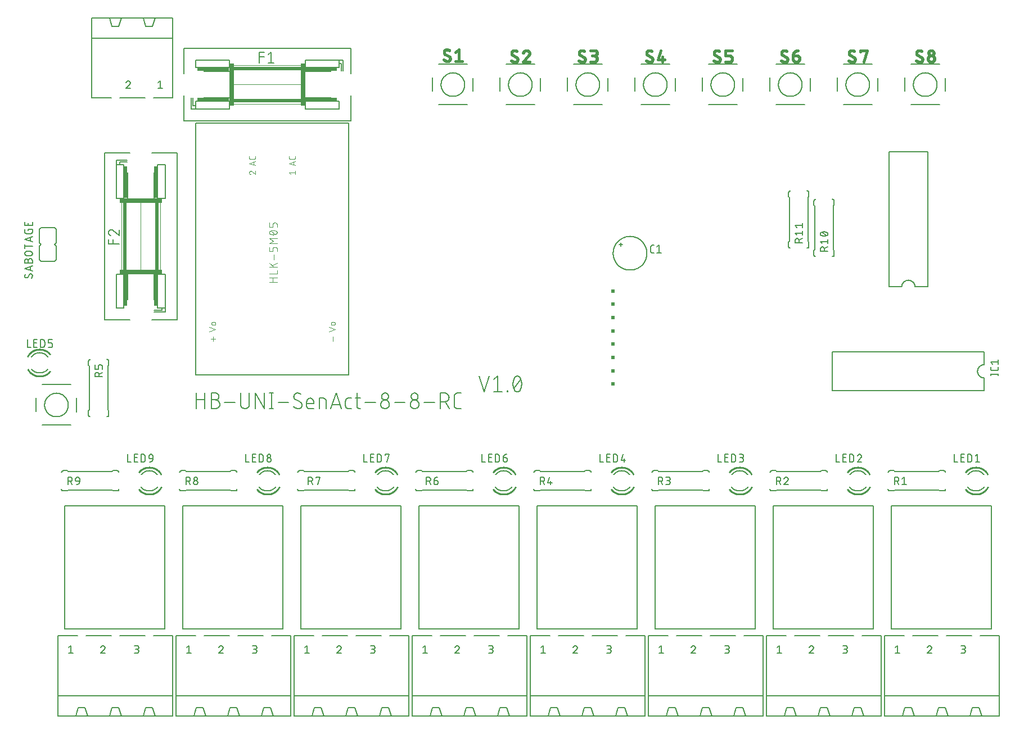
<source format=gbr>
G04 EAGLE Gerber RS-274X export*
G75*
%MOMM*%
%FSLAX34Y34*%
%LPD*%
%INSilkscreen Top*%
%IPPOS*%
%AMOC8*
5,1,8,0,0,1.08239X$1,22.5*%
G01*
%ADD10C,0.203200*%
%ADD11C,0.152400*%
%ADD12C,0.127000*%
%ADD13C,0.050800*%
%ADD14R,0.635000X1.143000*%
%ADD15R,0.635000X4.064000*%
%ADD16R,10.160000X0.508000*%
%ADD17R,3.937000X0.127000*%
%ADD18R,4.826000X0.508000*%
%ADD19C,0.177800*%
%ADD20R,1.143000X0.635000*%
%ADD21R,4.064000X0.635000*%
%ADD22R,0.508000X10.160000*%
%ADD23R,0.127000X3.937000*%
%ADD24R,0.508000X4.826000*%
%ADD25C,0.254000*%
%ADD26C,0.431800*%
%ADD27R,0.508000X0.508000*%
%ADD28C,0.101600*%
%ADD29C,0.076200*%


D10*
X299466Y439166D02*
X299466Y462534D01*
X299466Y452148D02*
X312448Y452148D01*
X312448Y462534D02*
X312448Y439166D01*
X321884Y452148D02*
X328375Y452148D01*
X328534Y452146D01*
X328693Y452140D01*
X328853Y452130D01*
X329011Y452117D01*
X329170Y452099D01*
X329327Y452078D01*
X329485Y452052D01*
X329641Y452023D01*
X329797Y451990D01*
X329952Y451953D01*
X330106Y451913D01*
X330259Y451868D01*
X330411Y451820D01*
X330562Y451769D01*
X330711Y451713D01*
X330859Y451654D01*
X331005Y451591D01*
X331150Y451525D01*
X331293Y451455D01*
X331435Y451382D01*
X331574Y451305D01*
X331712Y451225D01*
X331848Y451141D01*
X331981Y451054D01*
X332113Y450964D01*
X332242Y450871D01*
X332368Y450774D01*
X332493Y450675D01*
X332615Y450572D01*
X332734Y450467D01*
X332851Y450358D01*
X332965Y450247D01*
X333076Y450133D01*
X333185Y450016D01*
X333290Y449897D01*
X333393Y449775D01*
X333492Y449650D01*
X333589Y449524D01*
X333682Y449395D01*
X333772Y449263D01*
X333859Y449130D01*
X333943Y448994D01*
X334023Y448856D01*
X334100Y448717D01*
X334173Y448575D01*
X334243Y448432D01*
X334309Y448287D01*
X334372Y448141D01*
X334431Y447993D01*
X334487Y447844D01*
X334538Y447693D01*
X334586Y447541D01*
X334631Y447388D01*
X334671Y447234D01*
X334708Y447079D01*
X334741Y446923D01*
X334770Y446767D01*
X334796Y446609D01*
X334817Y446452D01*
X334835Y446293D01*
X334848Y446135D01*
X334858Y445975D01*
X334864Y445816D01*
X334866Y445657D01*
X334864Y445498D01*
X334858Y445339D01*
X334848Y445179D01*
X334835Y445021D01*
X334817Y444862D01*
X334796Y444705D01*
X334770Y444547D01*
X334741Y444391D01*
X334708Y444235D01*
X334671Y444080D01*
X334631Y443926D01*
X334586Y443773D01*
X334538Y443621D01*
X334487Y443470D01*
X334431Y443321D01*
X334372Y443173D01*
X334309Y443027D01*
X334243Y442882D01*
X334173Y442739D01*
X334100Y442597D01*
X334023Y442458D01*
X333943Y442320D01*
X333859Y442184D01*
X333772Y442051D01*
X333682Y441919D01*
X333589Y441790D01*
X333492Y441664D01*
X333393Y441539D01*
X333290Y441417D01*
X333185Y441298D01*
X333076Y441181D01*
X332965Y441067D01*
X332851Y440956D01*
X332734Y440847D01*
X332615Y440742D01*
X332493Y440639D01*
X332368Y440540D01*
X332242Y440443D01*
X332113Y440350D01*
X331981Y440260D01*
X331848Y440173D01*
X331712Y440089D01*
X331574Y440009D01*
X331435Y439932D01*
X331293Y439859D01*
X331150Y439789D01*
X331005Y439723D01*
X330859Y439660D01*
X330711Y439601D01*
X330562Y439545D01*
X330411Y439494D01*
X330259Y439446D01*
X330106Y439401D01*
X329952Y439361D01*
X329797Y439324D01*
X329641Y439291D01*
X329485Y439262D01*
X329327Y439236D01*
X329170Y439215D01*
X329011Y439197D01*
X328853Y439184D01*
X328693Y439174D01*
X328534Y439168D01*
X328375Y439166D01*
X321884Y439166D01*
X321884Y462534D01*
X328375Y462534D01*
X328518Y462532D01*
X328661Y462526D01*
X328804Y462516D01*
X328946Y462502D01*
X329088Y462485D01*
X329230Y462463D01*
X329371Y462438D01*
X329511Y462408D01*
X329650Y462375D01*
X329788Y462338D01*
X329925Y462297D01*
X330061Y462253D01*
X330196Y462204D01*
X330329Y462152D01*
X330461Y462097D01*
X330591Y462037D01*
X330720Y461974D01*
X330847Y461908D01*
X330972Y461838D01*
X331094Y461765D01*
X331215Y461688D01*
X331334Y461608D01*
X331450Y461525D01*
X331565Y461439D01*
X331676Y461350D01*
X331786Y461257D01*
X331892Y461162D01*
X331996Y461063D01*
X332097Y460962D01*
X332196Y460858D01*
X332291Y460752D01*
X332384Y460642D01*
X332473Y460531D01*
X332559Y460416D01*
X332642Y460300D01*
X332722Y460181D01*
X332799Y460060D01*
X332872Y459937D01*
X332942Y459813D01*
X333008Y459686D01*
X333071Y459557D01*
X333131Y459427D01*
X333186Y459295D01*
X333238Y459162D01*
X333287Y459027D01*
X333331Y458891D01*
X333372Y458754D01*
X333409Y458616D01*
X333442Y458477D01*
X333472Y458337D01*
X333497Y458196D01*
X333519Y458054D01*
X333536Y457912D01*
X333550Y457770D01*
X333560Y457627D01*
X333566Y457484D01*
X333568Y457341D01*
X333566Y457198D01*
X333560Y457055D01*
X333550Y456912D01*
X333536Y456770D01*
X333519Y456628D01*
X333497Y456486D01*
X333472Y456345D01*
X333442Y456205D01*
X333409Y456066D01*
X333372Y455928D01*
X333331Y455791D01*
X333287Y455655D01*
X333238Y455520D01*
X333186Y455387D01*
X333131Y455255D01*
X333071Y455125D01*
X333008Y454996D01*
X332942Y454869D01*
X332872Y454744D01*
X332799Y454622D01*
X332722Y454501D01*
X332642Y454382D01*
X332559Y454266D01*
X332473Y454151D01*
X332384Y454040D01*
X332291Y453930D01*
X332196Y453824D01*
X332097Y453720D01*
X331996Y453619D01*
X331892Y453520D01*
X331786Y453425D01*
X331676Y453332D01*
X331565Y453243D01*
X331450Y453157D01*
X331334Y453074D01*
X331215Y452994D01*
X331094Y452917D01*
X330972Y452844D01*
X330847Y452774D01*
X330720Y452708D01*
X330591Y452645D01*
X330461Y452585D01*
X330329Y452530D01*
X330196Y452478D01*
X330061Y452429D01*
X329925Y452385D01*
X329788Y452344D01*
X329650Y452307D01*
X329511Y452274D01*
X329371Y452244D01*
X329230Y452219D01*
X329088Y452197D01*
X328946Y452180D01*
X328804Y452166D01*
X328661Y452156D01*
X328518Y452150D01*
X328375Y452148D01*
X342013Y448254D02*
X357592Y448254D01*
X366278Y445657D02*
X366278Y462534D01*
X366278Y445657D02*
X366280Y445498D01*
X366286Y445339D01*
X366296Y445179D01*
X366309Y445021D01*
X366327Y444862D01*
X366348Y444705D01*
X366374Y444547D01*
X366403Y444391D01*
X366436Y444235D01*
X366473Y444080D01*
X366513Y443926D01*
X366558Y443773D01*
X366606Y443621D01*
X366657Y443470D01*
X366713Y443321D01*
X366772Y443173D01*
X366835Y443027D01*
X366901Y442882D01*
X366971Y442739D01*
X367044Y442597D01*
X367121Y442458D01*
X367201Y442320D01*
X367285Y442184D01*
X367372Y442051D01*
X367462Y441919D01*
X367555Y441790D01*
X367652Y441664D01*
X367751Y441539D01*
X367854Y441417D01*
X367959Y441298D01*
X368068Y441181D01*
X368179Y441067D01*
X368293Y440956D01*
X368410Y440847D01*
X368529Y440742D01*
X368651Y440639D01*
X368776Y440540D01*
X368902Y440443D01*
X369031Y440350D01*
X369163Y440260D01*
X369296Y440173D01*
X369432Y440089D01*
X369570Y440009D01*
X369709Y439932D01*
X369851Y439859D01*
X369994Y439789D01*
X370139Y439723D01*
X370285Y439660D01*
X370433Y439601D01*
X370582Y439545D01*
X370733Y439494D01*
X370885Y439446D01*
X371038Y439401D01*
X371192Y439361D01*
X371347Y439324D01*
X371503Y439291D01*
X371659Y439262D01*
X371817Y439236D01*
X371974Y439215D01*
X372133Y439197D01*
X372291Y439184D01*
X372451Y439174D01*
X372610Y439168D01*
X372769Y439166D01*
X372928Y439168D01*
X373087Y439174D01*
X373247Y439184D01*
X373405Y439197D01*
X373564Y439215D01*
X373721Y439236D01*
X373879Y439262D01*
X374035Y439291D01*
X374191Y439324D01*
X374346Y439361D01*
X374500Y439401D01*
X374653Y439446D01*
X374805Y439494D01*
X374956Y439545D01*
X375105Y439601D01*
X375253Y439660D01*
X375399Y439723D01*
X375544Y439789D01*
X375687Y439859D01*
X375829Y439932D01*
X375968Y440009D01*
X376106Y440089D01*
X376242Y440173D01*
X376375Y440260D01*
X376507Y440350D01*
X376636Y440443D01*
X376762Y440540D01*
X376887Y440639D01*
X377009Y440742D01*
X377128Y440847D01*
X377245Y440956D01*
X377359Y441067D01*
X377470Y441181D01*
X377579Y441298D01*
X377684Y441417D01*
X377787Y441539D01*
X377886Y441664D01*
X377983Y441790D01*
X378076Y441919D01*
X378166Y442051D01*
X378253Y442184D01*
X378337Y442320D01*
X378417Y442458D01*
X378494Y442597D01*
X378567Y442739D01*
X378637Y442882D01*
X378703Y443027D01*
X378766Y443173D01*
X378825Y443321D01*
X378881Y443470D01*
X378932Y443621D01*
X378980Y443773D01*
X379025Y443926D01*
X379065Y444080D01*
X379102Y444235D01*
X379135Y444391D01*
X379164Y444547D01*
X379190Y444705D01*
X379211Y444862D01*
X379229Y445021D01*
X379242Y445179D01*
X379252Y445339D01*
X379258Y445498D01*
X379260Y445657D01*
X379260Y462534D01*
X388549Y462534D02*
X388549Y439166D01*
X401531Y439166D02*
X388549Y462534D01*
X401531Y462534D02*
X401531Y439166D01*
X412439Y439166D02*
X412439Y462534D01*
X409842Y439166D02*
X415035Y439166D01*
X415035Y462534D02*
X409842Y462534D01*
X422744Y448254D02*
X438323Y448254D01*
X453407Y439166D02*
X453550Y439168D01*
X453693Y439174D01*
X453836Y439184D01*
X453978Y439198D01*
X454120Y439215D01*
X454262Y439237D01*
X454403Y439262D01*
X454543Y439292D01*
X454682Y439325D01*
X454820Y439362D01*
X454957Y439403D01*
X455093Y439447D01*
X455228Y439496D01*
X455361Y439548D01*
X455493Y439603D01*
X455623Y439663D01*
X455752Y439726D01*
X455879Y439792D01*
X456004Y439862D01*
X456126Y439935D01*
X456247Y440012D01*
X456366Y440092D01*
X456482Y440175D01*
X456597Y440261D01*
X456708Y440350D01*
X456818Y440443D01*
X456924Y440538D01*
X457028Y440637D01*
X457129Y440738D01*
X457228Y440842D01*
X457323Y440948D01*
X457416Y441058D01*
X457505Y441169D01*
X457591Y441284D01*
X457674Y441400D01*
X457754Y441519D01*
X457831Y441640D01*
X457904Y441762D01*
X457974Y441887D01*
X458040Y442014D01*
X458103Y442143D01*
X458163Y442273D01*
X458218Y442405D01*
X458270Y442538D01*
X458319Y442673D01*
X458363Y442809D01*
X458404Y442946D01*
X458441Y443084D01*
X458474Y443223D01*
X458504Y443363D01*
X458529Y443504D01*
X458551Y443646D01*
X458568Y443788D01*
X458582Y443930D01*
X458592Y444073D01*
X458598Y444216D01*
X458600Y444359D01*
X453407Y439166D02*
X453145Y439169D01*
X452882Y439179D01*
X452620Y439194D01*
X452359Y439216D01*
X452098Y439244D01*
X451838Y439279D01*
X451578Y439320D01*
X451320Y439366D01*
X451063Y439419D01*
X450807Y439479D01*
X450553Y439544D01*
X450300Y439615D01*
X450050Y439692D01*
X449801Y439776D01*
X449554Y439865D01*
X449309Y439960D01*
X449067Y440061D01*
X448827Y440168D01*
X448590Y440280D01*
X448356Y440398D01*
X448124Y440522D01*
X447896Y440651D01*
X447670Y440786D01*
X447448Y440926D01*
X447229Y441071D01*
X447014Y441221D01*
X446803Y441377D01*
X446595Y441537D01*
X446391Y441703D01*
X446192Y441873D01*
X445996Y442048D01*
X445805Y442227D01*
X445618Y442412D01*
X446266Y457341D02*
X446268Y457484D01*
X446274Y457627D01*
X446284Y457770D01*
X446298Y457912D01*
X446315Y458054D01*
X446337Y458196D01*
X446362Y458337D01*
X446392Y458477D01*
X446425Y458616D01*
X446462Y458754D01*
X446503Y458891D01*
X446547Y459027D01*
X446596Y459162D01*
X446648Y459295D01*
X446703Y459427D01*
X446763Y459557D01*
X446826Y459686D01*
X446892Y459813D01*
X446962Y459938D01*
X447035Y460060D01*
X447112Y460181D01*
X447192Y460300D01*
X447275Y460416D01*
X447361Y460531D01*
X447450Y460642D01*
X447543Y460752D01*
X447638Y460858D01*
X447737Y460962D01*
X447838Y461063D01*
X447942Y461162D01*
X448048Y461257D01*
X448158Y461350D01*
X448269Y461439D01*
X448384Y461525D01*
X448500Y461609D01*
X448619Y461688D01*
X448740Y461765D01*
X448863Y461838D01*
X448987Y461908D01*
X449114Y461974D01*
X449243Y462037D01*
X449373Y462097D01*
X449505Y462152D01*
X449638Y462204D01*
X449773Y462253D01*
X449909Y462297D01*
X450046Y462338D01*
X450184Y462375D01*
X450323Y462408D01*
X450463Y462438D01*
X450604Y462463D01*
X450746Y462485D01*
X450888Y462502D01*
X451030Y462516D01*
X451173Y462526D01*
X451316Y462532D01*
X451459Y462534D01*
X451691Y462531D01*
X451923Y462523D01*
X452155Y462509D01*
X452386Y462490D01*
X452617Y462465D01*
X452847Y462435D01*
X453076Y462399D01*
X453304Y462358D01*
X453532Y462311D01*
X453758Y462259D01*
X453983Y462201D01*
X454206Y462138D01*
X454428Y462070D01*
X454648Y461997D01*
X454866Y461918D01*
X455083Y461835D01*
X455297Y461746D01*
X455509Y461652D01*
X455719Y461553D01*
X455927Y461449D01*
X456131Y461340D01*
X456334Y461226D01*
X456533Y461107D01*
X456730Y460984D01*
X456923Y460856D01*
X457114Y460724D01*
X457301Y460587D01*
X448862Y452797D02*
X448739Y452872D01*
X448618Y452950D01*
X448499Y453032D01*
X448383Y453116D01*
X448269Y453204D01*
X448157Y453295D01*
X448047Y453389D01*
X447941Y453486D01*
X447837Y453586D01*
X447736Y453688D01*
X447637Y453794D01*
X447542Y453902D01*
X447449Y454012D01*
X447360Y454125D01*
X447274Y454241D01*
X447190Y454358D01*
X447111Y454478D01*
X447034Y454600D01*
X446961Y454724D01*
X446891Y454850D01*
X446825Y454978D01*
X446762Y455108D01*
X446703Y455239D01*
X446647Y455372D01*
X446595Y455507D01*
X446547Y455643D01*
X446502Y455780D01*
X446462Y455918D01*
X446425Y456057D01*
X446391Y456197D01*
X446362Y456338D01*
X446337Y456480D01*
X446315Y456623D01*
X446297Y456766D01*
X446284Y456909D01*
X446274Y457053D01*
X446268Y457197D01*
X446266Y457341D01*
X456003Y448903D02*
X456126Y448828D01*
X456247Y448750D01*
X456366Y448668D01*
X456482Y448584D01*
X456596Y448496D01*
X456708Y448405D01*
X456817Y448311D01*
X456924Y448214D01*
X457028Y448114D01*
X457129Y448012D01*
X457228Y447906D01*
X457323Y447798D01*
X457416Y447688D01*
X457505Y447575D01*
X457591Y447460D01*
X457674Y447342D01*
X457754Y447222D01*
X457831Y447100D01*
X457904Y446976D01*
X457974Y446850D01*
X458040Y446722D01*
X458103Y446592D01*
X458162Y446461D01*
X458218Y446328D01*
X458270Y446193D01*
X458318Y446057D01*
X458363Y445920D01*
X458403Y445782D01*
X458440Y445643D01*
X458474Y445503D01*
X458503Y445362D01*
X458528Y445220D01*
X458550Y445077D01*
X458568Y444934D01*
X458581Y444791D01*
X458591Y444647D01*
X458597Y444503D01*
X458599Y444359D01*
X456003Y448903D02*
X448863Y452797D01*
X469601Y439166D02*
X476092Y439166D01*
X469601Y439166D02*
X469479Y439168D01*
X469356Y439174D01*
X469234Y439183D01*
X469113Y439197D01*
X468992Y439214D01*
X468871Y439235D01*
X468751Y439260D01*
X468632Y439288D01*
X468514Y439321D01*
X468397Y439357D01*
X468282Y439396D01*
X468167Y439440D01*
X468054Y439486D01*
X467943Y439537D01*
X467833Y439591D01*
X467725Y439648D01*
X467618Y439708D01*
X467514Y439772D01*
X467412Y439840D01*
X467312Y439910D01*
X467214Y439983D01*
X467118Y440060D01*
X467025Y440139D01*
X466935Y440222D01*
X466847Y440307D01*
X466762Y440395D01*
X466679Y440485D01*
X466600Y440578D01*
X466523Y440674D01*
X466450Y440772D01*
X466380Y440872D01*
X466312Y440974D01*
X466248Y441078D01*
X466188Y441185D01*
X466131Y441293D01*
X466077Y441403D01*
X466026Y441514D01*
X465980Y441627D01*
X465936Y441742D01*
X465897Y441857D01*
X465861Y441974D01*
X465828Y442092D01*
X465800Y442211D01*
X465775Y442331D01*
X465754Y442452D01*
X465737Y442573D01*
X465723Y442694D01*
X465714Y442816D01*
X465708Y442939D01*
X465706Y443061D01*
X465706Y449552D01*
X465708Y449695D01*
X465714Y449838D01*
X465724Y449981D01*
X465738Y450123D01*
X465755Y450265D01*
X465777Y450407D01*
X465802Y450548D01*
X465832Y450688D01*
X465865Y450827D01*
X465902Y450965D01*
X465943Y451102D01*
X465987Y451238D01*
X466036Y451373D01*
X466088Y451506D01*
X466143Y451638D01*
X466203Y451768D01*
X466266Y451897D01*
X466332Y452024D01*
X466402Y452149D01*
X466475Y452271D01*
X466552Y452392D01*
X466632Y452511D01*
X466715Y452627D01*
X466801Y452742D01*
X466890Y452853D01*
X466983Y452963D01*
X467078Y453069D01*
X467177Y453173D01*
X467278Y453274D01*
X467382Y453373D01*
X467488Y453468D01*
X467598Y453561D01*
X467709Y453650D01*
X467824Y453736D01*
X467940Y453819D01*
X468059Y453899D01*
X468180Y453976D01*
X468303Y454049D01*
X468427Y454119D01*
X468554Y454185D01*
X468683Y454248D01*
X468813Y454308D01*
X468945Y454363D01*
X469078Y454415D01*
X469213Y454464D01*
X469349Y454508D01*
X469486Y454549D01*
X469624Y454586D01*
X469763Y454619D01*
X469903Y454649D01*
X470044Y454674D01*
X470186Y454696D01*
X470328Y454713D01*
X470470Y454727D01*
X470613Y454737D01*
X470756Y454743D01*
X470899Y454745D01*
X471042Y454743D01*
X471185Y454737D01*
X471328Y454727D01*
X471470Y454713D01*
X471612Y454696D01*
X471754Y454674D01*
X471895Y454649D01*
X472035Y454619D01*
X472174Y454586D01*
X472312Y454549D01*
X472449Y454508D01*
X472585Y454464D01*
X472720Y454415D01*
X472853Y454363D01*
X472985Y454308D01*
X473115Y454248D01*
X473244Y454185D01*
X473371Y454119D01*
X473496Y454049D01*
X473618Y453976D01*
X473739Y453899D01*
X473858Y453819D01*
X473974Y453736D01*
X474089Y453650D01*
X474200Y453561D01*
X474310Y453468D01*
X474416Y453373D01*
X474520Y453274D01*
X474621Y453173D01*
X474720Y453069D01*
X474815Y452963D01*
X474908Y452853D01*
X474997Y452742D01*
X475083Y452627D01*
X475166Y452511D01*
X475246Y452392D01*
X475323Y452271D01*
X475396Y452149D01*
X475466Y452024D01*
X475532Y451897D01*
X475595Y451768D01*
X475655Y451638D01*
X475710Y451506D01*
X475762Y451373D01*
X475811Y451238D01*
X475855Y451102D01*
X475896Y450965D01*
X475933Y450827D01*
X475966Y450688D01*
X475996Y450548D01*
X476021Y450407D01*
X476043Y450265D01*
X476060Y450123D01*
X476074Y449981D01*
X476084Y449838D01*
X476090Y449695D01*
X476092Y449552D01*
X476092Y446955D01*
X465706Y446955D01*
X484497Y439166D02*
X484497Y454745D01*
X490988Y454745D01*
X491110Y454743D01*
X491233Y454737D01*
X491355Y454728D01*
X491476Y454714D01*
X491597Y454697D01*
X491718Y454676D01*
X491838Y454651D01*
X491957Y454623D01*
X492075Y454590D01*
X492192Y454554D01*
X492307Y454515D01*
X492422Y454471D01*
X492535Y454425D01*
X492646Y454374D01*
X492756Y454320D01*
X492864Y454263D01*
X492971Y454203D01*
X493075Y454139D01*
X493177Y454071D01*
X493277Y454001D01*
X493375Y453928D01*
X493471Y453851D01*
X493564Y453772D01*
X493654Y453689D01*
X493742Y453604D01*
X493827Y453516D01*
X493910Y453426D01*
X493989Y453333D01*
X494066Y453237D01*
X494139Y453139D01*
X494209Y453039D01*
X494277Y452937D01*
X494341Y452833D01*
X494401Y452726D01*
X494458Y452618D01*
X494512Y452508D01*
X494563Y452397D01*
X494609Y452284D01*
X494653Y452169D01*
X494692Y452054D01*
X494728Y451937D01*
X494761Y451819D01*
X494789Y451700D01*
X494814Y451580D01*
X494835Y451459D01*
X494852Y451338D01*
X494866Y451217D01*
X494875Y451095D01*
X494881Y450972D01*
X494883Y450850D01*
X494883Y439166D01*
X502084Y439166D02*
X509873Y462534D01*
X517662Y439166D01*
X515715Y445008D02*
X504031Y445008D01*
X528076Y439166D02*
X533269Y439166D01*
X528076Y439166D02*
X527954Y439168D01*
X527831Y439174D01*
X527709Y439183D01*
X527588Y439197D01*
X527467Y439214D01*
X527346Y439235D01*
X527226Y439260D01*
X527107Y439288D01*
X526989Y439321D01*
X526872Y439357D01*
X526757Y439396D01*
X526642Y439440D01*
X526529Y439486D01*
X526418Y439537D01*
X526308Y439591D01*
X526200Y439648D01*
X526093Y439708D01*
X525989Y439772D01*
X525887Y439840D01*
X525787Y439910D01*
X525689Y439983D01*
X525593Y440060D01*
X525500Y440139D01*
X525410Y440222D01*
X525322Y440307D01*
X525237Y440395D01*
X525154Y440485D01*
X525075Y440578D01*
X524998Y440674D01*
X524925Y440772D01*
X524855Y440872D01*
X524787Y440974D01*
X524723Y441078D01*
X524663Y441185D01*
X524606Y441293D01*
X524552Y441403D01*
X524501Y441514D01*
X524455Y441627D01*
X524411Y441742D01*
X524372Y441857D01*
X524336Y441974D01*
X524303Y442092D01*
X524275Y442211D01*
X524250Y442331D01*
X524229Y442452D01*
X524212Y442573D01*
X524198Y442694D01*
X524189Y442816D01*
X524183Y442939D01*
X524181Y443061D01*
X524181Y450850D01*
X524183Y450972D01*
X524189Y451095D01*
X524198Y451217D01*
X524212Y451338D01*
X524229Y451459D01*
X524250Y451580D01*
X524275Y451700D01*
X524303Y451819D01*
X524336Y451937D01*
X524372Y452054D01*
X524411Y452169D01*
X524455Y452284D01*
X524501Y452397D01*
X524552Y452508D01*
X524606Y452618D01*
X524663Y452726D01*
X524723Y452833D01*
X524787Y452937D01*
X524855Y453039D01*
X524925Y453139D01*
X524998Y453237D01*
X525075Y453333D01*
X525154Y453426D01*
X525237Y453516D01*
X525322Y453604D01*
X525410Y453689D01*
X525500Y453772D01*
X525593Y453851D01*
X525689Y453928D01*
X525787Y454001D01*
X525887Y454071D01*
X525989Y454139D01*
X526093Y454203D01*
X526200Y454263D01*
X526308Y454320D01*
X526418Y454374D01*
X526529Y454425D01*
X526642Y454471D01*
X526757Y454515D01*
X526872Y454554D01*
X526989Y454590D01*
X527107Y454623D01*
X527226Y454651D01*
X527346Y454676D01*
X527467Y454697D01*
X527588Y454714D01*
X527709Y454728D01*
X527831Y454737D01*
X527954Y454743D01*
X528076Y454745D01*
X533269Y454745D01*
X538604Y454745D02*
X546394Y454745D01*
X541201Y462534D02*
X541201Y443061D01*
X541203Y442939D01*
X541209Y442816D01*
X541218Y442694D01*
X541232Y442573D01*
X541249Y442452D01*
X541270Y442331D01*
X541295Y442211D01*
X541323Y442092D01*
X541356Y441974D01*
X541392Y441857D01*
X541431Y441742D01*
X541475Y441627D01*
X541521Y441514D01*
X541572Y441403D01*
X541626Y441293D01*
X541683Y441185D01*
X541743Y441078D01*
X541807Y440974D01*
X541875Y440872D01*
X541945Y440772D01*
X542018Y440674D01*
X542095Y440578D01*
X542174Y440485D01*
X542257Y440395D01*
X542342Y440307D01*
X542430Y440222D01*
X542520Y440139D01*
X542613Y440060D01*
X542709Y439983D01*
X542807Y439910D01*
X542907Y439840D01*
X543009Y439772D01*
X543113Y439708D01*
X543220Y439648D01*
X543328Y439591D01*
X543438Y439537D01*
X543549Y439486D01*
X543662Y439440D01*
X543777Y439396D01*
X543892Y439357D01*
X544009Y439321D01*
X544127Y439288D01*
X544246Y439260D01*
X544366Y439235D01*
X544487Y439214D01*
X544608Y439197D01*
X544729Y439183D01*
X544851Y439174D01*
X544974Y439168D01*
X545096Y439166D01*
X546394Y439166D01*
X553585Y448254D02*
X569163Y448254D01*
X577154Y445657D02*
X577156Y445816D01*
X577162Y445975D01*
X577172Y446135D01*
X577185Y446293D01*
X577203Y446452D01*
X577224Y446609D01*
X577250Y446767D01*
X577279Y446923D01*
X577312Y447079D01*
X577349Y447234D01*
X577389Y447388D01*
X577434Y447541D01*
X577482Y447693D01*
X577533Y447844D01*
X577589Y447993D01*
X577648Y448141D01*
X577711Y448287D01*
X577777Y448432D01*
X577847Y448575D01*
X577920Y448717D01*
X577997Y448856D01*
X578077Y448994D01*
X578161Y449130D01*
X578248Y449263D01*
X578338Y449395D01*
X578431Y449524D01*
X578528Y449650D01*
X578627Y449775D01*
X578730Y449897D01*
X578835Y450016D01*
X578944Y450133D01*
X579055Y450247D01*
X579169Y450358D01*
X579286Y450467D01*
X579405Y450572D01*
X579527Y450675D01*
X579652Y450774D01*
X579778Y450871D01*
X579907Y450964D01*
X580039Y451054D01*
X580172Y451141D01*
X580308Y451225D01*
X580446Y451305D01*
X580585Y451382D01*
X580727Y451455D01*
X580870Y451525D01*
X581015Y451591D01*
X581161Y451654D01*
X581309Y451713D01*
X581458Y451769D01*
X581609Y451820D01*
X581761Y451868D01*
X581914Y451913D01*
X582068Y451953D01*
X582223Y451990D01*
X582379Y452023D01*
X582535Y452052D01*
X582693Y452078D01*
X582850Y452099D01*
X583009Y452117D01*
X583167Y452130D01*
X583327Y452140D01*
X583486Y452146D01*
X583645Y452148D01*
X583804Y452146D01*
X583963Y452140D01*
X584123Y452130D01*
X584281Y452117D01*
X584440Y452099D01*
X584597Y452078D01*
X584755Y452052D01*
X584911Y452023D01*
X585067Y451990D01*
X585222Y451953D01*
X585376Y451913D01*
X585529Y451868D01*
X585681Y451820D01*
X585832Y451769D01*
X585981Y451713D01*
X586129Y451654D01*
X586275Y451591D01*
X586420Y451525D01*
X586563Y451455D01*
X586705Y451382D01*
X586844Y451305D01*
X586982Y451225D01*
X587118Y451141D01*
X587251Y451054D01*
X587383Y450964D01*
X587512Y450871D01*
X587638Y450774D01*
X587763Y450675D01*
X587885Y450572D01*
X588004Y450467D01*
X588121Y450358D01*
X588235Y450247D01*
X588346Y450133D01*
X588455Y450016D01*
X588560Y449897D01*
X588663Y449775D01*
X588762Y449650D01*
X588859Y449524D01*
X588952Y449395D01*
X589042Y449263D01*
X589129Y449130D01*
X589213Y448994D01*
X589293Y448856D01*
X589370Y448717D01*
X589443Y448575D01*
X589513Y448432D01*
X589579Y448287D01*
X589642Y448141D01*
X589701Y447993D01*
X589757Y447844D01*
X589808Y447693D01*
X589856Y447541D01*
X589901Y447388D01*
X589941Y447234D01*
X589978Y447079D01*
X590011Y446923D01*
X590040Y446767D01*
X590066Y446609D01*
X590087Y446452D01*
X590105Y446293D01*
X590118Y446135D01*
X590128Y445975D01*
X590134Y445816D01*
X590136Y445657D01*
X590134Y445498D01*
X590128Y445339D01*
X590118Y445179D01*
X590105Y445021D01*
X590087Y444862D01*
X590066Y444705D01*
X590040Y444547D01*
X590011Y444391D01*
X589978Y444235D01*
X589941Y444080D01*
X589901Y443926D01*
X589856Y443773D01*
X589808Y443621D01*
X589757Y443470D01*
X589701Y443321D01*
X589642Y443173D01*
X589579Y443027D01*
X589513Y442882D01*
X589443Y442739D01*
X589370Y442597D01*
X589293Y442458D01*
X589213Y442320D01*
X589129Y442184D01*
X589042Y442051D01*
X588952Y441919D01*
X588859Y441790D01*
X588762Y441664D01*
X588663Y441539D01*
X588560Y441417D01*
X588455Y441298D01*
X588346Y441181D01*
X588235Y441067D01*
X588121Y440956D01*
X588004Y440847D01*
X587885Y440742D01*
X587763Y440639D01*
X587638Y440540D01*
X587512Y440443D01*
X587383Y440350D01*
X587251Y440260D01*
X587118Y440173D01*
X586982Y440089D01*
X586844Y440009D01*
X586705Y439932D01*
X586563Y439859D01*
X586420Y439789D01*
X586275Y439723D01*
X586129Y439660D01*
X585981Y439601D01*
X585832Y439545D01*
X585681Y439494D01*
X585529Y439446D01*
X585376Y439401D01*
X585222Y439361D01*
X585067Y439324D01*
X584911Y439291D01*
X584755Y439262D01*
X584597Y439236D01*
X584440Y439215D01*
X584281Y439197D01*
X584123Y439184D01*
X583963Y439174D01*
X583804Y439168D01*
X583645Y439166D01*
X583486Y439168D01*
X583327Y439174D01*
X583167Y439184D01*
X583009Y439197D01*
X582850Y439215D01*
X582693Y439236D01*
X582535Y439262D01*
X582379Y439291D01*
X582223Y439324D01*
X582068Y439361D01*
X581914Y439401D01*
X581761Y439446D01*
X581609Y439494D01*
X581458Y439545D01*
X581309Y439601D01*
X581161Y439660D01*
X581015Y439723D01*
X580870Y439789D01*
X580727Y439859D01*
X580585Y439932D01*
X580446Y440009D01*
X580308Y440089D01*
X580172Y440173D01*
X580039Y440260D01*
X579907Y440350D01*
X579778Y440443D01*
X579652Y440540D01*
X579527Y440639D01*
X579405Y440742D01*
X579286Y440847D01*
X579169Y440956D01*
X579055Y441067D01*
X578944Y441181D01*
X578835Y441298D01*
X578730Y441417D01*
X578627Y441539D01*
X578528Y441664D01*
X578431Y441790D01*
X578338Y441919D01*
X578248Y442051D01*
X578161Y442184D01*
X578077Y442320D01*
X577997Y442458D01*
X577920Y442597D01*
X577847Y442739D01*
X577777Y442882D01*
X577711Y443027D01*
X577648Y443173D01*
X577589Y443321D01*
X577533Y443470D01*
X577482Y443621D01*
X577434Y443773D01*
X577389Y443926D01*
X577349Y444080D01*
X577312Y444235D01*
X577279Y444391D01*
X577250Y444547D01*
X577224Y444705D01*
X577203Y444862D01*
X577185Y445021D01*
X577172Y445179D01*
X577162Y445339D01*
X577156Y445498D01*
X577154Y445657D01*
X578452Y457341D02*
X578454Y457484D01*
X578460Y457627D01*
X578470Y457770D01*
X578484Y457912D01*
X578501Y458054D01*
X578523Y458196D01*
X578548Y458337D01*
X578578Y458477D01*
X578611Y458616D01*
X578648Y458754D01*
X578689Y458891D01*
X578733Y459027D01*
X578782Y459162D01*
X578834Y459295D01*
X578889Y459427D01*
X578949Y459557D01*
X579012Y459686D01*
X579078Y459813D01*
X579148Y459938D01*
X579221Y460060D01*
X579298Y460181D01*
X579378Y460300D01*
X579461Y460416D01*
X579547Y460531D01*
X579636Y460642D01*
X579729Y460752D01*
X579824Y460858D01*
X579923Y460962D01*
X580024Y461063D01*
X580128Y461162D01*
X580234Y461257D01*
X580344Y461350D01*
X580455Y461439D01*
X580570Y461525D01*
X580686Y461608D01*
X580805Y461688D01*
X580926Y461765D01*
X581049Y461838D01*
X581173Y461908D01*
X581300Y461974D01*
X581429Y462037D01*
X581559Y462097D01*
X581691Y462152D01*
X581824Y462204D01*
X581959Y462253D01*
X582095Y462297D01*
X582232Y462338D01*
X582370Y462375D01*
X582509Y462408D01*
X582649Y462438D01*
X582790Y462463D01*
X582932Y462485D01*
X583074Y462502D01*
X583216Y462516D01*
X583359Y462526D01*
X583502Y462532D01*
X583645Y462534D01*
X583788Y462532D01*
X583931Y462526D01*
X584074Y462516D01*
X584216Y462502D01*
X584358Y462485D01*
X584500Y462463D01*
X584641Y462438D01*
X584781Y462408D01*
X584920Y462375D01*
X585058Y462338D01*
X585195Y462297D01*
X585331Y462253D01*
X585466Y462204D01*
X585599Y462152D01*
X585731Y462097D01*
X585861Y462037D01*
X585990Y461974D01*
X586117Y461908D01*
X586242Y461838D01*
X586364Y461765D01*
X586485Y461688D01*
X586604Y461608D01*
X586720Y461525D01*
X586835Y461439D01*
X586946Y461350D01*
X587056Y461257D01*
X587162Y461162D01*
X587266Y461063D01*
X587367Y460962D01*
X587466Y460858D01*
X587561Y460752D01*
X587654Y460642D01*
X587743Y460531D01*
X587829Y460416D01*
X587912Y460300D01*
X587992Y460181D01*
X588069Y460060D01*
X588142Y459938D01*
X588212Y459813D01*
X588278Y459686D01*
X588341Y459557D01*
X588401Y459427D01*
X588456Y459295D01*
X588508Y459162D01*
X588557Y459027D01*
X588601Y458891D01*
X588642Y458754D01*
X588679Y458616D01*
X588712Y458477D01*
X588742Y458337D01*
X588767Y458196D01*
X588789Y458054D01*
X588806Y457912D01*
X588820Y457770D01*
X588830Y457627D01*
X588836Y457484D01*
X588838Y457341D01*
X588836Y457198D01*
X588830Y457055D01*
X588820Y456912D01*
X588806Y456770D01*
X588789Y456628D01*
X588767Y456486D01*
X588742Y456345D01*
X588712Y456205D01*
X588679Y456066D01*
X588642Y455928D01*
X588601Y455791D01*
X588557Y455655D01*
X588508Y455520D01*
X588456Y455387D01*
X588401Y455255D01*
X588341Y455125D01*
X588278Y454996D01*
X588212Y454869D01*
X588142Y454744D01*
X588069Y454622D01*
X587992Y454501D01*
X587912Y454382D01*
X587829Y454266D01*
X587743Y454151D01*
X587654Y454040D01*
X587561Y453930D01*
X587466Y453824D01*
X587367Y453720D01*
X587266Y453619D01*
X587162Y453520D01*
X587056Y453425D01*
X586946Y453332D01*
X586835Y453243D01*
X586720Y453157D01*
X586604Y453074D01*
X586485Y452994D01*
X586364Y452917D01*
X586241Y452844D01*
X586117Y452774D01*
X585990Y452708D01*
X585861Y452645D01*
X585731Y452585D01*
X585599Y452530D01*
X585466Y452478D01*
X585331Y452429D01*
X585195Y452385D01*
X585058Y452344D01*
X584920Y452307D01*
X584781Y452274D01*
X584641Y452244D01*
X584500Y452219D01*
X584358Y452197D01*
X584216Y452180D01*
X584074Y452166D01*
X583931Y452156D01*
X583788Y452150D01*
X583645Y452148D01*
X583502Y452150D01*
X583359Y452156D01*
X583216Y452166D01*
X583074Y452180D01*
X582932Y452197D01*
X582790Y452219D01*
X582649Y452244D01*
X582509Y452274D01*
X582370Y452307D01*
X582232Y452344D01*
X582095Y452385D01*
X581959Y452429D01*
X581824Y452478D01*
X581691Y452530D01*
X581559Y452585D01*
X581429Y452645D01*
X581300Y452708D01*
X581173Y452774D01*
X581049Y452844D01*
X580926Y452917D01*
X580805Y452994D01*
X580686Y453074D01*
X580570Y453157D01*
X580455Y453243D01*
X580344Y453332D01*
X580234Y453425D01*
X580128Y453520D01*
X580024Y453619D01*
X579923Y453720D01*
X579824Y453824D01*
X579729Y453930D01*
X579636Y454040D01*
X579547Y454151D01*
X579461Y454266D01*
X579378Y454382D01*
X579298Y454501D01*
X579221Y454622D01*
X579148Y454745D01*
X579078Y454869D01*
X579012Y454996D01*
X578949Y455125D01*
X578889Y455255D01*
X578834Y455387D01*
X578782Y455520D01*
X578733Y455655D01*
X578689Y455791D01*
X578648Y455928D01*
X578611Y456066D01*
X578578Y456205D01*
X578548Y456345D01*
X578523Y456486D01*
X578501Y456628D01*
X578484Y456770D01*
X578470Y456912D01*
X578460Y457055D01*
X578454Y457198D01*
X578452Y457341D01*
X598126Y448254D02*
X613705Y448254D01*
X621695Y445657D02*
X621697Y445816D01*
X621703Y445975D01*
X621713Y446135D01*
X621726Y446293D01*
X621744Y446452D01*
X621765Y446609D01*
X621791Y446767D01*
X621820Y446923D01*
X621853Y447079D01*
X621890Y447234D01*
X621930Y447388D01*
X621975Y447541D01*
X622023Y447693D01*
X622074Y447844D01*
X622130Y447993D01*
X622189Y448141D01*
X622252Y448287D01*
X622318Y448432D01*
X622388Y448575D01*
X622461Y448717D01*
X622538Y448856D01*
X622618Y448994D01*
X622702Y449130D01*
X622789Y449263D01*
X622879Y449395D01*
X622972Y449524D01*
X623069Y449650D01*
X623168Y449775D01*
X623271Y449897D01*
X623376Y450016D01*
X623485Y450133D01*
X623596Y450247D01*
X623710Y450358D01*
X623827Y450467D01*
X623946Y450572D01*
X624068Y450675D01*
X624193Y450774D01*
X624319Y450871D01*
X624448Y450964D01*
X624580Y451054D01*
X624713Y451141D01*
X624849Y451225D01*
X624987Y451305D01*
X625126Y451382D01*
X625268Y451455D01*
X625411Y451525D01*
X625556Y451591D01*
X625702Y451654D01*
X625850Y451713D01*
X625999Y451769D01*
X626150Y451820D01*
X626302Y451868D01*
X626455Y451913D01*
X626609Y451953D01*
X626764Y451990D01*
X626920Y452023D01*
X627076Y452052D01*
X627234Y452078D01*
X627391Y452099D01*
X627550Y452117D01*
X627708Y452130D01*
X627868Y452140D01*
X628027Y452146D01*
X628186Y452148D01*
X628345Y452146D01*
X628504Y452140D01*
X628664Y452130D01*
X628822Y452117D01*
X628981Y452099D01*
X629138Y452078D01*
X629296Y452052D01*
X629452Y452023D01*
X629608Y451990D01*
X629763Y451953D01*
X629917Y451913D01*
X630070Y451868D01*
X630222Y451820D01*
X630373Y451769D01*
X630522Y451713D01*
X630670Y451654D01*
X630816Y451591D01*
X630961Y451525D01*
X631104Y451455D01*
X631246Y451382D01*
X631385Y451305D01*
X631523Y451225D01*
X631659Y451141D01*
X631792Y451054D01*
X631924Y450964D01*
X632053Y450871D01*
X632179Y450774D01*
X632304Y450675D01*
X632426Y450572D01*
X632545Y450467D01*
X632662Y450358D01*
X632776Y450247D01*
X632887Y450133D01*
X632996Y450016D01*
X633101Y449897D01*
X633204Y449775D01*
X633303Y449650D01*
X633400Y449524D01*
X633493Y449395D01*
X633583Y449263D01*
X633670Y449130D01*
X633754Y448994D01*
X633834Y448856D01*
X633911Y448717D01*
X633984Y448575D01*
X634054Y448432D01*
X634120Y448287D01*
X634183Y448141D01*
X634242Y447993D01*
X634298Y447844D01*
X634349Y447693D01*
X634397Y447541D01*
X634442Y447388D01*
X634482Y447234D01*
X634519Y447079D01*
X634552Y446923D01*
X634581Y446767D01*
X634607Y446609D01*
X634628Y446452D01*
X634646Y446293D01*
X634659Y446135D01*
X634669Y445975D01*
X634675Y445816D01*
X634677Y445657D01*
X634675Y445498D01*
X634669Y445339D01*
X634659Y445179D01*
X634646Y445021D01*
X634628Y444862D01*
X634607Y444705D01*
X634581Y444547D01*
X634552Y444391D01*
X634519Y444235D01*
X634482Y444080D01*
X634442Y443926D01*
X634397Y443773D01*
X634349Y443621D01*
X634298Y443470D01*
X634242Y443321D01*
X634183Y443173D01*
X634120Y443027D01*
X634054Y442882D01*
X633984Y442739D01*
X633911Y442597D01*
X633834Y442458D01*
X633754Y442320D01*
X633670Y442184D01*
X633583Y442051D01*
X633493Y441919D01*
X633400Y441790D01*
X633303Y441664D01*
X633204Y441539D01*
X633101Y441417D01*
X632996Y441298D01*
X632887Y441181D01*
X632776Y441067D01*
X632662Y440956D01*
X632545Y440847D01*
X632426Y440742D01*
X632304Y440639D01*
X632179Y440540D01*
X632053Y440443D01*
X631924Y440350D01*
X631792Y440260D01*
X631659Y440173D01*
X631523Y440089D01*
X631385Y440009D01*
X631246Y439932D01*
X631104Y439859D01*
X630961Y439789D01*
X630816Y439723D01*
X630670Y439660D01*
X630522Y439601D01*
X630373Y439545D01*
X630222Y439494D01*
X630070Y439446D01*
X629917Y439401D01*
X629763Y439361D01*
X629608Y439324D01*
X629452Y439291D01*
X629296Y439262D01*
X629138Y439236D01*
X628981Y439215D01*
X628822Y439197D01*
X628664Y439184D01*
X628504Y439174D01*
X628345Y439168D01*
X628186Y439166D01*
X628027Y439168D01*
X627868Y439174D01*
X627708Y439184D01*
X627550Y439197D01*
X627391Y439215D01*
X627234Y439236D01*
X627076Y439262D01*
X626920Y439291D01*
X626764Y439324D01*
X626609Y439361D01*
X626455Y439401D01*
X626302Y439446D01*
X626150Y439494D01*
X625999Y439545D01*
X625850Y439601D01*
X625702Y439660D01*
X625556Y439723D01*
X625411Y439789D01*
X625268Y439859D01*
X625126Y439932D01*
X624987Y440009D01*
X624849Y440089D01*
X624713Y440173D01*
X624580Y440260D01*
X624448Y440350D01*
X624319Y440443D01*
X624193Y440540D01*
X624068Y440639D01*
X623946Y440742D01*
X623827Y440847D01*
X623710Y440956D01*
X623596Y441067D01*
X623485Y441181D01*
X623376Y441298D01*
X623271Y441417D01*
X623168Y441539D01*
X623069Y441664D01*
X622972Y441790D01*
X622879Y441919D01*
X622789Y442051D01*
X622702Y442184D01*
X622618Y442320D01*
X622538Y442458D01*
X622461Y442597D01*
X622388Y442739D01*
X622318Y442882D01*
X622252Y443027D01*
X622189Y443173D01*
X622130Y443321D01*
X622074Y443470D01*
X622023Y443621D01*
X621975Y443773D01*
X621930Y443926D01*
X621890Y444080D01*
X621853Y444235D01*
X621820Y444391D01*
X621791Y444547D01*
X621765Y444705D01*
X621744Y444862D01*
X621726Y445021D01*
X621713Y445179D01*
X621703Y445339D01*
X621697Y445498D01*
X621695Y445657D01*
X622993Y457341D02*
X622995Y457484D01*
X623001Y457627D01*
X623011Y457770D01*
X623025Y457912D01*
X623042Y458054D01*
X623064Y458196D01*
X623089Y458337D01*
X623119Y458477D01*
X623152Y458616D01*
X623189Y458754D01*
X623230Y458891D01*
X623274Y459027D01*
X623323Y459162D01*
X623375Y459295D01*
X623430Y459427D01*
X623490Y459557D01*
X623553Y459686D01*
X623619Y459813D01*
X623689Y459938D01*
X623762Y460060D01*
X623839Y460181D01*
X623919Y460300D01*
X624002Y460416D01*
X624088Y460531D01*
X624177Y460642D01*
X624270Y460752D01*
X624365Y460858D01*
X624464Y460962D01*
X624565Y461063D01*
X624669Y461162D01*
X624775Y461257D01*
X624885Y461350D01*
X624996Y461439D01*
X625111Y461525D01*
X625227Y461608D01*
X625346Y461688D01*
X625467Y461765D01*
X625590Y461838D01*
X625714Y461908D01*
X625841Y461974D01*
X625970Y462037D01*
X626100Y462097D01*
X626232Y462152D01*
X626365Y462204D01*
X626500Y462253D01*
X626636Y462297D01*
X626773Y462338D01*
X626911Y462375D01*
X627050Y462408D01*
X627190Y462438D01*
X627331Y462463D01*
X627473Y462485D01*
X627615Y462502D01*
X627757Y462516D01*
X627900Y462526D01*
X628043Y462532D01*
X628186Y462534D01*
X628329Y462532D01*
X628472Y462526D01*
X628615Y462516D01*
X628757Y462502D01*
X628899Y462485D01*
X629041Y462463D01*
X629182Y462438D01*
X629322Y462408D01*
X629461Y462375D01*
X629599Y462338D01*
X629736Y462297D01*
X629872Y462253D01*
X630007Y462204D01*
X630140Y462152D01*
X630272Y462097D01*
X630402Y462037D01*
X630531Y461974D01*
X630658Y461908D01*
X630783Y461838D01*
X630905Y461765D01*
X631026Y461688D01*
X631145Y461608D01*
X631261Y461525D01*
X631376Y461439D01*
X631487Y461350D01*
X631597Y461257D01*
X631703Y461162D01*
X631807Y461063D01*
X631908Y460962D01*
X632007Y460858D01*
X632102Y460752D01*
X632195Y460642D01*
X632284Y460531D01*
X632370Y460416D01*
X632453Y460300D01*
X632533Y460181D01*
X632610Y460060D01*
X632683Y459938D01*
X632753Y459813D01*
X632819Y459686D01*
X632882Y459557D01*
X632942Y459427D01*
X632997Y459295D01*
X633049Y459162D01*
X633098Y459027D01*
X633142Y458891D01*
X633183Y458754D01*
X633220Y458616D01*
X633253Y458477D01*
X633283Y458337D01*
X633308Y458196D01*
X633330Y458054D01*
X633347Y457912D01*
X633361Y457770D01*
X633371Y457627D01*
X633377Y457484D01*
X633379Y457341D01*
X633377Y457198D01*
X633371Y457055D01*
X633361Y456912D01*
X633347Y456770D01*
X633330Y456628D01*
X633308Y456486D01*
X633283Y456345D01*
X633253Y456205D01*
X633220Y456066D01*
X633183Y455928D01*
X633142Y455791D01*
X633098Y455655D01*
X633049Y455520D01*
X632997Y455387D01*
X632942Y455255D01*
X632882Y455125D01*
X632819Y454996D01*
X632753Y454869D01*
X632683Y454744D01*
X632610Y454622D01*
X632533Y454501D01*
X632453Y454382D01*
X632370Y454266D01*
X632284Y454151D01*
X632195Y454040D01*
X632102Y453930D01*
X632007Y453824D01*
X631908Y453720D01*
X631807Y453619D01*
X631703Y453520D01*
X631597Y453425D01*
X631487Y453332D01*
X631376Y453243D01*
X631261Y453157D01*
X631145Y453074D01*
X631026Y452994D01*
X630905Y452917D01*
X630782Y452844D01*
X630658Y452774D01*
X630531Y452708D01*
X630402Y452645D01*
X630272Y452585D01*
X630140Y452530D01*
X630007Y452478D01*
X629872Y452429D01*
X629736Y452385D01*
X629599Y452344D01*
X629461Y452307D01*
X629322Y452274D01*
X629182Y452244D01*
X629041Y452219D01*
X628899Y452197D01*
X628757Y452180D01*
X628615Y452166D01*
X628472Y452156D01*
X628329Y452150D01*
X628186Y452148D01*
X628043Y452150D01*
X627900Y452156D01*
X627757Y452166D01*
X627615Y452180D01*
X627473Y452197D01*
X627331Y452219D01*
X627190Y452244D01*
X627050Y452274D01*
X626911Y452307D01*
X626773Y452344D01*
X626636Y452385D01*
X626500Y452429D01*
X626365Y452478D01*
X626232Y452530D01*
X626100Y452585D01*
X625970Y452645D01*
X625841Y452708D01*
X625714Y452774D01*
X625590Y452844D01*
X625467Y452917D01*
X625346Y452994D01*
X625227Y453074D01*
X625111Y453157D01*
X624996Y453243D01*
X624885Y453332D01*
X624775Y453425D01*
X624669Y453520D01*
X624565Y453619D01*
X624464Y453720D01*
X624365Y453824D01*
X624270Y453930D01*
X624177Y454040D01*
X624088Y454151D01*
X624002Y454266D01*
X623919Y454382D01*
X623839Y454501D01*
X623762Y454622D01*
X623689Y454745D01*
X623619Y454869D01*
X623553Y454996D01*
X623490Y455125D01*
X623430Y455255D01*
X623375Y455387D01*
X623323Y455520D01*
X623274Y455655D01*
X623230Y455791D01*
X623189Y455928D01*
X623152Y456066D01*
X623119Y456205D01*
X623089Y456345D01*
X623064Y456486D01*
X623042Y456628D01*
X623025Y456770D01*
X623011Y456912D01*
X623001Y457055D01*
X622995Y457198D01*
X622993Y457341D01*
X642667Y448254D02*
X658246Y448254D01*
X666996Y439166D02*
X666996Y462534D01*
X673487Y462534D01*
X673646Y462532D01*
X673805Y462526D01*
X673965Y462516D01*
X674123Y462503D01*
X674282Y462485D01*
X674439Y462464D01*
X674597Y462438D01*
X674753Y462409D01*
X674909Y462376D01*
X675064Y462339D01*
X675218Y462299D01*
X675371Y462254D01*
X675523Y462206D01*
X675674Y462155D01*
X675823Y462099D01*
X675971Y462040D01*
X676117Y461977D01*
X676262Y461911D01*
X676405Y461841D01*
X676547Y461768D01*
X676686Y461691D01*
X676824Y461611D01*
X676960Y461527D01*
X677093Y461440D01*
X677225Y461350D01*
X677354Y461257D01*
X677480Y461160D01*
X677605Y461061D01*
X677727Y460958D01*
X677846Y460853D01*
X677963Y460744D01*
X678077Y460633D01*
X678188Y460519D01*
X678297Y460402D01*
X678402Y460283D01*
X678505Y460161D01*
X678604Y460036D01*
X678701Y459910D01*
X678794Y459781D01*
X678884Y459649D01*
X678971Y459516D01*
X679055Y459380D01*
X679135Y459242D01*
X679212Y459103D01*
X679285Y458961D01*
X679355Y458818D01*
X679421Y458673D01*
X679484Y458527D01*
X679543Y458379D01*
X679599Y458230D01*
X679650Y458079D01*
X679698Y457927D01*
X679743Y457774D01*
X679783Y457620D01*
X679820Y457465D01*
X679853Y457309D01*
X679882Y457153D01*
X679908Y456995D01*
X679929Y456838D01*
X679947Y456679D01*
X679960Y456521D01*
X679970Y456361D01*
X679976Y456202D01*
X679978Y456043D01*
X679976Y455884D01*
X679970Y455725D01*
X679960Y455565D01*
X679947Y455407D01*
X679929Y455248D01*
X679908Y455091D01*
X679882Y454933D01*
X679853Y454777D01*
X679820Y454621D01*
X679783Y454466D01*
X679743Y454312D01*
X679698Y454159D01*
X679650Y454007D01*
X679599Y453856D01*
X679543Y453707D01*
X679484Y453559D01*
X679421Y453413D01*
X679355Y453268D01*
X679285Y453125D01*
X679212Y452983D01*
X679135Y452844D01*
X679055Y452706D01*
X678971Y452570D01*
X678884Y452437D01*
X678794Y452305D01*
X678701Y452176D01*
X678604Y452050D01*
X678505Y451925D01*
X678402Y451803D01*
X678297Y451684D01*
X678188Y451567D01*
X678077Y451453D01*
X677963Y451342D01*
X677846Y451233D01*
X677727Y451128D01*
X677605Y451025D01*
X677480Y450926D01*
X677354Y450829D01*
X677225Y450736D01*
X677093Y450646D01*
X676960Y450559D01*
X676824Y450475D01*
X676686Y450395D01*
X676547Y450318D01*
X676405Y450245D01*
X676262Y450175D01*
X676117Y450109D01*
X675971Y450046D01*
X675823Y449987D01*
X675674Y449931D01*
X675523Y449880D01*
X675371Y449832D01*
X675218Y449787D01*
X675064Y449747D01*
X674909Y449710D01*
X674753Y449677D01*
X674597Y449648D01*
X674439Y449622D01*
X674282Y449601D01*
X674123Y449583D01*
X673965Y449570D01*
X673805Y449560D01*
X673646Y449554D01*
X673487Y449552D01*
X666996Y449552D01*
X674785Y449552D02*
X679978Y439166D01*
X692980Y439166D02*
X698173Y439166D01*
X692980Y439166D02*
X692837Y439168D01*
X692694Y439174D01*
X692551Y439184D01*
X692409Y439198D01*
X692267Y439215D01*
X692125Y439237D01*
X691984Y439262D01*
X691844Y439292D01*
X691705Y439325D01*
X691567Y439362D01*
X691430Y439403D01*
X691294Y439447D01*
X691159Y439496D01*
X691026Y439548D01*
X690894Y439603D01*
X690764Y439663D01*
X690635Y439726D01*
X690508Y439792D01*
X690384Y439862D01*
X690261Y439935D01*
X690140Y440012D01*
X690021Y440092D01*
X689905Y440175D01*
X689790Y440261D01*
X689679Y440350D01*
X689569Y440443D01*
X689463Y440538D01*
X689359Y440637D01*
X689258Y440738D01*
X689159Y440842D01*
X689064Y440948D01*
X688971Y441058D01*
X688882Y441169D01*
X688796Y441284D01*
X688713Y441400D01*
X688633Y441519D01*
X688556Y441640D01*
X688483Y441763D01*
X688413Y441887D01*
X688347Y442014D01*
X688284Y442143D01*
X688224Y442273D01*
X688169Y442405D01*
X688117Y442538D01*
X688068Y442673D01*
X688024Y442809D01*
X687983Y442946D01*
X687946Y443084D01*
X687913Y443223D01*
X687883Y443363D01*
X687858Y443504D01*
X687836Y443646D01*
X687819Y443788D01*
X687805Y443930D01*
X687795Y444073D01*
X687789Y444216D01*
X687787Y444359D01*
X687787Y457341D01*
X687789Y457484D01*
X687795Y457627D01*
X687805Y457770D01*
X687819Y457912D01*
X687836Y458054D01*
X687858Y458196D01*
X687883Y458337D01*
X687913Y458477D01*
X687946Y458616D01*
X687983Y458754D01*
X688024Y458891D01*
X688068Y459027D01*
X688117Y459162D01*
X688169Y459295D01*
X688224Y459427D01*
X688284Y459557D01*
X688347Y459686D01*
X688413Y459813D01*
X688483Y459937D01*
X688556Y460060D01*
X688633Y460181D01*
X688713Y460300D01*
X688796Y460416D01*
X688882Y460531D01*
X688971Y460642D01*
X689064Y460752D01*
X689159Y460858D01*
X689258Y460962D01*
X689359Y461063D01*
X689463Y461162D01*
X689569Y461257D01*
X689679Y461350D01*
X689790Y461439D01*
X689905Y461525D01*
X690021Y461608D01*
X690140Y461688D01*
X690261Y461765D01*
X690383Y461838D01*
X690508Y461908D01*
X690635Y461974D01*
X690764Y462037D01*
X690894Y462097D01*
X691026Y462152D01*
X691159Y462204D01*
X691294Y462253D01*
X691430Y462297D01*
X691567Y462338D01*
X691705Y462375D01*
X691844Y462408D01*
X691984Y462438D01*
X692125Y462463D01*
X692267Y462485D01*
X692409Y462502D01*
X692551Y462516D01*
X692694Y462526D01*
X692837Y462532D01*
X692980Y462534D01*
X698173Y462534D01*
X732705Y464566D02*
X724916Y487934D01*
X740495Y487934D02*
X732705Y464566D01*
X747093Y482741D02*
X753584Y487934D01*
X753584Y464566D01*
X747093Y464566D02*
X760075Y464566D01*
X767550Y464566D02*
X767550Y465864D01*
X768848Y465864D01*
X768848Y464566D01*
X767550Y464566D01*
X776323Y476250D02*
X776328Y476710D01*
X776345Y477169D01*
X776372Y477628D01*
X776411Y478086D01*
X776460Y478543D01*
X776520Y478999D01*
X776591Y479453D01*
X776673Y479906D01*
X776766Y480356D01*
X776869Y480804D01*
X776983Y481249D01*
X777108Y481692D01*
X777243Y482131D01*
X777389Y482567D01*
X777545Y482999D01*
X777711Y483428D01*
X777887Y483853D01*
X778074Y484273D01*
X778270Y484688D01*
X778271Y484689D02*
X778316Y484816D01*
X778366Y484942D01*
X778418Y485067D01*
X778475Y485190D01*
X778535Y485312D01*
X778598Y485431D01*
X778664Y485549D01*
X778734Y485665D01*
X778807Y485779D01*
X778883Y485891D01*
X778963Y486001D01*
X779045Y486108D01*
X779131Y486213D01*
X779219Y486316D01*
X779310Y486416D01*
X779404Y486514D01*
X779501Y486608D01*
X779600Y486700D01*
X779702Y486790D01*
X779806Y486876D01*
X779913Y486959D01*
X780022Y487039D01*
X780134Y487117D01*
X780247Y487190D01*
X780362Y487261D01*
X780480Y487329D01*
X780599Y487393D01*
X780720Y487454D01*
X780843Y487511D01*
X780967Y487565D01*
X781093Y487615D01*
X781220Y487662D01*
X781348Y487705D01*
X781478Y487744D01*
X781608Y487780D01*
X781740Y487812D01*
X781872Y487841D01*
X782005Y487865D01*
X782139Y487886D01*
X782274Y487903D01*
X782408Y487917D01*
X782543Y487926D01*
X782679Y487932D01*
X782814Y487934D01*
X782949Y487932D01*
X783085Y487926D01*
X783220Y487917D01*
X783355Y487903D01*
X783489Y487886D01*
X783623Y487865D01*
X783756Y487841D01*
X783888Y487812D01*
X784020Y487780D01*
X784150Y487744D01*
X784280Y487705D01*
X784408Y487662D01*
X784535Y487615D01*
X784661Y487565D01*
X784785Y487511D01*
X784908Y487454D01*
X785029Y487393D01*
X785148Y487329D01*
X785266Y487261D01*
X785381Y487190D01*
X785494Y487116D01*
X785606Y487039D01*
X785715Y486959D01*
X785822Y486876D01*
X785926Y486790D01*
X786028Y486700D01*
X786127Y486608D01*
X786224Y486514D01*
X786318Y486416D01*
X786409Y486316D01*
X786497Y486213D01*
X786583Y486108D01*
X786665Y486001D01*
X786745Y485891D01*
X786821Y485779D01*
X786894Y485665D01*
X786964Y485549D01*
X787030Y485431D01*
X787093Y485312D01*
X787153Y485190D01*
X787210Y485067D01*
X787262Y484942D01*
X787312Y484816D01*
X787357Y484689D01*
X787359Y484689D02*
X787555Y484273D01*
X787742Y483853D01*
X787918Y483428D01*
X788084Y483000D01*
X788240Y482567D01*
X788386Y482131D01*
X788521Y481692D01*
X788646Y481249D01*
X788760Y480804D01*
X788863Y480356D01*
X788956Y479906D01*
X789038Y479453D01*
X789109Y478999D01*
X789169Y478543D01*
X789218Y478086D01*
X789257Y477628D01*
X789284Y477169D01*
X789301Y476710D01*
X789306Y476250D01*
X776324Y476250D02*
X776329Y475790D01*
X776346Y475331D01*
X776373Y474872D01*
X776412Y474414D01*
X776461Y473957D01*
X776521Y473501D01*
X776592Y473047D01*
X776674Y472595D01*
X776767Y472144D01*
X776870Y471696D01*
X776984Y471251D01*
X777109Y470808D01*
X777244Y470369D01*
X777390Y469933D01*
X777546Y469501D01*
X777712Y469072D01*
X777888Y468647D01*
X778075Y468227D01*
X778271Y467812D01*
X778271Y467811D02*
X778316Y467684D01*
X778366Y467558D01*
X778418Y467433D01*
X778475Y467310D01*
X778535Y467188D01*
X778598Y467069D01*
X778664Y466951D01*
X778734Y466835D01*
X778807Y466721D01*
X778883Y466609D01*
X778963Y466499D01*
X779045Y466392D01*
X779131Y466287D01*
X779219Y466184D01*
X779310Y466084D01*
X779404Y465986D01*
X779501Y465892D01*
X779600Y465800D01*
X779702Y465710D01*
X779807Y465624D01*
X779913Y465541D01*
X780022Y465461D01*
X780134Y465383D01*
X780247Y465310D01*
X780362Y465239D01*
X780480Y465171D01*
X780599Y465107D01*
X780720Y465046D01*
X780843Y464989D01*
X780967Y464935D01*
X781093Y464885D01*
X781220Y464838D01*
X781348Y464795D01*
X781478Y464756D01*
X781608Y464720D01*
X781740Y464688D01*
X781872Y464659D01*
X782005Y464635D01*
X782139Y464614D01*
X782274Y464597D01*
X782408Y464583D01*
X782543Y464574D01*
X782679Y464568D01*
X782814Y464566D01*
X787358Y467812D02*
X787554Y468227D01*
X787741Y468647D01*
X787917Y469072D01*
X788083Y469500D01*
X788239Y469933D01*
X788385Y470369D01*
X788520Y470808D01*
X788645Y471251D01*
X788759Y471696D01*
X788862Y472144D01*
X788955Y472594D01*
X789037Y473047D01*
X789108Y473501D01*
X789168Y473957D01*
X789217Y474414D01*
X789256Y474872D01*
X789283Y475331D01*
X789300Y475790D01*
X789305Y476250D01*
X787357Y467811D02*
X787312Y467684D01*
X787262Y467558D01*
X787210Y467433D01*
X787153Y467310D01*
X787093Y467188D01*
X787030Y467069D01*
X786964Y466951D01*
X786894Y466835D01*
X786821Y466721D01*
X786745Y466609D01*
X786665Y466499D01*
X786583Y466392D01*
X786497Y466287D01*
X786409Y466184D01*
X786318Y466084D01*
X786224Y465986D01*
X786127Y465892D01*
X786028Y465800D01*
X785926Y465710D01*
X785822Y465624D01*
X785715Y465541D01*
X785606Y465461D01*
X785494Y465383D01*
X785381Y465310D01*
X785266Y465239D01*
X785148Y465171D01*
X785029Y465107D01*
X784908Y465046D01*
X784785Y464989D01*
X784661Y464935D01*
X784535Y464885D01*
X784408Y464838D01*
X784280Y464795D01*
X784150Y464756D01*
X784020Y464720D01*
X783888Y464688D01*
X783756Y464659D01*
X783623Y464635D01*
X783489Y464614D01*
X783354Y464597D01*
X783220Y464583D01*
X783085Y464574D01*
X782949Y464568D01*
X782814Y464566D01*
X777621Y469759D02*
X788007Y482741D01*
D11*
X935990Y685800D02*
X938530Y685800D01*
X938530Y683260D01*
X938530Y685800D02*
X941070Y685800D01*
X938530Y685800D02*
X938530Y688340D01*
X927100Y673100D02*
X927108Y673723D01*
X927131Y674346D01*
X927169Y674969D01*
X927222Y675590D01*
X927291Y676209D01*
X927375Y676827D01*
X927474Y677442D01*
X927588Y678055D01*
X927717Y678665D01*
X927861Y679272D01*
X928020Y679875D01*
X928194Y680473D01*
X928382Y681068D01*
X928585Y681657D01*
X928802Y682241D01*
X929033Y682820D01*
X929279Y683393D01*
X929539Y683960D01*
X929812Y684520D01*
X930099Y685073D01*
X930400Y685620D01*
X930714Y686158D01*
X931041Y686689D01*
X931381Y687211D01*
X931733Y687726D01*
X932099Y688231D01*
X932476Y688727D01*
X932866Y689214D01*
X933267Y689691D01*
X933680Y690158D01*
X934104Y690614D01*
X934539Y691061D01*
X934986Y691496D01*
X935442Y691920D01*
X935909Y692333D01*
X936386Y692734D01*
X936873Y693124D01*
X937369Y693501D01*
X937874Y693867D01*
X938389Y694219D01*
X938911Y694559D01*
X939442Y694886D01*
X939980Y695200D01*
X940527Y695501D01*
X941080Y695788D01*
X941640Y696061D01*
X942207Y696321D01*
X942780Y696567D01*
X943359Y696798D01*
X943943Y697015D01*
X944532Y697218D01*
X945127Y697406D01*
X945725Y697580D01*
X946328Y697739D01*
X946935Y697883D01*
X947545Y698012D01*
X948158Y698126D01*
X948773Y698225D01*
X949391Y698309D01*
X950010Y698378D01*
X950631Y698431D01*
X951254Y698469D01*
X951877Y698492D01*
X952500Y698500D01*
X953123Y698492D01*
X953746Y698469D01*
X954369Y698431D01*
X954990Y698378D01*
X955609Y698309D01*
X956227Y698225D01*
X956842Y698126D01*
X957455Y698012D01*
X958065Y697883D01*
X958672Y697739D01*
X959275Y697580D01*
X959873Y697406D01*
X960468Y697218D01*
X961057Y697015D01*
X961641Y696798D01*
X962220Y696567D01*
X962793Y696321D01*
X963360Y696061D01*
X963920Y695788D01*
X964473Y695501D01*
X965020Y695200D01*
X965558Y694886D01*
X966089Y694559D01*
X966611Y694219D01*
X967126Y693867D01*
X967631Y693501D01*
X968127Y693124D01*
X968614Y692734D01*
X969091Y692333D01*
X969558Y691920D01*
X970014Y691496D01*
X970461Y691061D01*
X970896Y690614D01*
X971320Y690158D01*
X971733Y689691D01*
X972134Y689214D01*
X972524Y688727D01*
X972901Y688231D01*
X973267Y687726D01*
X973619Y687211D01*
X973959Y686689D01*
X974286Y686158D01*
X974600Y685620D01*
X974901Y685073D01*
X975188Y684520D01*
X975461Y683960D01*
X975721Y683393D01*
X975967Y682820D01*
X976198Y682241D01*
X976415Y681657D01*
X976618Y681068D01*
X976806Y680473D01*
X976980Y679875D01*
X977139Y679272D01*
X977283Y678665D01*
X977412Y678055D01*
X977526Y677442D01*
X977625Y676827D01*
X977709Y676209D01*
X977778Y675590D01*
X977831Y674969D01*
X977869Y674346D01*
X977892Y673723D01*
X977900Y673100D01*
X977892Y672477D01*
X977869Y671854D01*
X977831Y671231D01*
X977778Y670610D01*
X977709Y669991D01*
X977625Y669373D01*
X977526Y668758D01*
X977412Y668145D01*
X977283Y667535D01*
X977139Y666928D01*
X976980Y666325D01*
X976806Y665727D01*
X976618Y665132D01*
X976415Y664543D01*
X976198Y663959D01*
X975967Y663380D01*
X975721Y662807D01*
X975461Y662240D01*
X975188Y661680D01*
X974901Y661127D01*
X974600Y660580D01*
X974286Y660042D01*
X973959Y659511D01*
X973619Y658989D01*
X973267Y658474D01*
X972901Y657969D01*
X972524Y657473D01*
X972134Y656986D01*
X971733Y656509D01*
X971320Y656042D01*
X970896Y655586D01*
X970461Y655139D01*
X970014Y654704D01*
X969558Y654280D01*
X969091Y653867D01*
X968614Y653466D01*
X968127Y653076D01*
X967631Y652699D01*
X967126Y652333D01*
X966611Y651981D01*
X966089Y651641D01*
X965558Y651314D01*
X965020Y651000D01*
X964473Y650699D01*
X963920Y650412D01*
X963360Y650139D01*
X962793Y649879D01*
X962220Y649633D01*
X961641Y649402D01*
X961057Y649185D01*
X960468Y648982D01*
X959873Y648794D01*
X959275Y648620D01*
X958672Y648461D01*
X958065Y648317D01*
X957455Y648188D01*
X956842Y648074D01*
X956227Y647975D01*
X955609Y647891D01*
X954990Y647822D01*
X954369Y647769D01*
X953746Y647731D01*
X953123Y647708D01*
X952500Y647700D01*
X951877Y647708D01*
X951254Y647731D01*
X950631Y647769D01*
X950010Y647822D01*
X949391Y647891D01*
X948773Y647975D01*
X948158Y648074D01*
X947545Y648188D01*
X946935Y648317D01*
X946328Y648461D01*
X945725Y648620D01*
X945127Y648794D01*
X944532Y648982D01*
X943943Y649185D01*
X943359Y649402D01*
X942780Y649633D01*
X942207Y649879D01*
X941640Y650139D01*
X941080Y650412D01*
X940527Y650699D01*
X939980Y651000D01*
X939442Y651314D01*
X938911Y651641D01*
X938389Y651981D01*
X937874Y652333D01*
X937369Y652699D01*
X936873Y653076D01*
X936386Y653466D01*
X935909Y653867D01*
X935442Y654280D01*
X934986Y654704D01*
X934539Y655139D01*
X934104Y655586D01*
X933680Y656042D01*
X933267Y656509D01*
X932866Y656986D01*
X932476Y657473D01*
X932099Y657969D01*
X931733Y658474D01*
X931381Y658989D01*
X931041Y659511D01*
X930714Y660042D01*
X930400Y660580D01*
X930099Y661127D01*
X929812Y661680D01*
X929539Y662240D01*
X929279Y662807D01*
X929033Y663380D01*
X928802Y663959D01*
X928585Y664543D01*
X928382Y665132D01*
X928194Y665727D01*
X928020Y666325D01*
X927861Y666928D01*
X927717Y667535D01*
X927588Y668145D01*
X927474Y668758D01*
X927375Y669373D01*
X927291Y669991D01*
X927222Y670610D01*
X927169Y671231D01*
X927131Y671854D01*
X927108Y672477D01*
X927100Y673100D01*
D12*
X986155Y673735D02*
X988695Y673735D01*
X986155Y673735D02*
X986055Y673737D01*
X985956Y673743D01*
X985856Y673753D01*
X985758Y673766D01*
X985659Y673784D01*
X985562Y673805D01*
X985466Y673830D01*
X985370Y673859D01*
X985276Y673892D01*
X985183Y673928D01*
X985092Y673968D01*
X985002Y674012D01*
X984914Y674059D01*
X984828Y674109D01*
X984744Y674163D01*
X984662Y674220D01*
X984583Y674280D01*
X984505Y674344D01*
X984431Y674410D01*
X984359Y674479D01*
X984290Y674551D01*
X984224Y674625D01*
X984160Y674703D01*
X984100Y674782D01*
X984043Y674864D01*
X983989Y674948D01*
X983939Y675034D01*
X983892Y675122D01*
X983848Y675212D01*
X983808Y675303D01*
X983772Y675396D01*
X983739Y675490D01*
X983710Y675586D01*
X983685Y675682D01*
X983664Y675779D01*
X983646Y675878D01*
X983633Y675976D01*
X983623Y676076D01*
X983617Y676175D01*
X983615Y676275D01*
X983615Y682625D01*
X983617Y682725D01*
X983623Y682824D01*
X983633Y682924D01*
X983646Y683022D01*
X983664Y683121D01*
X983685Y683218D01*
X983710Y683314D01*
X983739Y683410D01*
X983772Y683504D01*
X983808Y683597D01*
X983848Y683688D01*
X983892Y683778D01*
X983939Y683866D01*
X983989Y683952D01*
X984043Y684036D01*
X984100Y684118D01*
X984160Y684197D01*
X984224Y684275D01*
X984290Y684349D01*
X984359Y684421D01*
X984431Y684490D01*
X984505Y684556D01*
X984583Y684620D01*
X984662Y684680D01*
X984744Y684737D01*
X984828Y684791D01*
X984914Y684841D01*
X985002Y684888D01*
X985092Y684932D01*
X985183Y684972D01*
X985276Y685008D01*
X985370Y685041D01*
X985466Y685070D01*
X985562Y685095D01*
X985659Y685116D01*
X985758Y685134D01*
X985856Y685147D01*
X985956Y685157D01*
X986055Y685163D01*
X986155Y685165D01*
X988695Y685165D01*
X993177Y682625D02*
X996352Y685165D01*
X996352Y673735D01*
X993177Y673735D02*
X999527Y673735D01*
D10*
X110490Y414020D02*
X67310Y414020D01*
X67310Y474980D02*
X110490Y474980D01*
X58420Y454660D02*
X58420Y434520D01*
X119380Y434220D02*
X119380Y454660D01*
X71120Y444500D02*
X71125Y444936D01*
X71141Y445372D01*
X71168Y445808D01*
X71206Y446243D01*
X71254Y446676D01*
X71312Y447109D01*
X71382Y447540D01*
X71462Y447969D01*
X71552Y448396D01*
X71653Y448820D01*
X71764Y449242D01*
X71886Y449661D01*
X72017Y450077D01*
X72159Y450490D01*
X72311Y450899D01*
X72473Y451304D01*
X72645Y451705D01*
X72827Y452102D01*
X73018Y452494D01*
X73219Y452881D01*
X73430Y453264D01*
X73650Y453641D01*
X73879Y454012D01*
X74116Y454378D01*
X74363Y454738D01*
X74619Y455092D01*
X74883Y455439D01*
X75156Y455780D01*
X75437Y456113D01*
X75726Y456440D01*
X76023Y456760D01*
X76328Y457072D01*
X76640Y457377D01*
X76960Y457674D01*
X77287Y457963D01*
X77620Y458244D01*
X77961Y458517D01*
X78308Y458781D01*
X78662Y459037D01*
X79022Y459284D01*
X79388Y459521D01*
X79759Y459750D01*
X80136Y459970D01*
X80519Y460181D01*
X80906Y460382D01*
X81298Y460573D01*
X81695Y460755D01*
X82096Y460927D01*
X82501Y461089D01*
X82910Y461241D01*
X83323Y461383D01*
X83739Y461514D01*
X84158Y461636D01*
X84580Y461747D01*
X85004Y461848D01*
X85431Y461938D01*
X85860Y462018D01*
X86291Y462088D01*
X86724Y462146D01*
X87157Y462194D01*
X87592Y462232D01*
X88028Y462259D01*
X88464Y462275D01*
X88900Y462280D01*
X89336Y462275D01*
X89772Y462259D01*
X90208Y462232D01*
X90643Y462194D01*
X91076Y462146D01*
X91509Y462088D01*
X91940Y462018D01*
X92369Y461938D01*
X92796Y461848D01*
X93220Y461747D01*
X93642Y461636D01*
X94061Y461514D01*
X94477Y461383D01*
X94890Y461241D01*
X95299Y461089D01*
X95704Y460927D01*
X96105Y460755D01*
X96502Y460573D01*
X96894Y460382D01*
X97281Y460181D01*
X97664Y459970D01*
X98041Y459750D01*
X98412Y459521D01*
X98778Y459284D01*
X99138Y459037D01*
X99492Y458781D01*
X99839Y458517D01*
X100180Y458244D01*
X100513Y457963D01*
X100840Y457674D01*
X101160Y457377D01*
X101472Y457072D01*
X101777Y456760D01*
X102074Y456440D01*
X102363Y456113D01*
X102644Y455780D01*
X102917Y455439D01*
X103181Y455092D01*
X103437Y454738D01*
X103684Y454378D01*
X103921Y454012D01*
X104150Y453641D01*
X104370Y453264D01*
X104581Y452881D01*
X104782Y452494D01*
X104973Y452102D01*
X105155Y451705D01*
X105327Y451304D01*
X105489Y450899D01*
X105641Y450490D01*
X105783Y450077D01*
X105914Y449661D01*
X106036Y449242D01*
X106147Y448820D01*
X106248Y448396D01*
X106338Y447969D01*
X106418Y447540D01*
X106488Y447109D01*
X106546Y446676D01*
X106594Y446243D01*
X106632Y445808D01*
X106659Y445372D01*
X106675Y444936D01*
X106680Y444500D01*
X106675Y444064D01*
X106659Y443628D01*
X106632Y443192D01*
X106594Y442757D01*
X106546Y442324D01*
X106488Y441891D01*
X106418Y441460D01*
X106338Y441031D01*
X106248Y440604D01*
X106147Y440180D01*
X106036Y439758D01*
X105914Y439339D01*
X105783Y438923D01*
X105641Y438510D01*
X105489Y438101D01*
X105327Y437696D01*
X105155Y437295D01*
X104973Y436898D01*
X104782Y436506D01*
X104581Y436119D01*
X104370Y435736D01*
X104150Y435359D01*
X103921Y434988D01*
X103684Y434622D01*
X103437Y434262D01*
X103181Y433908D01*
X102917Y433561D01*
X102644Y433220D01*
X102363Y432887D01*
X102074Y432560D01*
X101777Y432240D01*
X101472Y431928D01*
X101160Y431623D01*
X100840Y431326D01*
X100513Y431037D01*
X100180Y430756D01*
X99839Y430483D01*
X99492Y430219D01*
X99138Y429963D01*
X98778Y429716D01*
X98412Y429479D01*
X98041Y429250D01*
X97664Y429030D01*
X97281Y428819D01*
X96894Y428618D01*
X96502Y428427D01*
X96105Y428245D01*
X95704Y428073D01*
X95299Y427911D01*
X94890Y427759D01*
X94477Y427617D01*
X94061Y427486D01*
X93642Y427364D01*
X93220Y427253D01*
X92796Y427152D01*
X92369Y427062D01*
X91940Y426982D01*
X91509Y426912D01*
X91076Y426854D01*
X90643Y426806D01*
X90208Y426768D01*
X89772Y426741D01*
X89336Y426725D01*
X88900Y426720D01*
X88464Y426725D01*
X88028Y426741D01*
X87592Y426768D01*
X87157Y426806D01*
X86724Y426854D01*
X86291Y426912D01*
X85860Y426982D01*
X85431Y427062D01*
X85004Y427152D01*
X84580Y427253D01*
X84158Y427364D01*
X83739Y427486D01*
X83323Y427617D01*
X82910Y427759D01*
X82501Y427911D01*
X82096Y428073D01*
X81695Y428245D01*
X81298Y428427D01*
X80906Y428618D01*
X80519Y428819D01*
X80136Y429030D01*
X79759Y429250D01*
X79388Y429479D01*
X79022Y429716D01*
X78662Y429963D01*
X78308Y430219D01*
X77961Y430483D01*
X77620Y430756D01*
X77287Y431037D01*
X76960Y431326D01*
X76640Y431623D01*
X76328Y431928D01*
X76023Y432240D01*
X75726Y432560D01*
X75437Y432887D01*
X75156Y433220D01*
X74883Y433561D01*
X74619Y433908D01*
X74363Y434262D01*
X74116Y434622D01*
X73879Y434988D01*
X73650Y435359D01*
X73430Y435736D01*
X73219Y436119D01*
X73018Y436506D01*
X72827Y436898D01*
X72645Y437295D01*
X72473Y437696D01*
X72311Y438101D01*
X72159Y438510D01*
X72017Y438923D01*
X71886Y439339D01*
X71764Y439758D01*
X71653Y440180D01*
X71552Y440604D01*
X71462Y441031D01*
X71382Y441460D01*
X71312Y441891D01*
X71254Y442324D01*
X71206Y442757D01*
X71168Y443192D01*
X71141Y443628D01*
X71125Y444064D01*
X71120Y444500D01*
D11*
X280670Y872490D02*
X532130Y872490D01*
X532130Y981710D02*
X280670Y981710D01*
D13*
X355600Y897890D02*
X457200Y897890D01*
X457200Y956310D02*
X355600Y956310D01*
D11*
X349250Y963930D02*
X298450Y963930D01*
X298450Y895350D02*
X298450Y890270D01*
X298450Y901700D02*
X349250Y901700D01*
X298450Y952500D02*
X298450Y963930D01*
X298450Y952500D02*
X349250Y952500D01*
X349250Y890270D02*
X298450Y890270D01*
X349250Y890270D02*
X349250Y901700D01*
X298450Y890270D02*
X292100Y890270D01*
X292100Y906780D01*
X294640Y906780D02*
X294640Y895350D01*
X298450Y895350D01*
X298450Y901700D01*
X349250Y952500D02*
X349250Y963930D01*
X463550Y890270D02*
X514350Y890270D01*
X514350Y958850D02*
X514350Y963930D01*
X514350Y952500D02*
X463550Y952500D01*
X514350Y901700D02*
X514350Y890270D01*
X514350Y901700D02*
X463550Y901700D01*
X463550Y963930D02*
X514350Y963930D01*
X463550Y963930D02*
X463550Y952500D01*
X514350Y963930D02*
X520700Y963930D01*
X520700Y947420D01*
X518160Y947420D02*
X518160Y958850D01*
X514350Y958850D01*
X514350Y952500D01*
X463550Y901700D02*
X463550Y890270D01*
D13*
X458470Y927100D02*
X354330Y927100D01*
D11*
X532130Y943610D02*
X532130Y981710D01*
X532130Y910590D02*
X532130Y872490D01*
X280670Y943610D02*
X280670Y981710D01*
X280670Y910590D02*
X280670Y872490D01*
D14*
X352425Y901065D03*
X352425Y953135D03*
D15*
X352425Y927100D03*
D14*
X460375Y953135D03*
X460375Y901065D03*
D15*
X460375Y927100D03*
D16*
X406400Y951230D03*
X406400Y902970D03*
D17*
X483235Y907415D03*
X483235Y946785D03*
X329565Y946785D03*
X329565Y907415D03*
D18*
X325120Y904240D03*
X325120Y949960D03*
X487680Y949960D03*
X487680Y904240D03*
D19*
X394589Y959739D02*
X394589Y975741D01*
X401701Y975741D01*
X401701Y968629D02*
X394589Y968629D01*
X407582Y972185D02*
X412027Y975741D01*
X412027Y959739D01*
X407582Y959739D02*
X416472Y959739D01*
D11*
X270510Y824230D02*
X270510Y572770D01*
X161290Y572770D02*
X161290Y824230D01*
D13*
X245110Y749300D02*
X245110Y647700D01*
X186690Y647700D02*
X186690Y749300D01*
D11*
X179070Y641350D02*
X179070Y590550D01*
X247650Y590550D02*
X252730Y590550D01*
X241300Y590550D02*
X241300Y641350D01*
X190500Y590550D02*
X179070Y590550D01*
X190500Y590550D02*
X190500Y641350D01*
X252730Y641350D02*
X252730Y590550D01*
X252730Y641350D02*
X241300Y641350D01*
X252730Y590550D02*
X252730Y584200D01*
X236220Y584200D01*
X236220Y586740D02*
X247650Y586740D01*
X247650Y590550D01*
X241300Y590550D01*
X190500Y641350D02*
X179070Y641350D01*
X252730Y755650D02*
X252730Y806450D01*
X184150Y806450D02*
X179070Y806450D01*
X190500Y806450D02*
X190500Y755650D01*
X241300Y806450D02*
X252730Y806450D01*
X241300Y806450D02*
X241300Y755650D01*
X179070Y755650D02*
X179070Y806450D01*
X179070Y755650D02*
X190500Y755650D01*
X179070Y806450D02*
X179070Y812800D01*
X195580Y812800D01*
X195580Y810260D02*
X184150Y810260D01*
X184150Y806450D01*
X190500Y806450D01*
X241300Y755650D02*
X252730Y755650D01*
D13*
X215900Y750570D02*
X215900Y646430D01*
D11*
X199390Y824230D02*
X161290Y824230D01*
X232410Y824230D02*
X270510Y824230D01*
X199390Y572770D02*
X161290Y572770D01*
X232410Y572770D02*
X270510Y572770D01*
D20*
X241935Y644525D03*
X189865Y644525D03*
D21*
X215900Y644525D03*
D20*
X189865Y752475D03*
X241935Y752475D03*
D21*
X215900Y752475D03*
D22*
X191770Y698500D03*
X240030Y698500D03*
D23*
X235585Y775335D03*
X196215Y775335D03*
X196215Y621665D03*
X235585Y621665D03*
D24*
X238760Y617220D03*
X193040Y617220D03*
X193040Y779780D03*
X238760Y779780D03*
D19*
X183261Y686689D02*
X167259Y686689D01*
X167259Y693801D01*
X174371Y693801D02*
X174371Y686689D01*
X167259Y704572D02*
X167261Y704698D01*
X167267Y704823D01*
X167277Y704949D01*
X167291Y705073D01*
X167308Y705198D01*
X167330Y705322D01*
X167355Y705445D01*
X167385Y705567D01*
X167418Y705688D01*
X167455Y705808D01*
X167496Y705927D01*
X167540Y706045D01*
X167588Y706161D01*
X167640Y706276D01*
X167695Y706388D01*
X167754Y706499D01*
X167816Y706609D01*
X167882Y706716D01*
X167951Y706821D01*
X168023Y706924D01*
X168099Y707024D01*
X168177Y707122D01*
X168259Y707218D01*
X168343Y707311D01*
X168431Y707401D01*
X168521Y707489D01*
X168614Y707573D01*
X168710Y707655D01*
X168808Y707733D01*
X168908Y707809D01*
X169011Y707881D01*
X169116Y707950D01*
X169223Y708016D01*
X169333Y708078D01*
X169444Y708137D01*
X169556Y708192D01*
X169671Y708244D01*
X169787Y708292D01*
X169905Y708336D01*
X170024Y708377D01*
X170144Y708414D01*
X170265Y708447D01*
X170387Y708477D01*
X170510Y708502D01*
X170634Y708524D01*
X170759Y708541D01*
X170883Y708555D01*
X171009Y708565D01*
X171134Y708571D01*
X171260Y708573D01*
X167259Y704572D02*
X167261Y704431D01*
X167267Y704291D01*
X167276Y704151D01*
X167290Y704011D01*
X167307Y703872D01*
X167328Y703733D01*
X167353Y703594D01*
X167381Y703457D01*
X167414Y703320D01*
X167450Y703184D01*
X167490Y703049D01*
X167533Y702916D01*
X167580Y702783D01*
X167631Y702652D01*
X167685Y702523D01*
X167743Y702395D01*
X167804Y702268D01*
X167869Y702143D01*
X167937Y702021D01*
X168008Y701900D01*
X168083Y701780D01*
X168161Y701664D01*
X168242Y701549D01*
X168326Y701436D01*
X168414Y701326D01*
X168504Y701218D01*
X168597Y701113D01*
X168693Y701011D01*
X168792Y700911D01*
X168893Y700813D01*
X168997Y700719D01*
X169104Y700627D01*
X169213Y700539D01*
X169324Y700453D01*
X169438Y700371D01*
X169554Y700291D01*
X169672Y700215D01*
X169792Y700142D01*
X169914Y700073D01*
X170038Y700006D01*
X170164Y699943D01*
X170291Y699884D01*
X170420Y699828D01*
X170550Y699776D01*
X170682Y699727D01*
X170815Y699682D01*
X174372Y707238D02*
X174281Y707330D01*
X174188Y707420D01*
X174093Y707506D01*
X173995Y707590D01*
X173894Y707670D01*
X173791Y707748D01*
X173686Y707822D01*
X173578Y707893D01*
X173469Y707961D01*
X173357Y708025D01*
X173244Y708087D01*
X173129Y708144D01*
X173012Y708199D01*
X172893Y708250D01*
X172773Y708297D01*
X172652Y708340D01*
X172530Y708380D01*
X172406Y708416D01*
X172281Y708449D01*
X172156Y708478D01*
X172029Y708503D01*
X171902Y708524D01*
X171774Y708541D01*
X171646Y708555D01*
X171518Y708564D01*
X171389Y708570D01*
X171260Y708572D01*
X174371Y707239D02*
X183261Y699682D01*
X183261Y708572D01*
D11*
X1257300Y466090D02*
X1485900Y466090D01*
X1485900Y524510D02*
X1257300Y524510D01*
X1257300Y466090D01*
X1485900Y466090D02*
X1485900Y485140D01*
X1485900Y505460D02*
X1485900Y524510D01*
X1485900Y505460D02*
X1485653Y505457D01*
X1485405Y505448D01*
X1485158Y505433D01*
X1484912Y505412D01*
X1484666Y505385D01*
X1484421Y505352D01*
X1484176Y505313D01*
X1483933Y505268D01*
X1483691Y505217D01*
X1483450Y505160D01*
X1483211Y505098D01*
X1482973Y505029D01*
X1482737Y504955D01*
X1482503Y504875D01*
X1482271Y504790D01*
X1482041Y504698D01*
X1481813Y504602D01*
X1481588Y504499D01*
X1481365Y504392D01*
X1481145Y504278D01*
X1480928Y504160D01*
X1480713Y504036D01*
X1480502Y503907D01*
X1480294Y503773D01*
X1480089Y503634D01*
X1479888Y503490D01*
X1479690Y503342D01*
X1479496Y503188D01*
X1479306Y503030D01*
X1479120Y502867D01*
X1478938Y502700D01*
X1478760Y502528D01*
X1478586Y502352D01*
X1478416Y502172D01*
X1478251Y501987D01*
X1478091Y501799D01*
X1477935Y501607D01*
X1477783Y501411D01*
X1477637Y501212D01*
X1477495Y501009D01*
X1477359Y500802D01*
X1477227Y500593D01*
X1477101Y500380D01*
X1476980Y500164D01*
X1476864Y499946D01*
X1476754Y499724D01*
X1476649Y499500D01*
X1476549Y499274D01*
X1476455Y499045D01*
X1476367Y498814D01*
X1476284Y498580D01*
X1476207Y498345D01*
X1476136Y498108D01*
X1476070Y497870D01*
X1476011Y497630D01*
X1475957Y497388D01*
X1475909Y497145D01*
X1475867Y496902D01*
X1475831Y496657D01*
X1475801Y496411D01*
X1475777Y496165D01*
X1475759Y495918D01*
X1475747Y495671D01*
X1475741Y495424D01*
X1475741Y495176D01*
X1475747Y494929D01*
X1475759Y494682D01*
X1475777Y494435D01*
X1475801Y494189D01*
X1475831Y493943D01*
X1475867Y493698D01*
X1475909Y493455D01*
X1475957Y493212D01*
X1476011Y492970D01*
X1476070Y492730D01*
X1476136Y492492D01*
X1476207Y492255D01*
X1476284Y492020D01*
X1476367Y491786D01*
X1476455Y491555D01*
X1476549Y491326D01*
X1476649Y491100D01*
X1476754Y490876D01*
X1476864Y490654D01*
X1476980Y490436D01*
X1477101Y490220D01*
X1477227Y490007D01*
X1477359Y489798D01*
X1477495Y489591D01*
X1477637Y489388D01*
X1477783Y489189D01*
X1477935Y488993D01*
X1478091Y488801D01*
X1478251Y488613D01*
X1478416Y488428D01*
X1478586Y488248D01*
X1478760Y488072D01*
X1478938Y487900D01*
X1479120Y487733D01*
X1479306Y487570D01*
X1479496Y487412D01*
X1479690Y487258D01*
X1479888Y487110D01*
X1480089Y486966D01*
X1480294Y486827D01*
X1480502Y486693D01*
X1480713Y486564D01*
X1480928Y486440D01*
X1481145Y486322D01*
X1481365Y486208D01*
X1481588Y486101D01*
X1481813Y485998D01*
X1482041Y485902D01*
X1482271Y485810D01*
X1482503Y485725D01*
X1482737Y485645D01*
X1482973Y485571D01*
X1483211Y485502D01*
X1483450Y485440D01*
X1483691Y485383D01*
X1483933Y485332D01*
X1484176Y485287D01*
X1484421Y485248D01*
X1484666Y485215D01*
X1484912Y485188D01*
X1485158Y485167D01*
X1485405Y485152D01*
X1485653Y485143D01*
X1485900Y485140D01*
D12*
X1495425Y490601D02*
X1506855Y490601D01*
X1506855Y489331D02*
X1506855Y491871D01*
X1495425Y491871D02*
X1495425Y489331D01*
X1506855Y499073D02*
X1506855Y501613D01*
X1506855Y499073D02*
X1506853Y498973D01*
X1506847Y498874D01*
X1506837Y498774D01*
X1506824Y498676D01*
X1506806Y498577D01*
X1506785Y498480D01*
X1506760Y498384D01*
X1506731Y498288D01*
X1506698Y498194D01*
X1506662Y498101D01*
X1506622Y498010D01*
X1506578Y497920D01*
X1506531Y497832D01*
X1506481Y497746D01*
X1506427Y497662D01*
X1506370Y497580D01*
X1506310Y497501D01*
X1506246Y497423D01*
X1506180Y497349D01*
X1506111Y497277D01*
X1506039Y497208D01*
X1505965Y497142D01*
X1505887Y497078D01*
X1505808Y497018D01*
X1505726Y496961D01*
X1505642Y496907D01*
X1505556Y496857D01*
X1505468Y496810D01*
X1505378Y496766D01*
X1505287Y496726D01*
X1505194Y496690D01*
X1505100Y496657D01*
X1505004Y496628D01*
X1504908Y496603D01*
X1504811Y496582D01*
X1504712Y496564D01*
X1504614Y496551D01*
X1504514Y496541D01*
X1504415Y496535D01*
X1504315Y496533D01*
X1497965Y496533D01*
X1497865Y496535D01*
X1497766Y496541D01*
X1497666Y496551D01*
X1497568Y496564D01*
X1497469Y496582D01*
X1497372Y496603D01*
X1497276Y496628D01*
X1497180Y496657D01*
X1497086Y496690D01*
X1496993Y496726D01*
X1496902Y496766D01*
X1496812Y496810D01*
X1496724Y496857D01*
X1496638Y496907D01*
X1496554Y496961D01*
X1496472Y497018D01*
X1496393Y497078D01*
X1496315Y497142D01*
X1496241Y497208D01*
X1496169Y497277D01*
X1496100Y497349D01*
X1496034Y497423D01*
X1495970Y497501D01*
X1495910Y497580D01*
X1495853Y497662D01*
X1495799Y497746D01*
X1495749Y497832D01*
X1495702Y497920D01*
X1495658Y498010D01*
X1495618Y498101D01*
X1495582Y498194D01*
X1495549Y498288D01*
X1495520Y498384D01*
X1495495Y498480D01*
X1495474Y498577D01*
X1495456Y498676D01*
X1495443Y498774D01*
X1495433Y498874D01*
X1495427Y498973D01*
X1495425Y499073D01*
X1495425Y501613D01*
X1497965Y506095D02*
X1495425Y509270D01*
X1506855Y509270D01*
X1506855Y506095D02*
X1506855Y512445D01*
D11*
X1460799Y321342D02*
X1461018Y321042D01*
X1461245Y320748D01*
X1461479Y320460D01*
X1461720Y320177D01*
X1461967Y319900D01*
X1462222Y319629D01*
X1462483Y319365D01*
X1462750Y319107D01*
X1463023Y318856D01*
X1463303Y318611D01*
X1463588Y318373D01*
X1463879Y318143D01*
X1464176Y317919D01*
X1464478Y317703D01*
X1464785Y317494D01*
X1465097Y317293D01*
X1465414Y317099D01*
X1465736Y316913D01*
X1466062Y316735D01*
X1466392Y316565D01*
X1466726Y316403D01*
X1467064Y316250D01*
X1467406Y316104D01*
X1467751Y315967D01*
X1468100Y315839D01*
X1468451Y315719D01*
X1468806Y315607D01*
X1469163Y315505D01*
X1469522Y315410D01*
X1469883Y315325D01*
X1470247Y315249D01*
X1470612Y315181D01*
X1470979Y315123D01*
X1471347Y315073D01*
X1471716Y315032D01*
X1472086Y315001D01*
X1472457Y314978D01*
X1472828Y314965D01*
X1473200Y314960D01*
X1473572Y314965D01*
X1473943Y314978D01*
X1474315Y315001D01*
X1474685Y315033D01*
X1475055Y315073D01*
X1475423Y315123D01*
X1475791Y315182D01*
X1476156Y315249D01*
X1476520Y315326D01*
X1476882Y315412D01*
X1477242Y315506D01*
X1477599Y315609D01*
X1477954Y315720D01*
X1478306Y315841D01*
X1478655Y315970D01*
X1479000Y316107D01*
X1479342Y316253D01*
X1479681Y316407D01*
X1480016Y316569D01*
X1480346Y316739D01*
X1480672Y316918D01*
X1480994Y317104D01*
X1481312Y317298D01*
X1481624Y317500D01*
X1481931Y317709D01*
X1482233Y317926D01*
X1482530Y318150D01*
X1482822Y318381D01*
X1483107Y318619D01*
X1483387Y318865D01*
X1483660Y319117D01*
X1483928Y319375D01*
X1484188Y319640D01*
X1484443Y319911D01*
X1484691Y320189D01*
X1484931Y320472D01*
X1485165Y320761D01*
X1485392Y321056D01*
X1473200Y345440D02*
X1472835Y345436D01*
X1472470Y345423D01*
X1472106Y345401D01*
X1471743Y345370D01*
X1471380Y345331D01*
X1471018Y345283D01*
X1470658Y345226D01*
X1470299Y345161D01*
X1469941Y345088D01*
X1469586Y345005D01*
X1469233Y344915D01*
X1468881Y344815D01*
X1468533Y344708D01*
X1468187Y344592D01*
X1467844Y344468D01*
X1467504Y344335D01*
X1467167Y344195D01*
X1466834Y344047D01*
X1466504Y343890D01*
X1466178Y343726D01*
X1465856Y343554D01*
X1465539Y343374D01*
X1465226Y343187D01*
X1464917Y342993D01*
X1464613Y342791D01*
X1464314Y342581D01*
X1464020Y342365D01*
X1463732Y342142D01*
X1463449Y341912D01*
X1463171Y341675D01*
X1462899Y341432D01*
X1462633Y341182D01*
X1462373Y340926D01*
X1462120Y340663D01*
X1461872Y340395D01*
X1461632Y340121D01*
X1461397Y339841D01*
X1461170Y339556D01*
X1473200Y345440D02*
X1473565Y345436D01*
X1473930Y345423D01*
X1474294Y345401D01*
X1474657Y345370D01*
X1475020Y345331D01*
X1475382Y345283D01*
X1475742Y345226D01*
X1476101Y345161D01*
X1476459Y345088D01*
X1476814Y345005D01*
X1477167Y344915D01*
X1477519Y344815D01*
X1477867Y344708D01*
X1478213Y344592D01*
X1478556Y344468D01*
X1478896Y344335D01*
X1479233Y344195D01*
X1479566Y344047D01*
X1479896Y343890D01*
X1480222Y343726D01*
X1480544Y343554D01*
X1480861Y343374D01*
X1481174Y343187D01*
X1481483Y342993D01*
X1481787Y342791D01*
X1482086Y342581D01*
X1482380Y342365D01*
X1482668Y342142D01*
X1482951Y341912D01*
X1483229Y341675D01*
X1483501Y341432D01*
X1483767Y341182D01*
X1484027Y340926D01*
X1484280Y340663D01*
X1484528Y340395D01*
X1484768Y340121D01*
X1485003Y339841D01*
X1485230Y339556D01*
D25*
X1473200Y309880D02*
X1472706Y309886D01*
X1472212Y309904D01*
X1471718Y309934D01*
X1471225Y309976D01*
X1470734Y310030D01*
X1470244Y310096D01*
X1469756Y310174D01*
X1469269Y310264D01*
X1468785Y310365D01*
X1468304Y310479D01*
X1467826Y310604D01*
X1467350Y310740D01*
X1466879Y310888D01*
X1466411Y311048D01*
X1465947Y311219D01*
X1465487Y311401D01*
X1465032Y311594D01*
X1464581Y311798D01*
X1464136Y312013D01*
X1463696Y312239D01*
X1463262Y312476D01*
X1462834Y312723D01*
X1462412Y312980D01*
X1461996Y313248D01*
X1461587Y313526D01*
X1461185Y313813D01*
X1460789Y314110D01*
X1460402Y314417D01*
X1460021Y314733D01*
X1459649Y315058D01*
X1459284Y315393D01*
X1458928Y315736D01*
X1458581Y316087D01*
X1458241Y316447D01*
X1457911Y316815D01*
X1457590Y317191D01*
X1473200Y309880D02*
X1473688Y309886D01*
X1474175Y309903D01*
X1474662Y309933D01*
X1475149Y309974D01*
X1475634Y310026D01*
X1476118Y310091D01*
X1476600Y310167D01*
X1477080Y310254D01*
X1477558Y310353D01*
X1478033Y310463D01*
X1478506Y310585D01*
X1478975Y310718D01*
X1479442Y310863D01*
X1479904Y311018D01*
X1480363Y311185D01*
X1480818Y311362D01*
X1481268Y311551D01*
X1481713Y311750D01*
X1482154Y311960D01*
X1482590Y312180D01*
X1483020Y312411D01*
X1483444Y312652D01*
X1483862Y312903D01*
X1484275Y313164D01*
X1484681Y313435D01*
X1485080Y313715D01*
X1485473Y314005D01*
X1485858Y314305D01*
X1486236Y314614D01*
X1486607Y314931D01*
X1486969Y315258D01*
X1487324Y315593D01*
X1487671Y315936D01*
X1488009Y316288D01*
X1488339Y316647D01*
X1488660Y317015D01*
X1488973Y317390D01*
X1489276Y317773D01*
X1489570Y318162D01*
X1489854Y318559D01*
X1490129Y318962D01*
X1490394Y319372D01*
X1490649Y319788D01*
X1490894Y320210D01*
X1491129Y320638D01*
X1473200Y350520D02*
X1472710Y350514D01*
X1472220Y350496D01*
X1471731Y350467D01*
X1471242Y350425D01*
X1470755Y350372D01*
X1470269Y350308D01*
X1469785Y350231D01*
X1469303Y350143D01*
X1468823Y350043D01*
X1468345Y349932D01*
X1467871Y349809D01*
X1467399Y349674D01*
X1466931Y349529D01*
X1466467Y349372D01*
X1466006Y349204D01*
X1465550Y349025D01*
X1465098Y348835D01*
X1464651Y348634D01*
X1464209Y348422D01*
X1463772Y348200D01*
X1463340Y347968D01*
X1462914Y347725D01*
X1462495Y347471D01*
X1462081Y347208D01*
X1461674Y346935D01*
X1461274Y346652D01*
X1460880Y346359D01*
X1460494Y346058D01*
X1460115Y345746D01*
X1459744Y345426D01*
X1459381Y345097D01*
X1459025Y344760D01*
X1458678Y344413D01*
X1458340Y344059D01*
X1458010Y343696D01*
X1457688Y343326D01*
X1473200Y350520D02*
X1473697Y350514D01*
X1474194Y350496D01*
X1474690Y350465D01*
X1475185Y350423D01*
X1475679Y350368D01*
X1476172Y350302D01*
X1476662Y350223D01*
X1477151Y350132D01*
X1477637Y350030D01*
X1478121Y349915D01*
X1478601Y349789D01*
X1479079Y349651D01*
X1479553Y349502D01*
X1480023Y349341D01*
X1480489Y349168D01*
X1480951Y348984D01*
X1481408Y348789D01*
X1481860Y348583D01*
X1482307Y348366D01*
X1482748Y348137D01*
X1483184Y347899D01*
X1483614Y347649D01*
X1484037Y347389D01*
X1484455Y347119D01*
X1484865Y346839D01*
X1485268Y346549D01*
X1485665Y346249D01*
X1486053Y345939D01*
X1486434Y345620D01*
X1486807Y345292D01*
X1487172Y344955D01*
X1487529Y344609D01*
X1487877Y344254D01*
X1488216Y343891D01*
X1488547Y343520D01*
X1488868Y343140D01*
X1489180Y342753D01*
X1489482Y342359D01*
X1489774Y341957D01*
X1490057Y341548D01*
X1490329Y341133D01*
X1490592Y340710D01*
X1490843Y340282D01*
D12*
X1440967Y358775D02*
X1440967Y370205D01*
X1440967Y358775D02*
X1446047Y358775D01*
X1450873Y358775D02*
X1455953Y358775D01*
X1450873Y358775D02*
X1450873Y370205D01*
X1455953Y370205D01*
X1454683Y365125D02*
X1450873Y365125D01*
X1460754Y370205D02*
X1460754Y358775D01*
X1460754Y370205D02*
X1463929Y370205D01*
X1464040Y370203D01*
X1464150Y370197D01*
X1464261Y370188D01*
X1464371Y370174D01*
X1464480Y370157D01*
X1464589Y370136D01*
X1464697Y370111D01*
X1464804Y370082D01*
X1464910Y370050D01*
X1465015Y370014D01*
X1465118Y369974D01*
X1465220Y369931D01*
X1465321Y369884D01*
X1465420Y369833D01*
X1465517Y369780D01*
X1465611Y369723D01*
X1465704Y369662D01*
X1465795Y369599D01*
X1465884Y369532D01*
X1465970Y369462D01*
X1466053Y369389D01*
X1466135Y369314D01*
X1466213Y369236D01*
X1466288Y369154D01*
X1466361Y369071D01*
X1466431Y368985D01*
X1466498Y368896D01*
X1466561Y368805D01*
X1466622Y368712D01*
X1466679Y368618D01*
X1466732Y368521D01*
X1466783Y368422D01*
X1466830Y368321D01*
X1466873Y368219D01*
X1466913Y368116D01*
X1466949Y368011D01*
X1466981Y367905D01*
X1467010Y367798D01*
X1467035Y367690D01*
X1467056Y367581D01*
X1467073Y367472D01*
X1467087Y367362D01*
X1467096Y367251D01*
X1467102Y367141D01*
X1467104Y367030D01*
X1467104Y361950D01*
X1467102Y361839D01*
X1467096Y361729D01*
X1467087Y361618D01*
X1467073Y361508D01*
X1467056Y361399D01*
X1467035Y361290D01*
X1467010Y361182D01*
X1466981Y361075D01*
X1466949Y360969D01*
X1466913Y360864D01*
X1466873Y360761D01*
X1466830Y360659D01*
X1466783Y360558D01*
X1466732Y360459D01*
X1466679Y360362D01*
X1466622Y360268D01*
X1466561Y360175D01*
X1466498Y360084D01*
X1466431Y359995D01*
X1466361Y359909D01*
X1466288Y359826D01*
X1466213Y359744D01*
X1466135Y359666D01*
X1466053Y359591D01*
X1465970Y359518D01*
X1465884Y359448D01*
X1465795Y359381D01*
X1465704Y359318D01*
X1465611Y359257D01*
X1465517Y359200D01*
X1465420Y359147D01*
X1465321Y359096D01*
X1465220Y359049D01*
X1465118Y359006D01*
X1465015Y358966D01*
X1464910Y358930D01*
X1464804Y358898D01*
X1464697Y358869D01*
X1464589Y358844D01*
X1464480Y358823D01*
X1464371Y358806D01*
X1464261Y358792D01*
X1464150Y358783D01*
X1464040Y358777D01*
X1463929Y358775D01*
X1460754Y358775D01*
X1472565Y367665D02*
X1475740Y370205D01*
X1475740Y358775D01*
X1472565Y358775D02*
X1478915Y358775D01*
D11*
X1295400Y314960D02*
X1295028Y314965D01*
X1294657Y314978D01*
X1294286Y315001D01*
X1293916Y315032D01*
X1293547Y315073D01*
X1293179Y315123D01*
X1292812Y315181D01*
X1292447Y315249D01*
X1292083Y315325D01*
X1291722Y315410D01*
X1291363Y315505D01*
X1291006Y315607D01*
X1290651Y315719D01*
X1290300Y315839D01*
X1289951Y315967D01*
X1289606Y316104D01*
X1289264Y316250D01*
X1288926Y316403D01*
X1288592Y316565D01*
X1288262Y316735D01*
X1287936Y316913D01*
X1287614Y317099D01*
X1287297Y317293D01*
X1286985Y317494D01*
X1286678Y317703D01*
X1286376Y317919D01*
X1286079Y318143D01*
X1285788Y318373D01*
X1285503Y318611D01*
X1285223Y318856D01*
X1284950Y319107D01*
X1284683Y319365D01*
X1284422Y319629D01*
X1284167Y319900D01*
X1283920Y320177D01*
X1283679Y320460D01*
X1283445Y320748D01*
X1283218Y321042D01*
X1282999Y321342D01*
X1295400Y314960D02*
X1295772Y314965D01*
X1296143Y314978D01*
X1296515Y315001D01*
X1296885Y315033D01*
X1297255Y315073D01*
X1297623Y315123D01*
X1297991Y315182D01*
X1298356Y315249D01*
X1298720Y315326D01*
X1299082Y315412D01*
X1299442Y315506D01*
X1299799Y315609D01*
X1300154Y315720D01*
X1300506Y315841D01*
X1300855Y315970D01*
X1301200Y316107D01*
X1301542Y316253D01*
X1301881Y316407D01*
X1302216Y316569D01*
X1302546Y316739D01*
X1302872Y316918D01*
X1303194Y317104D01*
X1303512Y317298D01*
X1303824Y317500D01*
X1304131Y317709D01*
X1304433Y317926D01*
X1304730Y318150D01*
X1305022Y318381D01*
X1305307Y318619D01*
X1305587Y318865D01*
X1305860Y319117D01*
X1306128Y319375D01*
X1306388Y319640D01*
X1306643Y319911D01*
X1306891Y320189D01*
X1307131Y320472D01*
X1307365Y320761D01*
X1307592Y321056D01*
X1295400Y345440D02*
X1295035Y345436D01*
X1294670Y345423D01*
X1294306Y345401D01*
X1293943Y345370D01*
X1293580Y345331D01*
X1293218Y345283D01*
X1292858Y345226D01*
X1292499Y345161D01*
X1292141Y345088D01*
X1291786Y345005D01*
X1291433Y344915D01*
X1291081Y344815D01*
X1290733Y344708D01*
X1290387Y344592D01*
X1290044Y344468D01*
X1289704Y344335D01*
X1289367Y344195D01*
X1289034Y344047D01*
X1288704Y343890D01*
X1288378Y343726D01*
X1288056Y343554D01*
X1287739Y343374D01*
X1287426Y343187D01*
X1287117Y342993D01*
X1286813Y342791D01*
X1286514Y342581D01*
X1286220Y342365D01*
X1285932Y342142D01*
X1285649Y341912D01*
X1285371Y341675D01*
X1285099Y341432D01*
X1284833Y341182D01*
X1284573Y340926D01*
X1284320Y340663D01*
X1284072Y340395D01*
X1283832Y340121D01*
X1283597Y339841D01*
X1283370Y339556D01*
X1295400Y345440D02*
X1295765Y345436D01*
X1296130Y345423D01*
X1296494Y345401D01*
X1296857Y345370D01*
X1297220Y345331D01*
X1297582Y345283D01*
X1297942Y345226D01*
X1298301Y345161D01*
X1298659Y345088D01*
X1299014Y345005D01*
X1299367Y344915D01*
X1299719Y344815D01*
X1300067Y344708D01*
X1300413Y344592D01*
X1300756Y344468D01*
X1301096Y344335D01*
X1301433Y344195D01*
X1301766Y344047D01*
X1302096Y343890D01*
X1302422Y343726D01*
X1302744Y343554D01*
X1303061Y343374D01*
X1303374Y343187D01*
X1303683Y342993D01*
X1303987Y342791D01*
X1304286Y342581D01*
X1304580Y342365D01*
X1304868Y342142D01*
X1305151Y341912D01*
X1305429Y341675D01*
X1305701Y341432D01*
X1305967Y341182D01*
X1306227Y340926D01*
X1306480Y340663D01*
X1306728Y340395D01*
X1306968Y340121D01*
X1307203Y339841D01*
X1307430Y339556D01*
D25*
X1295400Y309880D02*
X1294906Y309886D01*
X1294412Y309904D01*
X1293918Y309934D01*
X1293425Y309976D01*
X1292934Y310030D01*
X1292444Y310096D01*
X1291956Y310174D01*
X1291469Y310264D01*
X1290985Y310365D01*
X1290504Y310479D01*
X1290026Y310604D01*
X1289550Y310740D01*
X1289079Y310888D01*
X1288611Y311048D01*
X1288147Y311219D01*
X1287687Y311401D01*
X1287232Y311594D01*
X1286781Y311798D01*
X1286336Y312013D01*
X1285896Y312239D01*
X1285462Y312476D01*
X1285034Y312723D01*
X1284612Y312980D01*
X1284196Y313248D01*
X1283787Y313526D01*
X1283385Y313813D01*
X1282989Y314110D01*
X1282602Y314417D01*
X1282221Y314733D01*
X1281849Y315058D01*
X1281484Y315393D01*
X1281128Y315736D01*
X1280781Y316087D01*
X1280441Y316447D01*
X1280111Y316815D01*
X1279790Y317191D01*
X1295400Y309880D02*
X1295888Y309886D01*
X1296375Y309903D01*
X1296862Y309933D01*
X1297349Y309974D01*
X1297834Y310026D01*
X1298318Y310091D01*
X1298800Y310167D01*
X1299280Y310254D01*
X1299758Y310353D01*
X1300233Y310463D01*
X1300706Y310585D01*
X1301175Y310718D01*
X1301642Y310863D01*
X1302104Y311018D01*
X1302563Y311185D01*
X1303018Y311362D01*
X1303468Y311551D01*
X1303913Y311750D01*
X1304354Y311960D01*
X1304790Y312180D01*
X1305220Y312411D01*
X1305644Y312652D01*
X1306062Y312903D01*
X1306475Y313164D01*
X1306881Y313435D01*
X1307280Y313715D01*
X1307673Y314005D01*
X1308058Y314305D01*
X1308436Y314614D01*
X1308807Y314931D01*
X1309169Y315258D01*
X1309524Y315593D01*
X1309871Y315936D01*
X1310209Y316288D01*
X1310539Y316647D01*
X1310860Y317015D01*
X1311173Y317390D01*
X1311476Y317773D01*
X1311770Y318162D01*
X1312054Y318559D01*
X1312329Y318962D01*
X1312594Y319372D01*
X1312849Y319788D01*
X1313094Y320210D01*
X1313329Y320638D01*
X1295400Y350520D02*
X1294910Y350514D01*
X1294420Y350496D01*
X1293931Y350467D01*
X1293442Y350425D01*
X1292955Y350372D01*
X1292469Y350308D01*
X1291985Y350231D01*
X1291503Y350143D01*
X1291023Y350043D01*
X1290545Y349932D01*
X1290071Y349809D01*
X1289599Y349674D01*
X1289131Y349529D01*
X1288667Y349372D01*
X1288206Y349204D01*
X1287750Y349025D01*
X1287298Y348835D01*
X1286851Y348634D01*
X1286409Y348422D01*
X1285972Y348200D01*
X1285540Y347968D01*
X1285114Y347725D01*
X1284695Y347471D01*
X1284281Y347208D01*
X1283874Y346935D01*
X1283474Y346652D01*
X1283080Y346359D01*
X1282694Y346058D01*
X1282315Y345746D01*
X1281944Y345426D01*
X1281581Y345097D01*
X1281225Y344760D01*
X1280878Y344413D01*
X1280540Y344059D01*
X1280210Y343696D01*
X1279888Y343326D01*
X1295400Y350520D02*
X1295897Y350514D01*
X1296394Y350496D01*
X1296890Y350465D01*
X1297385Y350423D01*
X1297879Y350368D01*
X1298372Y350302D01*
X1298862Y350223D01*
X1299351Y350132D01*
X1299837Y350030D01*
X1300321Y349915D01*
X1300801Y349789D01*
X1301279Y349651D01*
X1301753Y349502D01*
X1302223Y349341D01*
X1302689Y349168D01*
X1303151Y348984D01*
X1303608Y348789D01*
X1304060Y348583D01*
X1304507Y348366D01*
X1304948Y348137D01*
X1305384Y347899D01*
X1305814Y347649D01*
X1306237Y347389D01*
X1306655Y347119D01*
X1307065Y346839D01*
X1307468Y346549D01*
X1307865Y346249D01*
X1308253Y345939D01*
X1308634Y345620D01*
X1309007Y345292D01*
X1309372Y344955D01*
X1309729Y344609D01*
X1310077Y344254D01*
X1310416Y343891D01*
X1310747Y343520D01*
X1311068Y343140D01*
X1311380Y342753D01*
X1311682Y342359D01*
X1311974Y341957D01*
X1312257Y341548D01*
X1312529Y341133D01*
X1312792Y340710D01*
X1313043Y340282D01*
D12*
X1263167Y358775D02*
X1263167Y370205D01*
X1263167Y358775D02*
X1268247Y358775D01*
X1273073Y358775D02*
X1278153Y358775D01*
X1273073Y358775D02*
X1273073Y370205D01*
X1278153Y370205D01*
X1276883Y365125D02*
X1273073Y365125D01*
X1282954Y370205D02*
X1282954Y358775D01*
X1282954Y370205D02*
X1286129Y370205D01*
X1286240Y370203D01*
X1286350Y370197D01*
X1286461Y370188D01*
X1286571Y370174D01*
X1286680Y370157D01*
X1286789Y370136D01*
X1286897Y370111D01*
X1287004Y370082D01*
X1287110Y370050D01*
X1287215Y370014D01*
X1287318Y369974D01*
X1287420Y369931D01*
X1287521Y369884D01*
X1287620Y369833D01*
X1287717Y369780D01*
X1287811Y369723D01*
X1287904Y369662D01*
X1287995Y369599D01*
X1288084Y369532D01*
X1288170Y369462D01*
X1288253Y369389D01*
X1288335Y369314D01*
X1288413Y369236D01*
X1288488Y369154D01*
X1288561Y369071D01*
X1288631Y368985D01*
X1288698Y368896D01*
X1288761Y368805D01*
X1288822Y368712D01*
X1288879Y368618D01*
X1288932Y368521D01*
X1288983Y368422D01*
X1289030Y368321D01*
X1289073Y368219D01*
X1289113Y368116D01*
X1289149Y368011D01*
X1289181Y367905D01*
X1289210Y367798D01*
X1289235Y367690D01*
X1289256Y367581D01*
X1289273Y367472D01*
X1289287Y367362D01*
X1289296Y367251D01*
X1289302Y367141D01*
X1289304Y367030D01*
X1289304Y361950D01*
X1289302Y361839D01*
X1289296Y361729D01*
X1289287Y361618D01*
X1289273Y361508D01*
X1289256Y361399D01*
X1289235Y361290D01*
X1289210Y361182D01*
X1289181Y361075D01*
X1289149Y360969D01*
X1289113Y360864D01*
X1289073Y360761D01*
X1289030Y360659D01*
X1288983Y360558D01*
X1288932Y360459D01*
X1288879Y360362D01*
X1288822Y360268D01*
X1288761Y360175D01*
X1288698Y360084D01*
X1288631Y359995D01*
X1288561Y359909D01*
X1288488Y359826D01*
X1288413Y359744D01*
X1288335Y359666D01*
X1288253Y359591D01*
X1288170Y359518D01*
X1288084Y359448D01*
X1287995Y359381D01*
X1287904Y359318D01*
X1287811Y359257D01*
X1287717Y359200D01*
X1287620Y359147D01*
X1287521Y359096D01*
X1287420Y359049D01*
X1287318Y359006D01*
X1287215Y358966D01*
X1287110Y358930D01*
X1287004Y358898D01*
X1286897Y358869D01*
X1286789Y358844D01*
X1286680Y358823D01*
X1286571Y358806D01*
X1286461Y358792D01*
X1286350Y358783D01*
X1286240Y358777D01*
X1286129Y358775D01*
X1282954Y358775D01*
X1298258Y370206D02*
X1298362Y370204D01*
X1298467Y370198D01*
X1298571Y370189D01*
X1298674Y370176D01*
X1298777Y370158D01*
X1298879Y370138D01*
X1298981Y370113D01*
X1299081Y370085D01*
X1299181Y370053D01*
X1299279Y370017D01*
X1299376Y369978D01*
X1299471Y369936D01*
X1299565Y369890D01*
X1299657Y369840D01*
X1299747Y369788D01*
X1299835Y369732D01*
X1299921Y369672D01*
X1300005Y369610D01*
X1300086Y369545D01*
X1300165Y369477D01*
X1300242Y369405D01*
X1300315Y369332D01*
X1300387Y369255D01*
X1300455Y369176D01*
X1300520Y369095D01*
X1300582Y369011D01*
X1300642Y368925D01*
X1300698Y368837D01*
X1300750Y368747D01*
X1300800Y368655D01*
X1300846Y368561D01*
X1300888Y368466D01*
X1300927Y368369D01*
X1300963Y368271D01*
X1300995Y368171D01*
X1301023Y368071D01*
X1301048Y367969D01*
X1301068Y367867D01*
X1301086Y367764D01*
X1301099Y367661D01*
X1301108Y367557D01*
X1301114Y367452D01*
X1301116Y367348D01*
X1298258Y370205D02*
X1298140Y370203D01*
X1298021Y370197D01*
X1297903Y370188D01*
X1297786Y370175D01*
X1297669Y370157D01*
X1297552Y370137D01*
X1297436Y370112D01*
X1297321Y370084D01*
X1297208Y370051D01*
X1297095Y370016D01*
X1296983Y369976D01*
X1296873Y369934D01*
X1296764Y369887D01*
X1296656Y369837D01*
X1296551Y369784D01*
X1296447Y369727D01*
X1296345Y369667D01*
X1296245Y369604D01*
X1296147Y369537D01*
X1296051Y369468D01*
X1295958Y369395D01*
X1295867Y369319D01*
X1295778Y369241D01*
X1295692Y369159D01*
X1295609Y369075D01*
X1295528Y368989D01*
X1295451Y368899D01*
X1295376Y368808D01*
X1295304Y368714D01*
X1295235Y368617D01*
X1295170Y368519D01*
X1295107Y368418D01*
X1295048Y368315D01*
X1294992Y368211D01*
X1294940Y368105D01*
X1294891Y367997D01*
X1294846Y367888D01*
X1294804Y367777D01*
X1294766Y367665D01*
X1300163Y365126D02*
X1300239Y365201D01*
X1300314Y365280D01*
X1300385Y365361D01*
X1300454Y365445D01*
X1300519Y365531D01*
X1300581Y365619D01*
X1300641Y365709D01*
X1300697Y365801D01*
X1300750Y365896D01*
X1300799Y365992D01*
X1300845Y366090D01*
X1300888Y366189D01*
X1300927Y366290D01*
X1300962Y366392D01*
X1300994Y366495D01*
X1301022Y366599D01*
X1301047Y366704D01*
X1301068Y366811D01*
X1301085Y366917D01*
X1301098Y367024D01*
X1301107Y367132D01*
X1301113Y367240D01*
X1301115Y367348D01*
X1300163Y365125D02*
X1294765Y358775D01*
X1301115Y358775D01*
D11*
X1117600Y314960D02*
X1117228Y314965D01*
X1116857Y314978D01*
X1116486Y315001D01*
X1116116Y315032D01*
X1115747Y315073D01*
X1115379Y315123D01*
X1115012Y315181D01*
X1114647Y315249D01*
X1114283Y315325D01*
X1113922Y315410D01*
X1113563Y315505D01*
X1113206Y315607D01*
X1112851Y315719D01*
X1112500Y315839D01*
X1112151Y315967D01*
X1111806Y316104D01*
X1111464Y316250D01*
X1111126Y316403D01*
X1110792Y316565D01*
X1110462Y316735D01*
X1110136Y316913D01*
X1109814Y317099D01*
X1109497Y317293D01*
X1109185Y317494D01*
X1108878Y317703D01*
X1108576Y317919D01*
X1108279Y318143D01*
X1107988Y318373D01*
X1107703Y318611D01*
X1107423Y318856D01*
X1107150Y319107D01*
X1106883Y319365D01*
X1106622Y319629D01*
X1106367Y319900D01*
X1106120Y320177D01*
X1105879Y320460D01*
X1105645Y320748D01*
X1105418Y321042D01*
X1105199Y321342D01*
X1117600Y314960D02*
X1117972Y314965D01*
X1118343Y314978D01*
X1118715Y315001D01*
X1119085Y315033D01*
X1119455Y315073D01*
X1119823Y315123D01*
X1120191Y315182D01*
X1120556Y315249D01*
X1120920Y315326D01*
X1121282Y315412D01*
X1121642Y315506D01*
X1121999Y315609D01*
X1122354Y315720D01*
X1122706Y315841D01*
X1123055Y315970D01*
X1123400Y316107D01*
X1123742Y316253D01*
X1124081Y316407D01*
X1124416Y316569D01*
X1124746Y316739D01*
X1125072Y316918D01*
X1125394Y317104D01*
X1125712Y317298D01*
X1126024Y317500D01*
X1126331Y317709D01*
X1126633Y317926D01*
X1126930Y318150D01*
X1127222Y318381D01*
X1127507Y318619D01*
X1127787Y318865D01*
X1128060Y319117D01*
X1128328Y319375D01*
X1128588Y319640D01*
X1128843Y319911D01*
X1129091Y320189D01*
X1129331Y320472D01*
X1129565Y320761D01*
X1129792Y321056D01*
X1117600Y345440D02*
X1117235Y345436D01*
X1116870Y345423D01*
X1116506Y345401D01*
X1116143Y345370D01*
X1115780Y345331D01*
X1115418Y345283D01*
X1115058Y345226D01*
X1114699Y345161D01*
X1114341Y345088D01*
X1113986Y345005D01*
X1113633Y344915D01*
X1113281Y344815D01*
X1112933Y344708D01*
X1112587Y344592D01*
X1112244Y344468D01*
X1111904Y344335D01*
X1111567Y344195D01*
X1111234Y344047D01*
X1110904Y343890D01*
X1110578Y343726D01*
X1110256Y343554D01*
X1109939Y343374D01*
X1109626Y343187D01*
X1109317Y342993D01*
X1109013Y342791D01*
X1108714Y342581D01*
X1108420Y342365D01*
X1108132Y342142D01*
X1107849Y341912D01*
X1107571Y341675D01*
X1107299Y341432D01*
X1107033Y341182D01*
X1106773Y340926D01*
X1106520Y340663D01*
X1106272Y340395D01*
X1106032Y340121D01*
X1105797Y339841D01*
X1105570Y339556D01*
X1117600Y345440D02*
X1117965Y345436D01*
X1118330Y345423D01*
X1118694Y345401D01*
X1119057Y345370D01*
X1119420Y345331D01*
X1119782Y345283D01*
X1120142Y345226D01*
X1120501Y345161D01*
X1120859Y345088D01*
X1121214Y345005D01*
X1121567Y344915D01*
X1121919Y344815D01*
X1122267Y344708D01*
X1122613Y344592D01*
X1122956Y344468D01*
X1123296Y344335D01*
X1123633Y344195D01*
X1123966Y344047D01*
X1124296Y343890D01*
X1124622Y343726D01*
X1124944Y343554D01*
X1125261Y343374D01*
X1125574Y343187D01*
X1125883Y342993D01*
X1126187Y342791D01*
X1126486Y342581D01*
X1126780Y342365D01*
X1127068Y342142D01*
X1127351Y341912D01*
X1127629Y341675D01*
X1127901Y341432D01*
X1128167Y341182D01*
X1128427Y340926D01*
X1128680Y340663D01*
X1128928Y340395D01*
X1129168Y340121D01*
X1129403Y339841D01*
X1129630Y339556D01*
D25*
X1117600Y309880D02*
X1117106Y309886D01*
X1116612Y309904D01*
X1116118Y309934D01*
X1115625Y309976D01*
X1115134Y310030D01*
X1114644Y310096D01*
X1114156Y310174D01*
X1113669Y310264D01*
X1113185Y310365D01*
X1112704Y310479D01*
X1112226Y310604D01*
X1111750Y310740D01*
X1111279Y310888D01*
X1110811Y311048D01*
X1110347Y311219D01*
X1109887Y311401D01*
X1109432Y311594D01*
X1108981Y311798D01*
X1108536Y312013D01*
X1108096Y312239D01*
X1107662Y312476D01*
X1107234Y312723D01*
X1106812Y312980D01*
X1106396Y313248D01*
X1105987Y313526D01*
X1105585Y313813D01*
X1105189Y314110D01*
X1104802Y314417D01*
X1104421Y314733D01*
X1104049Y315058D01*
X1103684Y315393D01*
X1103328Y315736D01*
X1102981Y316087D01*
X1102641Y316447D01*
X1102311Y316815D01*
X1101990Y317191D01*
X1117600Y309880D02*
X1118088Y309886D01*
X1118575Y309903D01*
X1119062Y309933D01*
X1119549Y309974D01*
X1120034Y310026D01*
X1120518Y310091D01*
X1121000Y310167D01*
X1121480Y310254D01*
X1121958Y310353D01*
X1122433Y310463D01*
X1122906Y310585D01*
X1123375Y310718D01*
X1123842Y310863D01*
X1124304Y311018D01*
X1124763Y311185D01*
X1125218Y311362D01*
X1125668Y311551D01*
X1126113Y311750D01*
X1126554Y311960D01*
X1126990Y312180D01*
X1127420Y312411D01*
X1127844Y312652D01*
X1128262Y312903D01*
X1128675Y313164D01*
X1129081Y313435D01*
X1129480Y313715D01*
X1129873Y314005D01*
X1130258Y314305D01*
X1130636Y314614D01*
X1131007Y314931D01*
X1131369Y315258D01*
X1131724Y315593D01*
X1132071Y315936D01*
X1132409Y316288D01*
X1132739Y316647D01*
X1133060Y317015D01*
X1133373Y317390D01*
X1133676Y317773D01*
X1133970Y318162D01*
X1134254Y318559D01*
X1134529Y318962D01*
X1134794Y319372D01*
X1135049Y319788D01*
X1135294Y320210D01*
X1135529Y320638D01*
X1117600Y350520D02*
X1117110Y350514D01*
X1116620Y350496D01*
X1116131Y350467D01*
X1115642Y350425D01*
X1115155Y350372D01*
X1114669Y350308D01*
X1114185Y350231D01*
X1113703Y350143D01*
X1113223Y350043D01*
X1112745Y349932D01*
X1112271Y349809D01*
X1111799Y349674D01*
X1111331Y349529D01*
X1110867Y349372D01*
X1110406Y349204D01*
X1109950Y349025D01*
X1109498Y348835D01*
X1109051Y348634D01*
X1108609Y348422D01*
X1108172Y348200D01*
X1107740Y347968D01*
X1107314Y347725D01*
X1106895Y347471D01*
X1106481Y347208D01*
X1106074Y346935D01*
X1105674Y346652D01*
X1105280Y346359D01*
X1104894Y346058D01*
X1104515Y345746D01*
X1104144Y345426D01*
X1103781Y345097D01*
X1103425Y344760D01*
X1103078Y344413D01*
X1102740Y344059D01*
X1102410Y343696D01*
X1102088Y343326D01*
X1117600Y350520D02*
X1118097Y350514D01*
X1118594Y350496D01*
X1119090Y350465D01*
X1119585Y350423D01*
X1120079Y350368D01*
X1120572Y350302D01*
X1121062Y350223D01*
X1121551Y350132D01*
X1122037Y350030D01*
X1122521Y349915D01*
X1123001Y349789D01*
X1123479Y349651D01*
X1123953Y349502D01*
X1124423Y349341D01*
X1124889Y349168D01*
X1125351Y348984D01*
X1125808Y348789D01*
X1126260Y348583D01*
X1126707Y348366D01*
X1127148Y348137D01*
X1127584Y347899D01*
X1128014Y347649D01*
X1128437Y347389D01*
X1128855Y347119D01*
X1129265Y346839D01*
X1129668Y346549D01*
X1130065Y346249D01*
X1130453Y345939D01*
X1130834Y345620D01*
X1131207Y345292D01*
X1131572Y344955D01*
X1131929Y344609D01*
X1132277Y344254D01*
X1132616Y343891D01*
X1132947Y343520D01*
X1133268Y343140D01*
X1133580Y342753D01*
X1133882Y342359D01*
X1134174Y341957D01*
X1134457Y341548D01*
X1134729Y341133D01*
X1134992Y340710D01*
X1135243Y340282D01*
D12*
X1085367Y358775D02*
X1085367Y370205D01*
X1085367Y358775D02*
X1090447Y358775D01*
X1095273Y358775D02*
X1100353Y358775D01*
X1095273Y358775D02*
X1095273Y370205D01*
X1100353Y370205D01*
X1099083Y365125D02*
X1095273Y365125D01*
X1105154Y370205D02*
X1105154Y358775D01*
X1105154Y370205D02*
X1108329Y370205D01*
X1108440Y370203D01*
X1108550Y370197D01*
X1108661Y370188D01*
X1108771Y370174D01*
X1108880Y370157D01*
X1108989Y370136D01*
X1109097Y370111D01*
X1109204Y370082D01*
X1109310Y370050D01*
X1109415Y370014D01*
X1109518Y369974D01*
X1109620Y369931D01*
X1109721Y369884D01*
X1109820Y369833D01*
X1109917Y369780D01*
X1110011Y369723D01*
X1110104Y369662D01*
X1110195Y369599D01*
X1110284Y369532D01*
X1110370Y369462D01*
X1110453Y369389D01*
X1110535Y369314D01*
X1110613Y369236D01*
X1110688Y369154D01*
X1110761Y369071D01*
X1110831Y368985D01*
X1110898Y368896D01*
X1110961Y368805D01*
X1111022Y368712D01*
X1111079Y368618D01*
X1111132Y368521D01*
X1111183Y368422D01*
X1111230Y368321D01*
X1111273Y368219D01*
X1111313Y368116D01*
X1111349Y368011D01*
X1111381Y367905D01*
X1111410Y367798D01*
X1111435Y367690D01*
X1111456Y367581D01*
X1111473Y367472D01*
X1111487Y367362D01*
X1111496Y367251D01*
X1111502Y367141D01*
X1111504Y367030D01*
X1111504Y361950D01*
X1111502Y361839D01*
X1111496Y361729D01*
X1111487Y361618D01*
X1111473Y361508D01*
X1111456Y361399D01*
X1111435Y361290D01*
X1111410Y361182D01*
X1111381Y361075D01*
X1111349Y360969D01*
X1111313Y360864D01*
X1111273Y360761D01*
X1111230Y360659D01*
X1111183Y360558D01*
X1111132Y360459D01*
X1111079Y360362D01*
X1111022Y360268D01*
X1110961Y360175D01*
X1110898Y360084D01*
X1110831Y359995D01*
X1110761Y359909D01*
X1110688Y359826D01*
X1110613Y359744D01*
X1110535Y359666D01*
X1110453Y359591D01*
X1110370Y359518D01*
X1110284Y359448D01*
X1110195Y359381D01*
X1110104Y359318D01*
X1110011Y359257D01*
X1109917Y359200D01*
X1109820Y359147D01*
X1109721Y359096D01*
X1109620Y359049D01*
X1109518Y359006D01*
X1109415Y358966D01*
X1109310Y358930D01*
X1109204Y358898D01*
X1109097Y358869D01*
X1108989Y358844D01*
X1108880Y358823D01*
X1108771Y358806D01*
X1108661Y358792D01*
X1108550Y358783D01*
X1108440Y358777D01*
X1108329Y358775D01*
X1105154Y358775D01*
X1116965Y358775D02*
X1120140Y358775D01*
X1120251Y358777D01*
X1120361Y358783D01*
X1120472Y358792D01*
X1120582Y358806D01*
X1120691Y358823D01*
X1120800Y358844D01*
X1120908Y358869D01*
X1121015Y358898D01*
X1121121Y358930D01*
X1121226Y358966D01*
X1121329Y359006D01*
X1121431Y359049D01*
X1121532Y359096D01*
X1121631Y359147D01*
X1121728Y359200D01*
X1121822Y359257D01*
X1121915Y359318D01*
X1122006Y359381D01*
X1122095Y359448D01*
X1122181Y359518D01*
X1122264Y359591D01*
X1122346Y359666D01*
X1122424Y359744D01*
X1122499Y359826D01*
X1122572Y359909D01*
X1122642Y359995D01*
X1122709Y360084D01*
X1122772Y360175D01*
X1122833Y360268D01*
X1122890Y360362D01*
X1122943Y360459D01*
X1122994Y360558D01*
X1123041Y360659D01*
X1123084Y360761D01*
X1123124Y360864D01*
X1123160Y360969D01*
X1123192Y361075D01*
X1123221Y361182D01*
X1123246Y361290D01*
X1123267Y361399D01*
X1123284Y361508D01*
X1123298Y361618D01*
X1123307Y361729D01*
X1123313Y361839D01*
X1123315Y361950D01*
X1123313Y362061D01*
X1123307Y362171D01*
X1123298Y362282D01*
X1123284Y362392D01*
X1123267Y362501D01*
X1123246Y362610D01*
X1123221Y362718D01*
X1123192Y362825D01*
X1123160Y362931D01*
X1123124Y363036D01*
X1123084Y363139D01*
X1123041Y363241D01*
X1122994Y363342D01*
X1122943Y363441D01*
X1122890Y363537D01*
X1122833Y363632D01*
X1122772Y363725D01*
X1122709Y363816D01*
X1122642Y363905D01*
X1122572Y363991D01*
X1122499Y364074D01*
X1122424Y364156D01*
X1122346Y364234D01*
X1122264Y364309D01*
X1122181Y364382D01*
X1122095Y364452D01*
X1122006Y364519D01*
X1121915Y364582D01*
X1121822Y364643D01*
X1121728Y364700D01*
X1121631Y364753D01*
X1121532Y364804D01*
X1121431Y364851D01*
X1121329Y364894D01*
X1121226Y364934D01*
X1121121Y364970D01*
X1121015Y365002D01*
X1120908Y365031D01*
X1120800Y365056D01*
X1120691Y365077D01*
X1120582Y365094D01*
X1120472Y365108D01*
X1120361Y365117D01*
X1120251Y365123D01*
X1120140Y365125D01*
X1120775Y370205D02*
X1116965Y370205D01*
X1120775Y370205D02*
X1120875Y370203D01*
X1120974Y370197D01*
X1121074Y370187D01*
X1121172Y370174D01*
X1121271Y370156D01*
X1121368Y370135D01*
X1121464Y370110D01*
X1121560Y370081D01*
X1121654Y370048D01*
X1121747Y370012D01*
X1121838Y369972D01*
X1121928Y369928D01*
X1122016Y369881D01*
X1122102Y369831D01*
X1122186Y369777D01*
X1122268Y369720D01*
X1122347Y369660D01*
X1122425Y369596D01*
X1122499Y369530D01*
X1122571Y369461D01*
X1122640Y369389D01*
X1122706Y369315D01*
X1122770Y369237D01*
X1122830Y369158D01*
X1122887Y369076D01*
X1122941Y368992D01*
X1122991Y368906D01*
X1123038Y368818D01*
X1123082Y368728D01*
X1123122Y368637D01*
X1123158Y368544D01*
X1123191Y368450D01*
X1123220Y368354D01*
X1123245Y368258D01*
X1123266Y368161D01*
X1123284Y368062D01*
X1123297Y367964D01*
X1123307Y367864D01*
X1123313Y367765D01*
X1123315Y367665D01*
X1123313Y367565D01*
X1123307Y367466D01*
X1123297Y367366D01*
X1123284Y367268D01*
X1123266Y367169D01*
X1123245Y367072D01*
X1123220Y366976D01*
X1123191Y366880D01*
X1123158Y366786D01*
X1123122Y366693D01*
X1123082Y366602D01*
X1123038Y366512D01*
X1122991Y366424D01*
X1122941Y366338D01*
X1122887Y366254D01*
X1122830Y366172D01*
X1122770Y366093D01*
X1122706Y366015D01*
X1122640Y365941D01*
X1122571Y365869D01*
X1122499Y365800D01*
X1122425Y365734D01*
X1122347Y365670D01*
X1122268Y365610D01*
X1122186Y365553D01*
X1122102Y365499D01*
X1122016Y365449D01*
X1121928Y365402D01*
X1121838Y365358D01*
X1121747Y365318D01*
X1121654Y365282D01*
X1121560Y365249D01*
X1121464Y365220D01*
X1121368Y365195D01*
X1121271Y365174D01*
X1121172Y365156D01*
X1121074Y365143D01*
X1120974Y365133D01*
X1120875Y365127D01*
X1120775Y365125D01*
X1118235Y365125D01*
D11*
X939800Y314960D02*
X939428Y314965D01*
X939057Y314978D01*
X938686Y315001D01*
X938316Y315032D01*
X937947Y315073D01*
X937579Y315123D01*
X937212Y315181D01*
X936847Y315249D01*
X936483Y315325D01*
X936122Y315410D01*
X935763Y315505D01*
X935406Y315607D01*
X935051Y315719D01*
X934700Y315839D01*
X934351Y315967D01*
X934006Y316104D01*
X933664Y316250D01*
X933326Y316403D01*
X932992Y316565D01*
X932662Y316735D01*
X932336Y316913D01*
X932014Y317099D01*
X931697Y317293D01*
X931385Y317494D01*
X931078Y317703D01*
X930776Y317919D01*
X930479Y318143D01*
X930188Y318373D01*
X929903Y318611D01*
X929623Y318856D01*
X929350Y319107D01*
X929083Y319365D01*
X928822Y319629D01*
X928567Y319900D01*
X928320Y320177D01*
X928079Y320460D01*
X927845Y320748D01*
X927618Y321042D01*
X927399Y321342D01*
X939800Y314960D02*
X940172Y314965D01*
X940543Y314978D01*
X940915Y315001D01*
X941285Y315033D01*
X941655Y315073D01*
X942023Y315123D01*
X942391Y315182D01*
X942756Y315249D01*
X943120Y315326D01*
X943482Y315412D01*
X943842Y315506D01*
X944199Y315609D01*
X944554Y315720D01*
X944906Y315841D01*
X945255Y315970D01*
X945600Y316107D01*
X945942Y316253D01*
X946281Y316407D01*
X946616Y316569D01*
X946946Y316739D01*
X947272Y316918D01*
X947594Y317104D01*
X947912Y317298D01*
X948224Y317500D01*
X948531Y317709D01*
X948833Y317926D01*
X949130Y318150D01*
X949422Y318381D01*
X949707Y318619D01*
X949987Y318865D01*
X950260Y319117D01*
X950528Y319375D01*
X950788Y319640D01*
X951043Y319911D01*
X951291Y320189D01*
X951531Y320472D01*
X951765Y320761D01*
X951992Y321056D01*
X939800Y345440D02*
X939435Y345436D01*
X939070Y345423D01*
X938706Y345401D01*
X938343Y345370D01*
X937980Y345331D01*
X937618Y345283D01*
X937258Y345226D01*
X936899Y345161D01*
X936541Y345088D01*
X936186Y345005D01*
X935833Y344915D01*
X935481Y344815D01*
X935133Y344708D01*
X934787Y344592D01*
X934444Y344468D01*
X934104Y344335D01*
X933767Y344195D01*
X933434Y344047D01*
X933104Y343890D01*
X932778Y343726D01*
X932456Y343554D01*
X932139Y343374D01*
X931826Y343187D01*
X931517Y342993D01*
X931213Y342791D01*
X930914Y342581D01*
X930620Y342365D01*
X930332Y342142D01*
X930049Y341912D01*
X929771Y341675D01*
X929499Y341432D01*
X929233Y341182D01*
X928973Y340926D01*
X928720Y340663D01*
X928472Y340395D01*
X928232Y340121D01*
X927997Y339841D01*
X927770Y339556D01*
X939800Y345440D02*
X940165Y345436D01*
X940530Y345423D01*
X940894Y345401D01*
X941257Y345370D01*
X941620Y345331D01*
X941982Y345283D01*
X942342Y345226D01*
X942701Y345161D01*
X943059Y345088D01*
X943414Y345005D01*
X943767Y344915D01*
X944119Y344815D01*
X944467Y344708D01*
X944813Y344592D01*
X945156Y344468D01*
X945496Y344335D01*
X945833Y344195D01*
X946166Y344047D01*
X946496Y343890D01*
X946822Y343726D01*
X947144Y343554D01*
X947461Y343374D01*
X947774Y343187D01*
X948083Y342993D01*
X948387Y342791D01*
X948686Y342581D01*
X948980Y342365D01*
X949268Y342142D01*
X949551Y341912D01*
X949829Y341675D01*
X950101Y341432D01*
X950367Y341182D01*
X950627Y340926D01*
X950880Y340663D01*
X951128Y340395D01*
X951368Y340121D01*
X951603Y339841D01*
X951830Y339556D01*
D25*
X939800Y309880D02*
X939306Y309886D01*
X938812Y309904D01*
X938318Y309934D01*
X937825Y309976D01*
X937334Y310030D01*
X936844Y310096D01*
X936356Y310174D01*
X935869Y310264D01*
X935385Y310365D01*
X934904Y310479D01*
X934426Y310604D01*
X933950Y310740D01*
X933479Y310888D01*
X933011Y311048D01*
X932547Y311219D01*
X932087Y311401D01*
X931632Y311594D01*
X931181Y311798D01*
X930736Y312013D01*
X930296Y312239D01*
X929862Y312476D01*
X929434Y312723D01*
X929012Y312980D01*
X928596Y313248D01*
X928187Y313526D01*
X927785Y313813D01*
X927389Y314110D01*
X927002Y314417D01*
X926621Y314733D01*
X926249Y315058D01*
X925884Y315393D01*
X925528Y315736D01*
X925181Y316087D01*
X924841Y316447D01*
X924511Y316815D01*
X924190Y317191D01*
X939800Y309880D02*
X940288Y309886D01*
X940775Y309903D01*
X941262Y309933D01*
X941749Y309974D01*
X942234Y310026D01*
X942718Y310091D01*
X943200Y310167D01*
X943680Y310254D01*
X944158Y310353D01*
X944633Y310463D01*
X945106Y310585D01*
X945575Y310718D01*
X946042Y310863D01*
X946504Y311018D01*
X946963Y311185D01*
X947418Y311362D01*
X947868Y311551D01*
X948313Y311750D01*
X948754Y311960D01*
X949190Y312180D01*
X949620Y312411D01*
X950044Y312652D01*
X950462Y312903D01*
X950875Y313164D01*
X951281Y313435D01*
X951680Y313715D01*
X952073Y314005D01*
X952458Y314305D01*
X952836Y314614D01*
X953207Y314931D01*
X953569Y315258D01*
X953924Y315593D01*
X954271Y315936D01*
X954609Y316288D01*
X954939Y316647D01*
X955260Y317015D01*
X955573Y317390D01*
X955876Y317773D01*
X956170Y318162D01*
X956454Y318559D01*
X956729Y318962D01*
X956994Y319372D01*
X957249Y319788D01*
X957494Y320210D01*
X957729Y320638D01*
X939800Y350520D02*
X939310Y350514D01*
X938820Y350496D01*
X938331Y350467D01*
X937842Y350425D01*
X937355Y350372D01*
X936869Y350308D01*
X936385Y350231D01*
X935903Y350143D01*
X935423Y350043D01*
X934945Y349932D01*
X934471Y349809D01*
X933999Y349674D01*
X933531Y349529D01*
X933067Y349372D01*
X932606Y349204D01*
X932150Y349025D01*
X931698Y348835D01*
X931251Y348634D01*
X930809Y348422D01*
X930372Y348200D01*
X929940Y347968D01*
X929514Y347725D01*
X929095Y347471D01*
X928681Y347208D01*
X928274Y346935D01*
X927874Y346652D01*
X927480Y346359D01*
X927094Y346058D01*
X926715Y345746D01*
X926344Y345426D01*
X925981Y345097D01*
X925625Y344760D01*
X925278Y344413D01*
X924940Y344059D01*
X924610Y343696D01*
X924288Y343326D01*
X939800Y350520D02*
X940297Y350514D01*
X940794Y350496D01*
X941290Y350465D01*
X941785Y350423D01*
X942279Y350368D01*
X942772Y350302D01*
X943262Y350223D01*
X943751Y350132D01*
X944237Y350030D01*
X944721Y349915D01*
X945201Y349789D01*
X945679Y349651D01*
X946153Y349502D01*
X946623Y349341D01*
X947089Y349168D01*
X947551Y348984D01*
X948008Y348789D01*
X948460Y348583D01*
X948907Y348366D01*
X949348Y348137D01*
X949784Y347899D01*
X950214Y347649D01*
X950637Y347389D01*
X951055Y347119D01*
X951465Y346839D01*
X951868Y346549D01*
X952265Y346249D01*
X952653Y345939D01*
X953034Y345620D01*
X953407Y345292D01*
X953772Y344955D01*
X954129Y344609D01*
X954477Y344254D01*
X954816Y343891D01*
X955147Y343520D01*
X955468Y343140D01*
X955780Y342753D01*
X956082Y342359D01*
X956374Y341957D01*
X956657Y341548D01*
X956929Y341133D01*
X957192Y340710D01*
X957443Y340282D01*
D12*
X907567Y358775D02*
X907567Y370205D01*
X907567Y358775D02*
X912647Y358775D01*
X917473Y358775D02*
X922553Y358775D01*
X917473Y358775D02*
X917473Y370205D01*
X922553Y370205D01*
X921283Y365125D02*
X917473Y365125D01*
X927354Y370205D02*
X927354Y358775D01*
X927354Y370205D02*
X930529Y370205D01*
X930640Y370203D01*
X930750Y370197D01*
X930861Y370188D01*
X930971Y370174D01*
X931080Y370157D01*
X931189Y370136D01*
X931297Y370111D01*
X931404Y370082D01*
X931510Y370050D01*
X931615Y370014D01*
X931718Y369974D01*
X931820Y369931D01*
X931921Y369884D01*
X932020Y369833D01*
X932117Y369780D01*
X932211Y369723D01*
X932304Y369662D01*
X932395Y369599D01*
X932484Y369532D01*
X932570Y369462D01*
X932653Y369389D01*
X932735Y369314D01*
X932813Y369236D01*
X932888Y369154D01*
X932961Y369071D01*
X933031Y368985D01*
X933098Y368896D01*
X933161Y368805D01*
X933222Y368712D01*
X933279Y368618D01*
X933332Y368521D01*
X933383Y368422D01*
X933430Y368321D01*
X933473Y368219D01*
X933513Y368116D01*
X933549Y368011D01*
X933581Y367905D01*
X933610Y367798D01*
X933635Y367690D01*
X933656Y367581D01*
X933673Y367472D01*
X933687Y367362D01*
X933696Y367251D01*
X933702Y367141D01*
X933704Y367030D01*
X933704Y361950D01*
X933702Y361839D01*
X933696Y361729D01*
X933687Y361618D01*
X933673Y361508D01*
X933656Y361399D01*
X933635Y361290D01*
X933610Y361182D01*
X933581Y361075D01*
X933549Y360969D01*
X933513Y360864D01*
X933473Y360761D01*
X933430Y360659D01*
X933383Y360558D01*
X933332Y360459D01*
X933279Y360362D01*
X933222Y360268D01*
X933161Y360175D01*
X933098Y360084D01*
X933031Y359995D01*
X932961Y359909D01*
X932888Y359826D01*
X932813Y359744D01*
X932735Y359666D01*
X932653Y359591D01*
X932570Y359518D01*
X932484Y359448D01*
X932395Y359381D01*
X932304Y359318D01*
X932211Y359257D01*
X932117Y359200D01*
X932020Y359147D01*
X931921Y359096D01*
X931820Y359049D01*
X931718Y359006D01*
X931615Y358966D01*
X931510Y358930D01*
X931404Y358898D01*
X931297Y358869D01*
X931189Y358844D01*
X931080Y358823D01*
X930971Y358806D01*
X930861Y358792D01*
X930750Y358783D01*
X930640Y358777D01*
X930529Y358775D01*
X927354Y358775D01*
X939165Y361315D02*
X941705Y370205D01*
X939165Y361315D02*
X945515Y361315D01*
X943610Y363855D02*
X943610Y358775D01*
D11*
X75901Y516858D02*
X75682Y517158D01*
X75455Y517452D01*
X75221Y517740D01*
X74980Y518023D01*
X74733Y518300D01*
X74478Y518571D01*
X74217Y518835D01*
X73950Y519093D01*
X73677Y519344D01*
X73397Y519589D01*
X73112Y519827D01*
X72821Y520057D01*
X72524Y520281D01*
X72222Y520497D01*
X71915Y520706D01*
X71603Y520907D01*
X71286Y521101D01*
X70964Y521287D01*
X70638Y521465D01*
X70308Y521635D01*
X69974Y521797D01*
X69636Y521950D01*
X69294Y522096D01*
X68949Y522233D01*
X68600Y522361D01*
X68249Y522481D01*
X67894Y522593D01*
X67537Y522695D01*
X67178Y522790D01*
X66817Y522875D01*
X66453Y522951D01*
X66088Y523019D01*
X65721Y523077D01*
X65353Y523127D01*
X64984Y523168D01*
X64614Y523199D01*
X64243Y523222D01*
X63872Y523235D01*
X63500Y523240D01*
X63128Y523235D01*
X62757Y523222D01*
X62385Y523199D01*
X62015Y523167D01*
X61645Y523127D01*
X61277Y523077D01*
X60909Y523018D01*
X60544Y522951D01*
X60180Y522874D01*
X59818Y522788D01*
X59458Y522694D01*
X59101Y522591D01*
X58746Y522480D01*
X58394Y522359D01*
X58045Y522230D01*
X57700Y522093D01*
X57358Y521947D01*
X57019Y521793D01*
X56684Y521631D01*
X56354Y521461D01*
X56028Y521282D01*
X55706Y521096D01*
X55388Y520902D01*
X55076Y520700D01*
X54769Y520491D01*
X54467Y520274D01*
X54170Y520050D01*
X53878Y519819D01*
X53593Y519581D01*
X53313Y519335D01*
X53040Y519083D01*
X52772Y518825D01*
X52512Y518560D01*
X52257Y518289D01*
X52009Y518011D01*
X51769Y517728D01*
X51535Y517439D01*
X51308Y517144D01*
X63500Y492760D02*
X63865Y492764D01*
X64230Y492777D01*
X64594Y492799D01*
X64957Y492830D01*
X65320Y492869D01*
X65682Y492917D01*
X66042Y492974D01*
X66401Y493039D01*
X66759Y493112D01*
X67114Y493195D01*
X67467Y493285D01*
X67819Y493385D01*
X68167Y493492D01*
X68513Y493608D01*
X68856Y493732D01*
X69196Y493865D01*
X69533Y494005D01*
X69866Y494153D01*
X70196Y494310D01*
X70522Y494474D01*
X70844Y494646D01*
X71161Y494826D01*
X71474Y495013D01*
X71783Y495207D01*
X72087Y495409D01*
X72386Y495619D01*
X72680Y495835D01*
X72968Y496058D01*
X73251Y496288D01*
X73529Y496525D01*
X73801Y496768D01*
X74067Y497018D01*
X74327Y497274D01*
X74580Y497537D01*
X74828Y497805D01*
X75068Y498079D01*
X75303Y498359D01*
X75530Y498644D01*
X63500Y492760D02*
X63135Y492764D01*
X62770Y492777D01*
X62406Y492799D01*
X62043Y492830D01*
X61680Y492869D01*
X61318Y492917D01*
X60958Y492974D01*
X60599Y493039D01*
X60241Y493112D01*
X59886Y493195D01*
X59533Y493285D01*
X59181Y493385D01*
X58833Y493492D01*
X58487Y493608D01*
X58144Y493732D01*
X57804Y493865D01*
X57467Y494005D01*
X57134Y494153D01*
X56804Y494310D01*
X56478Y494474D01*
X56156Y494646D01*
X55839Y494826D01*
X55526Y495013D01*
X55217Y495207D01*
X54913Y495409D01*
X54614Y495619D01*
X54320Y495835D01*
X54032Y496058D01*
X53749Y496288D01*
X53471Y496525D01*
X53199Y496768D01*
X52933Y497018D01*
X52673Y497274D01*
X52420Y497537D01*
X52172Y497805D01*
X51932Y498079D01*
X51697Y498359D01*
X51470Y498644D01*
D25*
X63500Y528320D02*
X63994Y528314D01*
X64488Y528296D01*
X64982Y528266D01*
X65475Y528224D01*
X65966Y528170D01*
X66456Y528104D01*
X66944Y528026D01*
X67431Y527936D01*
X67915Y527835D01*
X68396Y527721D01*
X68874Y527596D01*
X69350Y527460D01*
X69821Y527312D01*
X70289Y527152D01*
X70753Y526981D01*
X71213Y526799D01*
X71668Y526606D01*
X72119Y526402D01*
X72564Y526187D01*
X73004Y525961D01*
X73438Y525724D01*
X73866Y525477D01*
X74288Y525220D01*
X74704Y524952D01*
X75113Y524674D01*
X75515Y524387D01*
X75911Y524090D01*
X76298Y523783D01*
X76679Y523467D01*
X77051Y523142D01*
X77416Y522807D01*
X77772Y522464D01*
X78119Y522113D01*
X78459Y521753D01*
X78789Y521385D01*
X79110Y521009D01*
X63500Y528320D02*
X63012Y528314D01*
X62525Y528297D01*
X62038Y528267D01*
X61551Y528226D01*
X61066Y528174D01*
X60582Y528109D01*
X60100Y528033D01*
X59620Y527946D01*
X59142Y527847D01*
X58667Y527737D01*
X58194Y527615D01*
X57725Y527482D01*
X57258Y527337D01*
X56796Y527182D01*
X56337Y527015D01*
X55882Y526838D01*
X55432Y526649D01*
X54987Y526450D01*
X54546Y526240D01*
X54110Y526020D01*
X53680Y525789D01*
X53256Y525548D01*
X52838Y525297D01*
X52425Y525036D01*
X52019Y524765D01*
X51620Y524485D01*
X51227Y524195D01*
X50842Y523895D01*
X50464Y523586D01*
X50093Y523269D01*
X49731Y522942D01*
X49376Y522607D01*
X49029Y522264D01*
X48691Y521912D01*
X48361Y521553D01*
X48040Y521185D01*
X47727Y520810D01*
X47424Y520427D01*
X47130Y520038D01*
X46846Y519641D01*
X46571Y519238D01*
X46306Y518828D01*
X46051Y518412D01*
X45806Y517990D01*
X45571Y517562D01*
X63500Y487680D02*
X63990Y487686D01*
X64480Y487704D01*
X64969Y487733D01*
X65458Y487775D01*
X65945Y487828D01*
X66431Y487892D01*
X66915Y487969D01*
X67397Y488057D01*
X67877Y488157D01*
X68355Y488268D01*
X68829Y488391D01*
X69301Y488526D01*
X69769Y488671D01*
X70233Y488828D01*
X70694Y488996D01*
X71150Y489175D01*
X71602Y489365D01*
X72049Y489566D01*
X72491Y489778D01*
X72928Y490000D01*
X73360Y490232D01*
X73786Y490475D01*
X74205Y490729D01*
X74619Y490992D01*
X75026Y491265D01*
X75426Y491548D01*
X75820Y491841D01*
X76206Y492142D01*
X76585Y492454D01*
X76956Y492774D01*
X77319Y493103D01*
X77675Y493440D01*
X78022Y493787D01*
X78360Y494141D01*
X78690Y494504D01*
X79012Y494874D01*
X63500Y487680D02*
X63003Y487686D01*
X62506Y487704D01*
X62010Y487735D01*
X61515Y487777D01*
X61021Y487832D01*
X60528Y487898D01*
X60038Y487977D01*
X59549Y488068D01*
X59063Y488170D01*
X58579Y488285D01*
X58099Y488411D01*
X57621Y488549D01*
X57147Y488698D01*
X56677Y488859D01*
X56211Y489032D01*
X55749Y489216D01*
X55292Y489411D01*
X54840Y489617D01*
X54393Y489834D01*
X53952Y490063D01*
X53516Y490301D01*
X53086Y490551D01*
X52663Y490811D01*
X52245Y491081D01*
X51835Y491361D01*
X51432Y491651D01*
X51035Y491951D01*
X50647Y492261D01*
X50266Y492580D01*
X49893Y492908D01*
X49528Y493245D01*
X49171Y493591D01*
X48823Y493946D01*
X48484Y494309D01*
X48153Y494680D01*
X47832Y495060D01*
X47520Y495447D01*
X47218Y495841D01*
X46926Y496243D01*
X46643Y496652D01*
X46371Y497067D01*
X46108Y497490D01*
X45857Y497918D01*
D12*
X45085Y531495D02*
X45085Y542925D01*
X45085Y531495D02*
X50165Y531495D01*
X54991Y531495D02*
X60071Y531495D01*
X54991Y531495D02*
X54991Y542925D01*
X60071Y542925D01*
X58801Y537845D02*
X54991Y537845D01*
X64872Y542925D02*
X64872Y531495D01*
X64872Y542925D02*
X68047Y542925D01*
X68158Y542923D01*
X68268Y542917D01*
X68379Y542908D01*
X68489Y542894D01*
X68598Y542877D01*
X68707Y542856D01*
X68815Y542831D01*
X68922Y542802D01*
X69028Y542770D01*
X69133Y542734D01*
X69236Y542694D01*
X69338Y542651D01*
X69439Y542604D01*
X69538Y542553D01*
X69635Y542500D01*
X69729Y542443D01*
X69822Y542382D01*
X69913Y542319D01*
X70002Y542252D01*
X70088Y542182D01*
X70171Y542109D01*
X70253Y542034D01*
X70331Y541956D01*
X70406Y541874D01*
X70479Y541791D01*
X70549Y541705D01*
X70616Y541616D01*
X70679Y541525D01*
X70740Y541432D01*
X70797Y541338D01*
X70850Y541241D01*
X70901Y541142D01*
X70948Y541041D01*
X70991Y540939D01*
X71031Y540836D01*
X71067Y540731D01*
X71099Y540625D01*
X71128Y540518D01*
X71153Y540410D01*
X71174Y540301D01*
X71191Y540192D01*
X71205Y540082D01*
X71214Y539971D01*
X71220Y539861D01*
X71222Y539750D01*
X71222Y534670D01*
X71220Y534559D01*
X71214Y534449D01*
X71205Y534338D01*
X71191Y534228D01*
X71174Y534119D01*
X71153Y534010D01*
X71128Y533902D01*
X71099Y533795D01*
X71067Y533689D01*
X71031Y533584D01*
X70991Y533481D01*
X70948Y533379D01*
X70901Y533278D01*
X70850Y533179D01*
X70797Y533083D01*
X70740Y532988D01*
X70679Y532895D01*
X70616Y532804D01*
X70549Y532715D01*
X70479Y532629D01*
X70406Y532546D01*
X70331Y532464D01*
X70253Y532386D01*
X70171Y532311D01*
X70088Y532238D01*
X70002Y532168D01*
X69913Y532101D01*
X69822Y532038D01*
X69729Y531977D01*
X69634Y531920D01*
X69538Y531867D01*
X69439Y531816D01*
X69338Y531769D01*
X69236Y531726D01*
X69133Y531686D01*
X69028Y531650D01*
X68922Y531618D01*
X68815Y531589D01*
X68707Y531564D01*
X68598Y531543D01*
X68489Y531526D01*
X68379Y531512D01*
X68268Y531503D01*
X68158Y531497D01*
X68047Y531495D01*
X64872Y531495D01*
X76683Y531495D02*
X80493Y531495D01*
X80593Y531497D01*
X80692Y531503D01*
X80792Y531513D01*
X80890Y531526D01*
X80989Y531544D01*
X81086Y531565D01*
X81182Y531590D01*
X81278Y531619D01*
X81372Y531652D01*
X81465Y531688D01*
X81556Y531728D01*
X81646Y531772D01*
X81734Y531819D01*
X81820Y531869D01*
X81904Y531923D01*
X81986Y531980D01*
X82065Y532040D01*
X82143Y532104D01*
X82217Y532170D01*
X82289Y532239D01*
X82358Y532311D01*
X82424Y532385D01*
X82488Y532463D01*
X82548Y532542D01*
X82605Y532624D01*
X82659Y532708D01*
X82709Y532794D01*
X82756Y532882D01*
X82800Y532972D01*
X82840Y533063D01*
X82876Y533156D01*
X82909Y533250D01*
X82938Y533346D01*
X82963Y533442D01*
X82984Y533539D01*
X83002Y533638D01*
X83015Y533736D01*
X83025Y533836D01*
X83031Y533935D01*
X83033Y534035D01*
X83033Y535305D01*
X83031Y535405D01*
X83025Y535504D01*
X83015Y535604D01*
X83002Y535702D01*
X82984Y535801D01*
X82963Y535898D01*
X82938Y535994D01*
X82909Y536090D01*
X82876Y536184D01*
X82840Y536277D01*
X82800Y536368D01*
X82756Y536458D01*
X82709Y536546D01*
X82659Y536632D01*
X82605Y536716D01*
X82548Y536798D01*
X82488Y536877D01*
X82424Y536955D01*
X82358Y537029D01*
X82289Y537101D01*
X82217Y537170D01*
X82143Y537236D01*
X82065Y537300D01*
X81986Y537360D01*
X81904Y537417D01*
X81820Y537471D01*
X81734Y537521D01*
X81646Y537568D01*
X81556Y537612D01*
X81465Y537652D01*
X81372Y537688D01*
X81278Y537721D01*
X81182Y537750D01*
X81086Y537775D01*
X80989Y537796D01*
X80890Y537814D01*
X80792Y537827D01*
X80692Y537837D01*
X80593Y537843D01*
X80493Y537845D01*
X76683Y537845D01*
X76683Y542925D01*
X83033Y542925D01*
D11*
X749599Y321342D02*
X749818Y321042D01*
X750045Y320748D01*
X750279Y320460D01*
X750520Y320177D01*
X750767Y319900D01*
X751022Y319629D01*
X751283Y319365D01*
X751550Y319107D01*
X751823Y318856D01*
X752103Y318611D01*
X752388Y318373D01*
X752679Y318143D01*
X752976Y317919D01*
X753278Y317703D01*
X753585Y317494D01*
X753897Y317293D01*
X754214Y317099D01*
X754536Y316913D01*
X754862Y316735D01*
X755192Y316565D01*
X755526Y316403D01*
X755864Y316250D01*
X756206Y316104D01*
X756551Y315967D01*
X756900Y315839D01*
X757251Y315719D01*
X757606Y315607D01*
X757963Y315505D01*
X758322Y315410D01*
X758683Y315325D01*
X759047Y315249D01*
X759412Y315181D01*
X759779Y315123D01*
X760147Y315073D01*
X760516Y315032D01*
X760886Y315001D01*
X761257Y314978D01*
X761628Y314965D01*
X762000Y314960D01*
X762372Y314965D01*
X762743Y314978D01*
X763115Y315001D01*
X763485Y315033D01*
X763855Y315073D01*
X764223Y315123D01*
X764591Y315182D01*
X764956Y315249D01*
X765320Y315326D01*
X765682Y315412D01*
X766042Y315506D01*
X766399Y315609D01*
X766754Y315720D01*
X767106Y315841D01*
X767455Y315970D01*
X767800Y316107D01*
X768142Y316253D01*
X768481Y316407D01*
X768816Y316569D01*
X769146Y316739D01*
X769472Y316918D01*
X769794Y317104D01*
X770112Y317298D01*
X770424Y317500D01*
X770731Y317709D01*
X771033Y317926D01*
X771330Y318150D01*
X771622Y318381D01*
X771907Y318619D01*
X772187Y318865D01*
X772460Y319117D01*
X772728Y319375D01*
X772988Y319640D01*
X773243Y319911D01*
X773491Y320189D01*
X773731Y320472D01*
X773965Y320761D01*
X774192Y321056D01*
X762000Y345440D02*
X761635Y345436D01*
X761270Y345423D01*
X760906Y345401D01*
X760543Y345370D01*
X760180Y345331D01*
X759818Y345283D01*
X759458Y345226D01*
X759099Y345161D01*
X758741Y345088D01*
X758386Y345005D01*
X758033Y344915D01*
X757681Y344815D01*
X757333Y344708D01*
X756987Y344592D01*
X756644Y344468D01*
X756304Y344335D01*
X755967Y344195D01*
X755634Y344047D01*
X755304Y343890D01*
X754978Y343726D01*
X754656Y343554D01*
X754339Y343374D01*
X754026Y343187D01*
X753717Y342993D01*
X753413Y342791D01*
X753114Y342581D01*
X752820Y342365D01*
X752532Y342142D01*
X752249Y341912D01*
X751971Y341675D01*
X751699Y341432D01*
X751433Y341182D01*
X751173Y340926D01*
X750920Y340663D01*
X750672Y340395D01*
X750432Y340121D01*
X750197Y339841D01*
X749970Y339556D01*
X762000Y345440D02*
X762365Y345436D01*
X762730Y345423D01*
X763094Y345401D01*
X763457Y345370D01*
X763820Y345331D01*
X764182Y345283D01*
X764542Y345226D01*
X764901Y345161D01*
X765259Y345088D01*
X765614Y345005D01*
X765967Y344915D01*
X766319Y344815D01*
X766667Y344708D01*
X767013Y344592D01*
X767356Y344468D01*
X767696Y344335D01*
X768033Y344195D01*
X768366Y344047D01*
X768696Y343890D01*
X769022Y343726D01*
X769344Y343554D01*
X769661Y343374D01*
X769974Y343187D01*
X770283Y342993D01*
X770587Y342791D01*
X770886Y342581D01*
X771180Y342365D01*
X771468Y342142D01*
X771751Y341912D01*
X772029Y341675D01*
X772301Y341432D01*
X772567Y341182D01*
X772827Y340926D01*
X773080Y340663D01*
X773328Y340395D01*
X773568Y340121D01*
X773803Y339841D01*
X774030Y339556D01*
D25*
X762000Y309880D02*
X761506Y309886D01*
X761012Y309904D01*
X760518Y309934D01*
X760025Y309976D01*
X759534Y310030D01*
X759044Y310096D01*
X758556Y310174D01*
X758069Y310264D01*
X757585Y310365D01*
X757104Y310479D01*
X756626Y310604D01*
X756150Y310740D01*
X755679Y310888D01*
X755211Y311048D01*
X754747Y311219D01*
X754287Y311401D01*
X753832Y311594D01*
X753381Y311798D01*
X752936Y312013D01*
X752496Y312239D01*
X752062Y312476D01*
X751634Y312723D01*
X751212Y312980D01*
X750796Y313248D01*
X750387Y313526D01*
X749985Y313813D01*
X749589Y314110D01*
X749202Y314417D01*
X748821Y314733D01*
X748449Y315058D01*
X748084Y315393D01*
X747728Y315736D01*
X747381Y316087D01*
X747041Y316447D01*
X746711Y316815D01*
X746390Y317191D01*
X762000Y309880D02*
X762488Y309886D01*
X762975Y309903D01*
X763462Y309933D01*
X763949Y309974D01*
X764434Y310026D01*
X764918Y310091D01*
X765400Y310167D01*
X765880Y310254D01*
X766358Y310353D01*
X766833Y310463D01*
X767306Y310585D01*
X767775Y310718D01*
X768242Y310863D01*
X768704Y311018D01*
X769163Y311185D01*
X769618Y311362D01*
X770068Y311551D01*
X770513Y311750D01*
X770954Y311960D01*
X771390Y312180D01*
X771820Y312411D01*
X772244Y312652D01*
X772662Y312903D01*
X773075Y313164D01*
X773481Y313435D01*
X773880Y313715D01*
X774273Y314005D01*
X774658Y314305D01*
X775036Y314614D01*
X775407Y314931D01*
X775769Y315258D01*
X776124Y315593D01*
X776471Y315936D01*
X776809Y316288D01*
X777139Y316647D01*
X777460Y317015D01*
X777773Y317390D01*
X778076Y317773D01*
X778370Y318162D01*
X778654Y318559D01*
X778929Y318962D01*
X779194Y319372D01*
X779449Y319788D01*
X779694Y320210D01*
X779929Y320638D01*
X762000Y350520D02*
X761510Y350514D01*
X761020Y350496D01*
X760531Y350467D01*
X760042Y350425D01*
X759555Y350372D01*
X759069Y350308D01*
X758585Y350231D01*
X758103Y350143D01*
X757623Y350043D01*
X757145Y349932D01*
X756671Y349809D01*
X756199Y349674D01*
X755731Y349529D01*
X755267Y349372D01*
X754806Y349204D01*
X754350Y349025D01*
X753898Y348835D01*
X753451Y348634D01*
X753009Y348422D01*
X752572Y348200D01*
X752140Y347968D01*
X751714Y347725D01*
X751295Y347471D01*
X750881Y347208D01*
X750474Y346935D01*
X750074Y346652D01*
X749680Y346359D01*
X749294Y346058D01*
X748915Y345746D01*
X748544Y345426D01*
X748181Y345097D01*
X747825Y344760D01*
X747478Y344413D01*
X747140Y344059D01*
X746810Y343696D01*
X746488Y343326D01*
X762000Y350520D02*
X762497Y350514D01*
X762994Y350496D01*
X763490Y350465D01*
X763985Y350423D01*
X764479Y350368D01*
X764972Y350302D01*
X765462Y350223D01*
X765951Y350132D01*
X766437Y350030D01*
X766921Y349915D01*
X767401Y349789D01*
X767879Y349651D01*
X768353Y349502D01*
X768823Y349341D01*
X769289Y349168D01*
X769751Y348984D01*
X770208Y348789D01*
X770660Y348583D01*
X771107Y348366D01*
X771548Y348137D01*
X771984Y347899D01*
X772414Y347649D01*
X772837Y347389D01*
X773255Y347119D01*
X773665Y346839D01*
X774068Y346549D01*
X774465Y346249D01*
X774853Y345939D01*
X775234Y345620D01*
X775607Y345292D01*
X775972Y344955D01*
X776329Y344609D01*
X776677Y344254D01*
X777016Y343891D01*
X777347Y343520D01*
X777668Y343140D01*
X777980Y342753D01*
X778282Y342359D01*
X778574Y341957D01*
X778857Y341548D01*
X779129Y341133D01*
X779392Y340710D01*
X779643Y340282D01*
D12*
X729767Y358775D02*
X729767Y370205D01*
X729767Y358775D02*
X734847Y358775D01*
X739673Y358775D02*
X744753Y358775D01*
X739673Y358775D02*
X739673Y370205D01*
X744753Y370205D01*
X743483Y365125D02*
X739673Y365125D01*
X749554Y370205D02*
X749554Y358775D01*
X749554Y370205D02*
X752729Y370205D01*
X752840Y370203D01*
X752950Y370197D01*
X753061Y370188D01*
X753171Y370174D01*
X753280Y370157D01*
X753389Y370136D01*
X753497Y370111D01*
X753604Y370082D01*
X753710Y370050D01*
X753815Y370014D01*
X753918Y369974D01*
X754020Y369931D01*
X754121Y369884D01*
X754220Y369833D01*
X754317Y369780D01*
X754411Y369723D01*
X754504Y369662D01*
X754595Y369599D01*
X754684Y369532D01*
X754770Y369462D01*
X754853Y369389D01*
X754935Y369314D01*
X755013Y369236D01*
X755088Y369154D01*
X755161Y369071D01*
X755231Y368985D01*
X755298Y368896D01*
X755361Y368805D01*
X755422Y368712D01*
X755479Y368618D01*
X755532Y368521D01*
X755583Y368422D01*
X755630Y368321D01*
X755673Y368219D01*
X755713Y368116D01*
X755749Y368011D01*
X755781Y367905D01*
X755810Y367798D01*
X755835Y367690D01*
X755856Y367581D01*
X755873Y367472D01*
X755887Y367362D01*
X755896Y367251D01*
X755902Y367141D01*
X755904Y367030D01*
X755904Y361950D01*
X755902Y361839D01*
X755896Y361729D01*
X755887Y361618D01*
X755873Y361508D01*
X755856Y361399D01*
X755835Y361290D01*
X755810Y361182D01*
X755781Y361075D01*
X755749Y360969D01*
X755713Y360864D01*
X755673Y360761D01*
X755630Y360659D01*
X755583Y360558D01*
X755532Y360459D01*
X755479Y360362D01*
X755422Y360268D01*
X755361Y360175D01*
X755298Y360084D01*
X755231Y359995D01*
X755161Y359909D01*
X755088Y359826D01*
X755013Y359744D01*
X754935Y359666D01*
X754853Y359591D01*
X754770Y359518D01*
X754684Y359448D01*
X754595Y359381D01*
X754504Y359318D01*
X754411Y359257D01*
X754317Y359200D01*
X754220Y359147D01*
X754121Y359096D01*
X754020Y359049D01*
X753918Y359006D01*
X753815Y358966D01*
X753710Y358930D01*
X753604Y358898D01*
X753497Y358869D01*
X753389Y358844D01*
X753280Y358823D01*
X753171Y358806D01*
X753061Y358792D01*
X752950Y358783D01*
X752840Y358777D01*
X752729Y358775D01*
X749554Y358775D01*
X761365Y365125D02*
X765175Y365125D01*
X765275Y365123D01*
X765374Y365117D01*
X765474Y365107D01*
X765572Y365094D01*
X765671Y365076D01*
X765768Y365055D01*
X765864Y365030D01*
X765960Y365001D01*
X766054Y364968D01*
X766147Y364932D01*
X766238Y364892D01*
X766328Y364848D01*
X766416Y364801D01*
X766502Y364751D01*
X766586Y364697D01*
X766668Y364640D01*
X766747Y364580D01*
X766825Y364516D01*
X766899Y364450D01*
X766971Y364381D01*
X767040Y364309D01*
X767106Y364235D01*
X767170Y364157D01*
X767230Y364078D01*
X767287Y363996D01*
X767341Y363912D01*
X767391Y363826D01*
X767438Y363738D01*
X767482Y363648D01*
X767522Y363557D01*
X767558Y363464D01*
X767591Y363370D01*
X767620Y363274D01*
X767645Y363178D01*
X767666Y363081D01*
X767684Y362982D01*
X767697Y362884D01*
X767707Y362784D01*
X767713Y362685D01*
X767715Y362585D01*
X767715Y361950D01*
X767713Y361839D01*
X767707Y361729D01*
X767698Y361618D01*
X767684Y361508D01*
X767667Y361399D01*
X767646Y361290D01*
X767621Y361182D01*
X767592Y361075D01*
X767560Y360969D01*
X767524Y360864D01*
X767484Y360761D01*
X767441Y360659D01*
X767394Y360558D01*
X767343Y360459D01*
X767290Y360362D01*
X767233Y360268D01*
X767172Y360175D01*
X767109Y360084D01*
X767042Y359995D01*
X766972Y359909D01*
X766899Y359826D01*
X766824Y359744D01*
X766746Y359666D01*
X766664Y359591D01*
X766581Y359518D01*
X766495Y359448D01*
X766406Y359381D01*
X766315Y359318D01*
X766222Y359257D01*
X766128Y359200D01*
X766031Y359147D01*
X765932Y359096D01*
X765831Y359049D01*
X765729Y359006D01*
X765626Y358966D01*
X765521Y358930D01*
X765415Y358898D01*
X765308Y358869D01*
X765200Y358844D01*
X765091Y358823D01*
X764982Y358806D01*
X764872Y358792D01*
X764761Y358783D01*
X764651Y358777D01*
X764540Y358775D01*
X764429Y358777D01*
X764319Y358783D01*
X764208Y358792D01*
X764098Y358806D01*
X763989Y358823D01*
X763880Y358844D01*
X763772Y358869D01*
X763665Y358898D01*
X763559Y358930D01*
X763454Y358966D01*
X763351Y359006D01*
X763249Y359049D01*
X763148Y359096D01*
X763049Y359147D01*
X762953Y359200D01*
X762858Y359257D01*
X762765Y359318D01*
X762674Y359381D01*
X762585Y359448D01*
X762499Y359518D01*
X762416Y359591D01*
X762334Y359666D01*
X762256Y359744D01*
X762181Y359826D01*
X762108Y359909D01*
X762038Y359995D01*
X761971Y360084D01*
X761908Y360175D01*
X761847Y360268D01*
X761790Y360363D01*
X761737Y360459D01*
X761686Y360558D01*
X761639Y360659D01*
X761596Y360761D01*
X761556Y360864D01*
X761520Y360969D01*
X761488Y361075D01*
X761459Y361182D01*
X761434Y361290D01*
X761413Y361399D01*
X761396Y361508D01*
X761382Y361618D01*
X761373Y361729D01*
X761367Y361839D01*
X761365Y361950D01*
X761365Y365125D01*
X761367Y365265D01*
X761373Y365405D01*
X761382Y365545D01*
X761396Y365684D01*
X761413Y365823D01*
X761434Y365961D01*
X761459Y366099D01*
X761488Y366236D01*
X761520Y366372D01*
X761557Y366507D01*
X761597Y366641D01*
X761640Y366774D01*
X761688Y366906D01*
X761738Y367037D01*
X761793Y367166D01*
X761851Y367293D01*
X761912Y367419D01*
X761977Y367543D01*
X762046Y367665D01*
X762117Y367785D01*
X762192Y367903D01*
X762270Y368020D01*
X762352Y368134D01*
X762436Y368245D01*
X762524Y368354D01*
X762614Y368461D01*
X762708Y368566D01*
X762804Y368667D01*
X762903Y368766D01*
X763004Y368862D01*
X763109Y368956D01*
X763216Y369046D01*
X763325Y369134D01*
X763436Y369218D01*
X763550Y369300D01*
X763667Y369378D01*
X763785Y369453D01*
X763905Y369524D01*
X764027Y369593D01*
X764151Y369658D01*
X764277Y369719D01*
X764404Y369777D01*
X764533Y369832D01*
X764664Y369882D01*
X764796Y369930D01*
X764929Y369973D01*
X765063Y370013D01*
X765198Y370050D01*
X765334Y370082D01*
X765471Y370111D01*
X765609Y370136D01*
X765747Y370157D01*
X765886Y370174D01*
X766025Y370188D01*
X766165Y370197D01*
X766305Y370203D01*
X766445Y370205D01*
D11*
X584200Y314960D02*
X583828Y314965D01*
X583457Y314978D01*
X583086Y315001D01*
X582716Y315032D01*
X582347Y315073D01*
X581979Y315123D01*
X581612Y315181D01*
X581247Y315249D01*
X580883Y315325D01*
X580522Y315410D01*
X580163Y315505D01*
X579806Y315607D01*
X579451Y315719D01*
X579100Y315839D01*
X578751Y315967D01*
X578406Y316104D01*
X578064Y316250D01*
X577726Y316403D01*
X577392Y316565D01*
X577062Y316735D01*
X576736Y316913D01*
X576414Y317099D01*
X576097Y317293D01*
X575785Y317494D01*
X575478Y317703D01*
X575176Y317919D01*
X574879Y318143D01*
X574588Y318373D01*
X574303Y318611D01*
X574023Y318856D01*
X573750Y319107D01*
X573483Y319365D01*
X573222Y319629D01*
X572967Y319900D01*
X572720Y320177D01*
X572479Y320460D01*
X572245Y320748D01*
X572018Y321042D01*
X571799Y321342D01*
X584200Y314960D02*
X584572Y314965D01*
X584943Y314978D01*
X585315Y315001D01*
X585685Y315033D01*
X586055Y315073D01*
X586423Y315123D01*
X586791Y315182D01*
X587156Y315249D01*
X587520Y315326D01*
X587882Y315412D01*
X588242Y315506D01*
X588599Y315609D01*
X588954Y315720D01*
X589306Y315841D01*
X589655Y315970D01*
X590000Y316107D01*
X590342Y316253D01*
X590681Y316407D01*
X591016Y316569D01*
X591346Y316739D01*
X591672Y316918D01*
X591994Y317104D01*
X592312Y317298D01*
X592624Y317500D01*
X592931Y317709D01*
X593233Y317926D01*
X593530Y318150D01*
X593822Y318381D01*
X594107Y318619D01*
X594387Y318865D01*
X594660Y319117D01*
X594928Y319375D01*
X595188Y319640D01*
X595443Y319911D01*
X595691Y320189D01*
X595931Y320472D01*
X596165Y320761D01*
X596392Y321056D01*
X584200Y345440D02*
X583835Y345436D01*
X583470Y345423D01*
X583106Y345401D01*
X582743Y345370D01*
X582380Y345331D01*
X582018Y345283D01*
X581658Y345226D01*
X581299Y345161D01*
X580941Y345088D01*
X580586Y345005D01*
X580233Y344915D01*
X579881Y344815D01*
X579533Y344708D01*
X579187Y344592D01*
X578844Y344468D01*
X578504Y344335D01*
X578167Y344195D01*
X577834Y344047D01*
X577504Y343890D01*
X577178Y343726D01*
X576856Y343554D01*
X576539Y343374D01*
X576226Y343187D01*
X575917Y342993D01*
X575613Y342791D01*
X575314Y342581D01*
X575020Y342365D01*
X574732Y342142D01*
X574449Y341912D01*
X574171Y341675D01*
X573899Y341432D01*
X573633Y341182D01*
X573373Y340926D01*
X573120Y340663D01*
X572872Y340395D01*
X572632Y340121D01*
X572397Y339841D01*
X572170Y339556D01*
X584200Y345440D02*
X584565Y345436D01*
X584930Y345423D01*
X585294Y345401D01*
X585657Y345370D01*
X586020Y345331D01*
X586382Y345283D01*
X586742Y345226D01*
X587101Y345161D01*
X587459Y345088D01*
X587814Y345005D01*
X588167Y344915D01*
X588519Y344815D01*
X588867Y344708D01*
X589213Y344592D01*
X589556Y344468D01*
X589896Y344335D01*
X590233Y344195D01*
X590566Y344047D01*
X590896Y343890D01*
X591222Y343726D01*
X591544Y343554D01*
X591861Y343374D01*
X592174Y343187D01*
X592483Y342993D01*
X592787Y342791D01*
X593086Y342581D01*
X593380Y342365D01*
X593668Y342142D01*
X593951Y341912D01*
X594229Y341675D01*
X594501Y341432D01*
X594767Y341182D01*
X595027Y340926D01*
X595280Y340663D01*
X595528Y340395D01*
X595768Y340121D01*
X596003Y339841D01*
X596230Y339556D01*
D25*
X584200Y309880D02*
X583706Y309886D01*
X583212Y309904D01*
X582718Y309934D01*
X582225Y309976D01*
X581734Y310030D01*
X581244Y310096D01*
X580756Y310174D01*
X580269Y310264D01*
X579785Y310365D01*
X579304Y310479D01*
X578826Y310604D01*
X578350Y310740D01*
X577879Y310888D01*
X577411Y311048D01*
X576947Y311219D01*
X576487Y311401D01*
X576032Y311594D01*
X575581Y311798D01*
X575136Y312013D01*
X574696Y312239D01*
X574262Y312476D01*
X573834Y312723D01*
X573412Y312980D01*
X572996Y313248D01*
X572587Y313526D01*
X572185Y313813D01*
X571789Y314110D01*
X571402Y314417D01*
X571021Y314733D01*
X570649Y315058D01*
X570284Y315393D01*
X569928Y315736D01*
X569581Y316087D01*
X569241Y316447D01*
X568911Y316815D01*
X568590Y317191D01*
X584200Y309880D02*
X584688Y309886D01*
X585175Y309903D01*
X585662Y309933D01*
X586149Y309974D01*
X586634Y310026D01*
X587118Y310091D01*
X587600Y310167D01*
X588080Y310254D01*
X588558Y310353D01*
X589033Y310463D01*
X589506Y310585D01*
X589975Y310718D01*
X590442Y310863D01*
X590904Y311018D01*
X591363Y311185D01*
X591818Y311362D01*
X592268Y311551D01*
X592713Y311750D01*
X593154Y311960D01*
X593590Y312180D01*
X594020Y312411D01*
X594444Y312652D01*
X594862Y312903D01*
X595275Y313164D01*
X595681Y313435D01*
X596080Y313715D01*
X596473Y314005D01*
X596858Y314305D01*
X597236Y314614D01*
X597607Y314931D01*
X597969Y315258D01*
X598324Y315593D01*
X598671Y315936D01*
X599009Y316288D01*
X599339Y316647D01*
X599660Y317015D01*
X599973Y317390D01*
X600276Y317773D01*
X600570Y318162D01*
X600854Y318559D01*
X601129Y318962D01*
X601394Y319372D01*
X601649Y319788D01*
X601894Y320210D01*
X602129Y320638D01*
X584200Y350520D02*
X583710Y350514D01*
X583220Y350496D01*
X582731Y350467D01*
X582242Y350425D01*
X581755Y350372D01*
X581269Y350308D01*
X580785Y350231D01*
X580303Y350143D01*
X579823Y350043D01*
X579345Y349932D01*
X578871Y349809D01*
X578399Y349674D01*
X577931Y349529D01*
X577467Y349372D01*
X577006Y349204D01*
X576550Y349025D01*
X576098Y348835D01*
X575651Y348634D01*
X575209Y348422D01*
X574772Y348200D01*
X574340Y347968D01*
X573914Y347725D01*
X573495Y347471D01*
X573081Y347208D01*
X572674Y346935D01*
X572274Y346652D01*
X571880Y346359D01*
X571494Y346058D01*
X571115Y345746D01*
X570744Y345426D01*
X570381Y345097D01*
X570025Y344760D01*
X569678Y344413D01*
X569340Y344059D01*
X569010Y343696D01*
X568688Y343326D01*
X584200Y350520D02*
X584697Y350514D01*
X585194Y350496D01*
X585690Y350465D01*
X586185Y350423D01*
X586679Y350368D01*
X587172Y350302D01*
X587662Y350223D01*
X588151Y350132D01*
X588637Y350030D01*
X589121Y349915D01*
X589601Y349789D01*
X590079Y349651D01*
X590553Y349502D01*
X591023Y349341D01*
X591489Y349168D01*
X591951Y348984D01*
X592408Y348789D01*
X592860Y348583D01*
X593307Y348366D01*
X593748Y348137D01*
X594184Y347899D01*
X594614Y347649D01*
X595037Y347389D01*
X595455Y347119D01*
X595865Y346839D01*
X596268Y346549D01*
X596665Y346249D01*
X597053Y345939D01*
X597434Y345620D01*
X597807Y345292D01*
X598172Y344955D01*
X598529Y344609D01*
X598877Y344254D01*
X599216Y343891D01*
X599547Y343520D01*
X599868Y343140D01*
X600180Y342753D01*
X600482Y342359D01*
X600774Y341957D01*
X601057Y341548D01*
X601329Y341133D01*
X601592Y340710D01*
X601843Y340282D01*
D12*
X551967Y358775D02*
X551967Y370205D01*
X551967Y358775D02*
X557047Y358775D01*
X561873Y358775D02*
X566953Y358775D01*
X561873Y358775D02*
X561873Y370205D01*
X566953Y370205D01*
X565683Y365125D02*
X561873Y365125D01*
X571754Y370205D02*
X571754Y358775D01*
X571754Y370205D02*
X574929Y370205D01*
X575040Y370203D01*
X575150Y370197D01*
X575261Y370188D01*
X575371Y370174D01*
X575480Y370157D01*
X575589Y370136D01*
X575697Y370111D01*
X575804Y370082D01*
X575910Y370050D01*
X576015Y370014D01*
X576118Y369974D01*
X576220Y369931D01*
X576321Y369884D01*
X576420Y369833D01*
X576517Y369780D01*
X576611Y369723D01*
X576704Y369662D01*
X576795Y369599D01*
X576884Y369532D01*
X576970Y369462D01*
X577053Y369389D01*
X577135Y369314D01*
X577213Y369236D01*
X577288Y369154D01*
X577361Y369071D01*
X577431Y368985D01*
X577498Y368896D01*
X577561Y368805D01*
X577622Y368712D01*
X577679Y368618D01*
X577732Y368521D01*
X577783Y368422D01*
X577830Y368321D01*
X577873Y368219D01*
X577913Y368116D01*
X577949Y368011D01*
X577981Y367905D01*
X578010Y367798D01*
X578035Y367690D01*
X578056Y367581D01*
X578073Y367472D01*
X578087Y367362D01*
X578096Y367251D01*
X578102Y367141D01*
X578104Y367030D01*
X578104Y361950D01*
X578102Y361839D01*
X578096Y361729D01*
X578087Y361618D01*
X578073Y361508D01*
X578056Y361399D01*
X578035Y361290D01*
X578010Y361182D01*
X577981Y361075D01*
X577949Y360969D01*
X577913Y360864D01*
X577873Y360761D01*
X577830Y360659D01*
X577783Y360558D01*
X577732Y360459D01*
X577679Y360362D01*
X577622Y360268D01*
X577561Y360175D01*
X577498Y360084D01*
X577431Y359995D01*
X577361Y359909D01*
X577288Y359826D01*
X577213Y359744D01*
X577135Y359666D01*
X577053Y359591D01*
X576970Y359518D01*
X576884Y359448D01*
X576795Y359381D01*
X576704Y359318D01*
X576611Y359257D01*
X576517Y359200D01*
X576420Y359147D01*
X576321Y359096D01*
X576220Y359049D01*
X576118Y359006D01*
X576015Y358966D01*
X575910Y358930D01*
X575804Y358898D01*
X575697Y358869D01*
X575589Y358844D01*
X575480Y358823D01*
X575371Y358806D01*
X575261Y358792D01*
X575150Y358783D01*
X575040Y358777D01*
X574929Y358775D01*
X571754Y358775D01*
X583565Y368935D02*
X583565Y370205D01*
X589915Y370205D01*
X586740Y358775D01*
D11*
X406400Y314960D02*
X406028Y314965D01*
X405657Y314978D01*
X405286Y315001D01*
X404916Y315032D01*
X404547Y315073D01*
X404179Y315123D01*
X403812Y315181D01*
X403447Y315249D01*
X403083Y315325D01*
X402722Y315410D01*
X402363Y315505D01*
X402006Y315607D01*
X401651Y315719D01*
X401300Y315839D01*
X400951Y315967D01*
X400606Y316104D01*
X400264Y316250D01*
X399926Y316403D01*
X399592Y316565D01*
X399262Y316735D01*
X398936Y316913D01*
X398614Y317099D01*
X398297Y317293D01*
X397985Y317494D01*
X397678Y317703D01*
X397376Y317919D01*
X397079Y318143D01*
X396788Y318373D01*
X396503Y318611D01*
X396223Y318856D01*
X395950Y319107D01*
X395683Y319365D01*
X395422Y319629D01*
X395167Y319900D01*
X394920Y320177D01*
X394679Y320460D01*
X394445Y320748D01*
X394218Y321042D01*
X393999Y321342D01*
X406400Y314960D02*
X406772Y314965D01*
X407143Y314978D01*
X407515Y315001D01*
X407885Y315033D01*
X408255Y315073D01*
X408623Y315123D01*
X408991Y315182D01*
X409356Y315249D01*
X409720Y315326D01*
X410082Y315412D01*
X410442Y315506D01*
X410799Y315609D01*
X411154Y315720D01*
X411506Y315841D01*
X411855Y315970D01*
X412200Y316107D01*
X412542Y316253D01*
X412881Y316407D01*
X413216Y316569D01*
X413546Y316739D01*
X413872Y316918D01*
X414194Y317104D01*
X414512Y317298D01*
X414824Y317500D01*
X415131Y317709D01*
X415433Y317926D01*
X415730Y318150D01*
X416022Y318381D01*
X416307Y318619D01*
X416587Y318865D01*
X416860Y319117D01*
X417128Y319375D01*
X417388Y319640D01*
X417643Y319911D01*
X417891Y320189D01*
X418131Y320472D01*
X418365Y320761D01*
X418592Y321056D01*
X406400Y345440D02*
X406035Y345436D01*
X405670Y345423D01*
X405306Y345401D01*
X404943Y345370D01*
X404580Y345331D01*
X404218Y345283D01*
X403858Y345226D01*
X403499Y345161D01*
X403141Y345088D01*
X402786Y345005D01*
X402433Y344915D01*
X402081Y344815D01*
X401733Y344708D01*
X401387Y344592D01*
X401044Y344468D01*
X400704Y344335D01*
X400367Y344195D01*
X400034Y344047D01*
X399704Y343890D01*
X399378Y343726D01*
X399056Y343554D01*
X398739Y343374D01*
X398426Y343187D01*
X398117Y342993D01*
X397813Y342791D01*
X397514Y342581D01*
X397220Y342365D01*
X396932Y342142D01*
X396649Y341912D01*
X396371Y341675D01*
X396099Y341432D01*
X395833Y341182D01*
X395573Y340926D01*
X395320Y340663D01*
X395072Y340395D01*
X394832Y340121D01*
X394597Y339841D01*
X394370Y339556D01*
X406400Y345440D02*
X406765Y345436D01*
X407130Y345423D01*
X407494Y345401D01*
X407857Y345370D01*
X408220Y345331D01*
X408582Y345283D01*
X408942Y345226D01*
X409301Y345161D01*
X409659Y345088D01*
X410014Y345005D01*
X410367Y344915D01*
X410719Y344815D01*
X411067Y344708D01*
X411413Y344592D01*
X411756Y344468D01*
X412096Y344335D01*
X412433Y344195D01*
X412766Y344047D01*
X413096Y343890D01*
X413422Y343726D01*
X413744Y343554D01*
X414061Y343374D01*
X414374Y343187D01*
X414683Y342993D01*
X414987Y342791D01*
X415286Y342581D01*
X415580Y342365D01*
X415868Y342142D01*
X416151Y341912D01*
X416429Y341675D01*
X416701Y341432D01*
X416967Y341182D01*
X417227Y340926D01*
X417480Y340663D01*
X417728Y340395D01*
X417968Y340121D01*
X418203Y339841D01*
X418430Y339556D01*
D25*
X406400Y309880D02*
X405906Y309886D01*
X405412Y309904D01*
X404918Y309934D01*
X404425Y309976D01*
X403934Y310030D01*
X403444Y310096D01*
X402956Y310174D01*
X402469Y310264D01*
X401985Y310365D01*
X401504Y310479D01*
X401026Y310604D01*
X400550Y310740D01*
X400079Y310888D01*
X399611Y311048D01*
X399147Y311219D01*
X398687Y311401D01*
X398232Y311594D01*
X397781Y311798D01*
X397336Y312013D01*
X396896Y312239D01*
X396462Y312476D01*
X396034Y312723D01*
X395612Y312980D01*
X395196Y313248D01*
X394787Y313526D01*
X394385Y313813D01*
X393989Y314110D01*
X393602Y314417D01*
X393221Y314733D01*
X392849Y315058D01*
X392484Y315393D01*
X392128Y315736D01*
X391781Y316087D01*
X391441Y316447D01*
X391111Y316815D01*
X390790Y317191D01*
X406400Y309880D02*
X406888Y309886D01*
X407375Y309903D01*
X407862Y309933D01*
X408349Y309974D01*
X408834Y310026D01*
X409318Y310091D01*
X409800Y310167D01*
X410280Y310254D01*
X410758Y310353D01*
X411233Y310463D01*
X411706Y310585D01*
X412175Y310718D01*
X412642Y310863D01*
X413104Y311018D01*
X413563Y311185D01*
X414018Y311362D01*
X414468Y311551D01*
X414913Y311750D01*
X415354Y311960D01*
X415790Y312180D01*
X416220Y312411D01*
X416644Y312652D01*
X417062Y312903D01*
X417475Y313164D01*
X417881Y313435D01*
X418280Y313715D01*
X418673Y314005D01*
X419058Y314305D01*
X419436Y314614D01*
X419807Y314931D01*
X420169Y315258D01*
X420524Y315593D01*
X420871Y315936D01*
X421209Y316288D01*
X421539Y316647D01*
X421860Y317015D01*
X422173Y317390D01*
X422476Y317773D01*
X422770Y318162D01*
X423054Y318559D01*
X423329Y318962D01*
X423594Y319372D01*
X423849Y319788D01*
X424094Y320210D01*
X424329Y320638D01*
X406400Y350520D02*
X405910Y350514D01*
X405420Y350496D01*
X404931Y350467D01*
X404442Y350425D01*
X403955Y350372D01*
X403469Y350308D01*
X402985Y350231D01*
X402503Y350143D01*
X402023Y350043D01*
X401545Y349932D01*
X401071Y349809D01*
X400599Y349674D01*
X400131Y349529D01*
X399667Y349372D01*
X399206Y349204D01*
X398750Y349025D01*
X398298Y348835D01*
X397851Y348634D01*
X397409Y348422D01*
X396972Y348200D01*
X396540Y347968D01*
X396114Y347725D01*
X395695Y347471D01*
X395281Y347208D01*
X394874Y346935D01*
X394474Y346652D01*
X394080Y346359D01*
X393694Y346058D01*
X393315Y345746D01*
X392944Y345426D01*
X392581Y345097D01*
X392225Y344760D01*
X391878Y344413D01*
X391540Y344059D01*
X391210Y343696D01*
X390888Y343326D01*
X406400Y350520D02*
X406897Y350514D01*
X407394Y350496D01*
X407890Y350465D01*
X408385Y350423D01*
X408879Y350368D01*
X409372Y350302D01*
X409862Y350223D01*
X410351Y350132D01*
X410837Y350030D01*
X411321Y349915D01*
X411801Y349789D01*
X412279Y349651D01*
X412753Y349502D01*
X413223Y349341D01*
X413689Y349168D01*
X414151Y348984D01*
X414608Y348789D01*
X415060Y348583D01*
X415507Y348366D01*
X415948Y348137D01*
X416384Y347899D01*
X416814Y347649D01*
X417237Y347389D01*
X417655Y347119D01*
X418065Y346839D01*
X418468Y346549D01*
X418865Y346249D01*
X419253Y345939D01*
X419634Y345620D01*
X420007Y345292D01*
X420372Y344955D01*
X420729Y344609D01*
X421077Y344254D01*
X421416Y343891D01*
X421747Y343520D01*
X422068Y343140D01*
X422380Y342753D01*
X422682Y342359D01*
X422974Y341957D01*
X423257Y341548D01*
X423529Y341133D01*
X423792Y340710D01*
X424043Y340282D01*
D12*
X374167Y358775D02*
X374167Y370205D01*
X374167Y358775D02*
X379247Y358775D01*
X384073Y358775D02*
X389153Y358775D01*
X384073Y358775D02*
X384073Y370205D01*
X389153Y370205D01*
X387883Y365125D02*
X384073Y365125D01*
X393954Y370205D02*
X393954Y358775D01*
X393954Y370205D02*
X397129Y370205D01*
X397240Y370203D01*
X397350Y370197D01*
X397461Y370188D01*
X397571Y370174D01*
X397680Y370157D01*
X397789Y370136D01*
X397897Y370111D01*
X398004Y370082D01*
X398110Y370050D01*
X398215Y370014D01*
X398318Y369974D01*
X398420Y369931D01*
X398521Y369884D01*
X398620Y369833D01*
X398717Y369780D01*
X398811Y369723D01*
X398904Y369662D01*
X398995Y369599D01*
X399084Y369532D01*
X399170Y369462D01*
X399253Y369389D01*
X399335Y369314D01*
X399413Y369236D01*
X399488Y369154D01*
X399561Y369071D01*
X399631Y368985D01*
X399698Y368896D01*
X399761Y368805D01*
X399822Y368712D01*
X399879Y368618D01*
X399932Y368521D01*
X399983Y368422D01*
X400030Y368321D01*
X400073Y368219D01*
X400113Y368116D01*
X400149Y368011D01*
X400181Y367905D01*
X400210Y367798D01*
X400235Y367690D01*
X400256Y367581D01*
X400273Y367472D01*
X400287Y367362D01*
X400296Y367251D01*
X400302Y367141D01*
X400304Y367030D01*
X400304Y361950D01*
X400302Y361839D01*
X400296Y361729D01*
X400287Y361618D01*
X400273Y361508D01*
X400256Y361399D01*
X400235Y361290D01*
X400210Y361182D01*
X400181Y361075D01*
X400149Y360969D01*
X400113Y360864D01*
X400073Y360761D01*
X400030Y360659D01*
X399983Y360558D01*
X399932Y360459D01*
X399879Y360362D01*
X399822Y360268D01*
X399761Y360175D01*
X399698Y360084D01*
X399631Y359995D01*
X399561Y359909D01*
X399488Y359826D01*
X399413Y359744D01*
X399335Y359666D01*
X399253Y359591D01*
X399170Y359518D01*
X399084Y359448D01*
X398995Y359381D01*
X398904Y359318D01*
X398811Y359257D01*
X398717Y359200D01*
X398620Y359147D01*
X398521Y359096D01*
X398420Y359049D01*
X398318Y359006D01*
X398215Y358966D01*
X398110Y358930D01*
X398004Y358898D01*
X397897Y358869D01*
X397789Y358844D01*
X397680Y358823D01*
X397571Y358806D01*
X397461Y358792D01*
X397350Y358783D01*
X397240Y358777D01*
X397129Y358775D01*
X393954Y358775D01*
X405765Y361950D02*
X405767Y362061D01*
X405773Y362171D01*
X405782Y362282D01*
X405796Y362392D01*
X405813Y362501D01*
X405834Y362610D01*
X405859Y362718D01*
X405888Y362825D01*
X405920Y362931D01*
X405956Y363036D01*
X405996Y363139D01*
X406039Y363241D01*
X406086Y363342D01*
X406137Y363441D01*
X406190Y363538D01*
X406247Y363632D01*
X406308Y363725D01*
X406371Y363816D01*
X406438Y363905D01*
X406508Y363991D01*
X406581Y364074D01*
X406656Y364156D01*
X406734Y364234D01*
X406816Y364309D01*
X406899Y364382D01*
X406985Y364452D01*
X407074Y364519D01*
X407165Y364582D01*
X407258Y364643D01*
X407353Y364700D01*
X407449Y364753D01*
X407548Y364804D01*
X407649Y364851D01*
X407751Y364894D01*
X407854Y364934D01*
X407959Y364970D01*
X408065Y365002D01*
X408172Y365031D01*
X408280Y365056D01*
X408389Y365077D01*
X408498Y365094D01*
X408608Y365108D01*
X408719Y365117D01*
X408829Y365123D01*
X408940Y365125D01*
X409051Y365123D01*
X409161Y365117D01*
X409272Y365108D01*
X409382Y365094D01*
X409491Y365077D01*
X409600Y365056D01*
X409708Y365031D01*
X409815Y365002D01*
X409921Y364970D01*
X410026Y364934D01*
X410129Y364894D01*
X410231Y364851D01*
X410332Y364804D01*
X410431Y364753D01*
X410528Y364700D01*
X410622Y364643D01*
X410715Y364582D01*
X410806Y364519D01*
X410895Y364452D01*
X410981Y364382D01*
X411064Y364309D01*
X411146Y364234D01*
X411224Y364156D01*
X411299Y364074D01*
X411372Y363991D01*
X411442Y363905D01*
X411509Y363816D01*
X411572Y363725D01*
X411633Y363632D01*
X411690Y363538D01*
X411743Y363441D01*
X411794Y363342D01*
X411841Y363241D01*
X411884Y363139D01*
X411924Y363036D01*
X411960Y362931D01*
X411992Y362825D01*
X412021Y362718D01*
X412046Y362610D01*
X412067Y362501D01*
X412084Y362392D01*
X412098Y362282D01*
X412107Y362171D01*
X412113Y362061D01*
X412115Y361950D01*
X412113Y361839D01*
X412107Y361729D01*
X412098Y361618D01*
X412084Y361508D01*
X412067Y361399D01*
X412046Y361290D01*
X412021Y361182D01*
X411992Y361075D01*
X411960Y360969D01*
X411924Y360864D01*
X411884Y360761D01*
X411841Y360659D01*
X411794Y360558D01*
X411743Y360459D01*
X411690Y360362D01*
X411633Y360268D01*
X411572Y360175D01*
X411509Y360084D01*
X411442Y359995D01*
X411372Y359909D01*
X411299Y359826D01*
X411224Y359744D01*
X411146Y359666D01*
X411064Y359591D01*
X410981Y359518D01*
X410895Y359448D01*
X410806Y359381D01*
X410715Y359318D01*
X410622Y359257D01*
X410527Y359200D01*
X410431Y359147D01*
X410332Y359096D01*
X410231Y359049D01*
X410129Y359006D01*
X410026Y358966D01*
X409921Y358930D01*
X409815Y358898D01*
X409708Y358869D01*
X409600Y358844D01*
X409491Y358823D01*
X409382Y358806D01*
X409272Y358792D01*
X409161Y358783D01*
X409051Y358777D01*
X408940Y358775D01*
X408829Y358777D01*
X408719Y358783D01*
X408608Y358792D01*
X408498Y358806D01*
X408389Y358823D01*
X408280Y358844D01*
X408172Y358869D01*
X408065Y358898D01*
X407959Y358930D01*
X407854Y358966D01*
X407751Y359006D01*
X407649Y359049D01*
X407548Y359096D01*
X407449Y359147D01*
X407353Y359200D01*
X407258Y359257D01*
X407165Y359318D01*
X407074Y359381D01*
X406985Y359448D01*
X406899Y359518D01*
X406816Y359591D01*
X406734Y359666D01*
X406656Y359744D01*
X406581Y359826D01*
X406508Y359909D01*
X406438Y359995D01*
X406371Y360084D01*
X406308Y360175D01*
X406247Y360268D01*
X406190Y360363D01*
X406137Y360459D01*
X406086Y360558D01*
X406039Y360659D01*
X405996Y360761D01*
X405956Y360864D01*
X405920Y360969D01*
X405888Y361075D01*
X405859Y361182D01*
X405834Y361290D01*
X405813Y361399D01*
X405796Y361508D01*
X405782Y361618D01*
X405773Y361729D01*
X405767Y361839D01*
X405765Y361950D01*
X406400Y367665D02*
X406402Y367765D01*
X406408Y367864D01*
X406418Y367964D01*
X406431Y368062D01*
X406449Y368161D01*
X406470Y368258D01*
X406495Y368354D01*
X406524Y368450D01*
X406557Y368544D01*
X406593Y368637D01*
X406633Y368728D01*
X406677Y368818D01*
X406724Y368906D01*
X406774Y368992D01*
X406828Y369076D01*
X406885Y369158D01*
X406945Y369237D01*
X407009Y369315D01*
X407075Y369389D01*
X407144Y369461D01*
X407216Y369530D01*
X407290Y369596D01*
X407368Y369660D01*
X407447Y369720D01*
X407529Y369777D01*
X407613Y369831D01*
X407699Y369881D01*
X407787Y369928D01*
X407877Y369972D01*
X407968Y370012D01*
X408061Y370048D01*
X408155Y370081D01*
X408251Y370110D01*
X408347Y370135D01*
X408444Y370156D01*
X408543Y370174D01*
X408641Y370187D01*
X408741Y370197D01*
X408840Y370203D01*
X408940Y370205D01*
X409040Y370203D01*
X409139Y370197D01*
X409239Y370187D01*
X409337Y370174D01*
X409436Y370156D01*
X409533Y370135D01*
X409629Y370110D01*
X409725Y370081D01*
X409819Y370048D01*
X409912Y370012D01*
X410003Y369972D01*
X410093Y369928D01*
X410181Y369881D01*
X410267Y369831D01*
X410351Y369777D01*
X410433Y369720D01*
X410512Y369660D01*
X410590Y369596D01*
X410664Y369530D01*
X410736Y369461D01*
X410805Y369389D01*
X410871Y369315D01*
X410935Y369237D01*
X410995Y369158D01*
X411052Y369076D01*
X411106Y368992D01*
X411156Y368906D01*
X411203Y368818D01*
X411247Y368728D01*
X411287Y368637D01*
X411323Y368544D01*
X411356Y368450D01*
X411385Y368354D01*
X411410Y368258D01*
X411431Y368161D01*
X411449Y368062D01*
X411462Y367964D01*
X411472Y367864D01*
X411478Y367765D01*
X411480Y367665D01*
X411478Y367565D01*
X411472Y367466D01*
X411462Y367366D01*
X411449Y367268D01*
X411431Y367169D01*
X411410Y367072D01*
X411385Y366976D01*
X411356Y366880D01*
X411323Y366786D01*
X411287Y366693D01*
X411247Y366602D01*
X411203Y366512D01*
X411156Y366424D01*
X411106Y366338D01*
X411052Y366254D01*
X410995Y366172D01*
X410935Y366093D01*
X410871Y366015D01*
X410805Y365941D01*
X410736Y365869D01*
X410664Y365800D01*
X410590Y365734D01*
X410512Y365670D01*
X410433Y365610D01*
X410351Y365553D01*
X410267Y365499D01*
X410181Y365449D01*
X410093Y365402D01*
X410003Y365358D01*
X409912Y365318D01*
X409819Y365282D01*
X409725Y365249D01*
X409629Y365220D01*
X409533Y365195D01*
X409436Y365174D01*
X409337Y365156D01*
X409239Y365143D01*
X409139Y365133D01*
X409040Y365127D01*
X408940Y365125D01*
X408840Y365127D01*
X408741Y365133D01*
X408641Y365143D01*
X408543Y365156D01*
X408444Y365174D01*
X408347Y365195D01*
X408251Y365220D01*
X408155Y365249D01*
X408061Y365282D01*
X407968Y365318D01*
X407877Y365358D01*
X407787Y365402D01*
X407699Y365449D01*
X407613Y365499D01*
X407529Y365553D01*
X407447Y365610D01*
X407368Y365670D01*
X407290Y365734D01*
X407216Y365800D01*
X407144Y365869D01*
X407075Y365941D01*
X407009Y366015D01*
X406945Y366093D01*
X406885Y366172D01*
X406828Y366254D01*
X406774Y366338D01*
X406724Y366424D01*
X406677Y366512D01*
X406633Y366602D01*
X406593Y366693D01*
X406557Y366786D01*
X406524Y366880D01*
X406495Y366976D01*
X406470Y367072D01*
X406449Y367169D01*
X406431Y367268D01*
X406418Y367366D01*
X406408Y367466D01*
X406402Y367565D01*
X406400Y367665D01*
D11*
X228600Y314960D02*
X228228Y314965D01*
X227857Y314978D01*
X227486Y315001D01*
X227116Y315032D01*
X226747Y315073D01*
X226379Y315123D01*
X226012Y315181D01*
X225647Y315249D01*
X225283Y315325D01*
X224922Y315410D01*
X224563Y315505D01*
X224206Y315607D01*
X223851Y315719D01*
X223500Y315839D01*
X223151Y315967D01*
X222806Y316104D01*
X222464Y316250D01*
X222126Y316403D01*
X221792Y316565D01*
X221462Y316735D01*
X221136Y316913D01*
X220814Y317099D01*
X220497Y317293D01*
X220185Y317494D01*
X219878Y317703D01*
X219576Y317919D01*
X219279Y318143D01*
X218988Y318373D01*
X218703Y318611D01*
X218423Y318856D01*
X218150Y319107D01*
X217883Y319365D01*
X217622Y319629D01*
X217367Y319900D01*
X217120Y320177D01*
X216879Y320460D01*
X216645Y320748D01*
X216418Y321042D01*
X216199Y321342D01*
X228600Y314960D02*
X228972Y314965D01*
X229343Y314978D01*
X229715Y315001D01*
X230085Y315033D01*
X230455Y315073D01*
X230823Y315123D01*
X231191Y315182D01*
X231556Y315249D01*
X231920Y315326D01*
X232282Y315412D01*
X232642Y315506D01*
X232999Y315609D01*
X233354Y315720D01*
X233706Y315841D01*
X234055Y315970D01*
X234400Y316107D01*
X234742Y316253D01*
X235081Y316407D01*
X235416Y316569D01*
X235746Y316739D01*
X236072Y316918D01*
X236394Y317104D01*
X236712Y317298D01*
X237024Y317500D01*
X237331Y317709D01*
X237633Y317926D01*
X237930Y318150D01*
X238222Y318381D01*
X238507Y318619D01*
X238787Y318865D01*
X239060Y319117D01*
X239328Y319375D01*
X239588Y319640D01*
X239843Y319911D01*
X240091Y320189D01*
X240331Y320472D01*
X240565Y320761D01*
X240792Y321056D01*
X228600Y345440D02*
X228235Y345436D01*
X227870Y345423D01*
X227506Y345401D01*
X227143Y345370D01*
X226780Y345331D01*
X226418Y345283D01*
X226058Y345226D01*
X225699Y345161D01*
X225341Y345088D01*
X224986Y345005D01*
X224633Y344915D01*
X224281Y344815D01*
X223933Y344708D01*
X223587Y344592D01*
X223244Y344468D01*
X222904Y344335D01*
X222567Y344195D01*
X222234Y344047D01*
X221904Y343890D01*
X221578Y343726D01*
X221256Y343554D01*
X220939Y343374D01*
X220626Y343187D01*
X220317Y342993D01*
X220013Y342791D01*
X219714Y342581D01*
X219420Y342365D01*
X219132Y342142D01*
X218849Y341912D01*
X218571Y341675D01*
X218299Y341432D01*
X218033Y341182D01*
X217773Y340926D01*
X217520Y340663D01*
X217272Y340395D01*
X217032Y340121D01*
X216797Y339841D01*
X216570Y339556D01*
X228600Y345440D02*
X228965Y345436D01*
X229330Y345423D01*
X229694Y345401D01*
X230057Y345370D01*
X230420Y345331D01*
X230782Y345283D01*
X231142Y345226D01*
X231501Y345161D01*
X231859Y345088D01*
X232214Y345005D01*
X232567Y344915D01*
X232919Y344815D01*
X233267Y344708D01*
X233613Y344592D01*
X233956Y344468D01*
X234296Y344335D01*
X234633Y344195D01*
X234966Y344047D01*
X235296Y343890D01*
X235622Y343726D01*
X235944Y343554D01*
X236261Y343374D01*
X236574Y343187D01*
X236883Y342993D01*
X237187Y342791D01*
X237486Y342581D01*
X237780Y342365D01*
X238068Y342142D01*
X238351Y341912D01*
X238629Y341675D01*
X238901Y341432D01*
X239167Y341182D01*
X239427Y340926D01*
X239680Y340663D01*
X239928Y340395D01*
X240168Y340121D01*
X240403Y339841D01*
X240630Y339556D01*
D25*
X228600Y309880D02*
X228106Y309886D01*
X227612Y309904D01*
X227118Y309934D01*
X226625Y309976D01*
X226134Y310030D01*
X225644Y310096D01*
X225156Y310174D01*
X224669Y310264D01*
X224185Y310365D01*
X223704Y310479D01*
X223226Y310604D01*
X222750Y310740D01*
X222279Y310888D01*
X221811Y311048D01*
X221347Y311219D01*
X220887Y311401D01*
X220432Y311594D01*
X219981Y311798D01*
X219536Y312013D01*
X219096Y312239D01*
X218662Y312476D01*
X218234Y312723D01*
X217812Y312980D01*
X217396Y313248D01*
X216987Y313526D01*
X216585Y313813D01*
X216189Y314110D01*
X215802Y314417D01*
X215421Y314733D01*
X215049Y315058D01*
X214684Y315393D01*
X214328Y315736D01*
X213981Y316087D01*
X213641Y316447D01*
X213311Y316815D01*
X212990Y317191D01*
X228600Y309880D02*
X229088Y309886D01*
X229575Y309903D01*
X230062Y309933D01*
X230549Y309974D01*
X231034Y310026D01*
X231518Y310091D01*
X232000Y310167D01*
X232480Y310254D01*
X232958Y310353D01*
X233433Y310463D01*
X233906Y310585D01*
X234375Y310718D01*
X234842Y310863D01*
X235304Y311018D01*
X235763Y311185D01*
X236218Y311362D01*
X236668Y311551D01*
X237113Y311750D01*
X237554Y311960D01*
X237990Y312180D01*
X238420Y312411D01*
X238844Y312652D01*
X239262Y312903D01*
X239675Y313164D01*
X240081Y313435D01*
X240480Y313715D01*
X240873Y314005D01*
X241258Y314305D01*
X241636Y314614D01*
X242007Y314931D01*
X242369Y315258D01*
X242724Y315593D01*
X243071Y315936D01*
X243409Y316288D01*
X243739Y316647D01*
X244060Y317015D01*
X244373Y317390D01*
X244676Y317773D01*
X244970Y318162D01*
X245254Y318559D01*
X245529Y318962D01*
X245794Y319372D01*
X246049Y319788D01*
X246294Y320210D01*
X246529Y320638D01*
X228600Y350520D02*
X228110Y350514D01*
X227620Y350496D01*
X227131Y350467D01*
X226642Y350425D01*
X226155Y350372D01*
X225669Y350308D01*
X225185Y350231D01*
X224703Y350143D01*
X224223Y350043D01*
X223745Y349932D01*
X223271Y349809D01*
X222799Y349674D01*
X222331Y349529D01*
X221867Y349372D01*
X221406Y349204D01*
X220950Y349025D01*
X220498Y348835D01*
X220051Y348634D01*
X219609Y348422D01*
X219172Y348200D01*
X218740Y347968D01*
X218314Y347725D01*
X217895Y347471D01*
X217481Y347208D01*
X217074Y346935D01*
X216674Y346652D01*
X216280Y346359D01*
X215894Y346058D01*
X215515Y345746D01*
X215144Y345426D01*
X214781Y345097D01*
X214425Y344760D01*
X214078Y344413D01*
X213740Y344059D01*
X213410Y343696D01*
X213088Y343326D01*
X228600Y350520D02*
X229097Y350514D01*
X229594Y350496D01*
X230090Y350465D01*
X230585Y350423D01*
X231079Y350368D01*
X231572Y350302D01*
X232062Y350223D01*
X232551Y350132D01*
X233037Y350030D01*
X233521Y349915D01*
X234001Y349789D01*
X234479Y349651D01*
X234953Y349502D01*
X235423Y349341D01*
X235889Y349168D01*
X236351Y348984D01*
X236808Y348789D01*
X237260Y348583D01*
X237707Y348366D01*
X238148Y348137D01*
X238584Y347899D01*
X239014Y347649D01*
X239437Y347389D01*
X239855Y347119D01*
X240265Y346839D01*
X240668Y346549D01*
X241065Y346249D01*
X241453Y345939D01*
X241834Y345620D01*
X242207Y345292D01*
X242572Y344955D01*
X242929Y344609D01*
X243277Y344254D01*
X243616Y343891D01*
X243947Y343520D01*
X244268Y343140D01*
X244580Y342753D01*
X244882Y342359D01*
X245174Y341957D01*
X245457Y341548D01*
X245729Y341133D01*
X245992Y340710D01*
X246243Y340282D01*
D12*
X196367Y358775D02*
X196367Y370205D01*
X196367Y358775D02*
X201447Y358775D01*
X206273Y358775D02*
X211353Y358775D01*
X206273Y358775D02*
X206273Y370205D01*
X211353Y370205D01*
X210083Y365125D02*
X206273Y365125D01*
X216154Y370205D02*
X216154Y358775D01*
X216154Y370205D02*
X219329Y370205D01*
X219440Y370203D01*
X219550Y370197D01*
X219661Y370188D01*
X219771Y370174D01*
X219880Y370157D01*
X219989Y370136D01*
X220097Y370111D01*
X220204Y370082D01*
X220310Y370050D01*
X220415Y370014D01*
X220518Y369974D01*
X220620Y369931D01*
X220721Y369884D01*
X220820Y369833D01*
X220917Y369780D01*
X221011Y369723D01*
X221104Y369662D01*
X221195Y369599D01*
X221284Y369532D01*
X221370Y369462D01*
X221453Y369389D01*
X221535Y369314D01*
X221613Y369236D01*
X221688Y369154D01*
X221761Y369071D01*
X221831Y368985D01*
X221898Y368896D01*
X221961Y368805D01*
X222022Y368712D01*
X222079Y368618D01*
X222132Y368521D01*
X222183Y368422D01*
X222230Y368321D01*
X222273Y368219D01*
X222313Y368116D01*
X222349Y368011D01*
X222381Y367905D01*
X222410Y367798D01*
X222435Y367690D01*
X222456Y367581D01*
X222473Y367472D01*
X222487Y367362D01*
X222496Y367251D01*
X222502Y367141D01*
X222504Y367030D01*
X222504Y361950D01*
X222502Y361839D01*
X222496Y361729D01*
X222487Y361618D01*
X222473Y361508D01*
X222456Y361399D01*
X222435Y361290D01*
X222410Y361182D01*
X222381Y361075D01*
X222349Y360969D01*
X222313Y360864D01*
X222273Y360761D01*
X222230Y360659D01*
X222183Y360558D01*
X222132Y360459D01*
X222079Y360362D01*
X222022Y360268D01*
X221961Y360175D01*
X221898Y360084D01*
X221831Y359995D01*
X221761Y359909D01*
X221688Y359826D01*
X221613Y359744D01*
X221535Y359666D01*
X221453Y359591D01*
X221370Y359518D01*
X221284Y359448D01*
X221195Y359381D01*
X221104Y359318D01*
X221011Y359257D01*
X220916Y359200D01*
X220820Y359147D01*
X220721Y359096D01*
X220620Y359049D01*
X220518Y359006D01*
X220415Y358966D01*
X220310Y358930D01*
X220204Y358898D01*
X220097Y358869D01*
X219989Y358844D01*
X219880Y358823D01*
X219771Y358806D01*
X219661Y358792D01*
X219550Y358783D01*
X219440Y358777D01*
X219329Y358775D01*
X216154Y358775D01*
X230505Y363855D02*
X234315Y363855D01*
X230505Y363855D02*
X230405Y363857D01*
X230306Y363863D01*
X230206Y363873D01*
X230108Y363886D01*
X230009Y363904D01*
X229912Y363925D01*
X229816Y363950D01*
X229720Y363979D01*
X229626Y364012D01*
X229533Y364048D01*
X229442Y364088D01*
X229352Y364132D01*
X229264Y364179D01*
X229178Y364229D01*
X229094Y364283D01*
X229012Y364340D01*
X228933Y364400D01*
X228855Y364464D01*
X228781Y364530D01*
X228709Y364599D01*
X228640Y364671D01*
X228574Y364745D01*
X228510Y364823D01*
X228450Y364902D01*
X228393Y364984D01*
X228339Y365068D01*
X228289Y365154D01*
X228242Y365242D01*
X228198Y365332D01*
X228158Y365423D01*
X228122Y365516D01*
X228089Y365610D01*
X228060Y365706D01*
X228035Y365802D01*
X228014Y365899D01*
X227996Y365998D01*
X227983Y366096D01*
X227973Y366196D01*
X227967Y366295D01*
X227965Y366395D01*
X227965Y367030D01*
X227967Y367141D01*
X227973Y367251D01*
X227982Y367362D01*
X227996Y367472D01*
X228013Y367581D01*
X228034Y367690D01*
X228059Y367798D01*
X228088Y367905D01*
X228120Y368011D01*
X228156Y368116D01*
X228196Y368219D01*
X228239Y368321D01*
X228286Y368422D01*
X228337Y368521D01*
X228390Y368618D01*
X228447Y368712D01*
X228508Y368805D01*
X228571Y368896D01*
X228638Y368985D01*
X228708Y369071D01*
X228781Y369154D01*
X228856Y369236D01*
X228934Y369314D01*
X229016Y369389D01*
X229099Y369462D01*
X229185Y369532D01*
X229274Y369599D01*
X229365Y369662D01*
X229458Y369723D01*
X229553Y369780D01*
X229649Y369833D01*
X229748Y369884D01*
X229849Y369931D01*
X229951Y369974D01*
X230054Y370014D01*
X230159Y370050D01*
X230265Y370082D01*
X230372Y370111D01*
X230480Y370136D01*
X230589Y370157D01*
X230698Y370174D01*
X230808Y370188D01*
X230919Y370197D01*
X231029Y370203D01*
X231140Y370205D01*
X231251Y370203D01*
X231361Y370197D01*
X231472Y370188D01*
X231582Y370174D01*
X231691Y370157D01*
X231800Y370136D01*
X231908Y370111D01*
X232015Y370082D01*
X232121Y370050D01*
X232226Y370014D01*
X232329Y369974D01*
X232431Y369931D01*
X232532Y369884D01*
X232631Y369833D01*
X232728Y369780D01*
X232822Y369723D01*
X232915Y369662D01*
X233006Y369599D01*
X233095Y369532D01*
X233181Y369462D01*
X233264Y369389D01*
X233346Y369314D01*
X233424Y369236D01*
X233499Y369154D01*
X233572Y369071D01*
X233642Y368985D01*
X233709Y368896D01*
X233772Y368805D01*
X233833Y368712D01*
X233890Y368618D01*
X233943Y368521D01*
X233994Y368422D01*
X234041Y368321D01*
X234084Y368219D01*
X234124Y368116D01*
X234160Y368011D01*
X234192Y367905D01*
X234221Y367798D01*
X234246Y367690D01*
X234267Y367581D01*
X234284Y367472D01*
X234298Y367362D01*
X234307Y367251D01*
X234313Y367141D01*
X234315Y367030D01*
X234315Y363855D01*
X234313Y363715D01*
X234307Y363575D01*
X234298Y363435D01*
X234284Y363296D01*
X234267Y363157D01*
X234246Y363019D01*
X234221Y362881D01*
X234192Y362744D01*
X234160Y362608D01*
X234123Y362473D01*
X234083Y362339D01*
X234040Y362206D01*
X233992Y362074D01*
X233942Y361943D01*
X233887Y361814D01*
X233829Y361687D01*
X233768Y361561D01*
X233703Y361437D01*
X233634Y361315D01*
X233563Y361195D01*
X233488Y361077D01*
X233410Y360960D01*
X233328Y360846D01*
X233244Y360735D01*
X233156Y360626D01*
X233066Y360519D01*
X232972Y360414D01*
X232876Y360313D01*
X232777Y360214D01*
X232676Y360118D01*
X232571Y360024D01*
X232464Y359934D01*
X232355Y359846D01*
X232244Y359762D01*
X232130Y359680D01*
X232013Y359602D01*
X231895Y359527D01*
X231775Y359456D01*
X231653Y359387D01*
X231529Y359322D01*
X231403Y359261D01*
X231276Y359203D01*
X231147Y359148D01*
X231016Y359098D01*
X230884Y359050D01*
X230751Y359007D01*
X230617Y358967D01*
X230482Y358930D01*
X230346Y358898D01*
X230209Y358869D01*
X230071Y358844D01*
X229933Y358823D01*
X229794Y358806D01*
X229655Y358792D01*
X229515Y358783D01*
X229375Y358777D01*
X229235Y358775D01*
D11*
X1424940Y314960D02*
X1425040Y314962D01*
X1425139Y314968D01*
X1425239Y314978D01*
X1425337Y314991D01*
X1425436Y315009D01*
X1425533Y315030D01*
X1425629Y315055D01*
X1425725Y315084D01*
X1425819Y315117D01*
X1425912Y315153D01*
X1426003Y315193D01*
X1426093Y315237D01*
X1426181Y315284D01*
X1426267Y315334D01*
X1426351Y315388D01*
X1426433Y315445D01*
X1426512Y315505D01*
X1426590Y315569D01*
X1426664Y315635D01*
X1426736Y315704D01*
X1426805Y315776D01*
X1426871Y315850D01*
X1426935Y315928D01*
X1426995Y316007D01*
X1427052Y316089D01*
X1427106Y316173D01*
X1427156Y316259D01*
X1427203Y316347D01*
X1427247Y316437D01*
X1427287Y316528D01*
X1427323Y316621D01*
X1427356Y316715D01*
X1427385Y316811D01*
X1427410Y316907D01*
X1427431Y317004D01*
X1427449Y317103D01*
X1427462Y317201D01*
X1427472Y317301D01*
X1427478Y317400D01*
X1427480Y317500D01*
X1427480Y342900D02*
X1427478Y343000D01*
X1427472Y343099D01*
X1427462Y343199D01*
X1427449Y343297D01*
X1427431Y343396D01*
X1427410Y343493D01*
X1427385Y343589D01*
X1427356Y343685D01*
X1427323Y343779D01*
X1427287Y343872D01*
X1427247Y343963D01*
X1427203Y344053D01*
X1427156Y344141D01*
X1427106Y344227D01*
X1427052Y344311D01*
X1426995Y344393D01*
X1426935Y344472D01*
X1426871Y344550D01*
X1426805Y344624D01*
X1426736Y344696D01*
X1426664Y344765D01*
X1426590Y344831D01*
X1426512Y344895D01*
X1426433Y344955D01*
X1426351Y345012D01*
X1426267Y345066D01*
X1426181Y345116D01*
X1426093Y345163D01*
X1426003Y345207D01*
X1425912Y345247D01*
X1425819Y345283D01*
X1425725Y345316D01*
X1425629Y345345D01*
X1425533Y345370D01*
X1425436Y345391D01*
X1425337Y345409D01*
X1425239Y345422D01*
X1425139Y345432D01*
X1425040Y345438D01*
X1424940Y345440D01*
X1343660Y345440D02*
X1343560Y345438D01*
X1343461Y345432D01*
X1343361Y345422D01*
X1343263Y345409D01*
X1343164Y345391D01*
X1343067Y345370D01*
X1342971Y345345D01*
X1342875Y345316D01*
X1342781Y345283D01*
X1342688Y345247D01*
X1342597Y345207D01*
X1342507Y345163D01*
X1342419Y345116D01*
X1342333Y345066D01*
X1342249Y345012D01*
X1342167Y344955D01*
X1342088Y344895D01*
X1342010Y344831D01*
X1341936Y344765D01*
X1341864Y344696D01*
X1341795Y344624D01*
X1341729Y344550D01*
X1341665Y344472D01*
X1341605Y344393D01*
X1341548Y344311D01*
X1341494Y344227D01*
X1341444Y344141D01*
X1341397Y344053D01*
X1341353Y343963D01*
X1341313Y343872D01*
X1341277Y343779D01*
X1341244Y343685D01*
X1341215Y343589D01*
X1341190Y343493D01*
X1341169Y343396D01*
X1341151Y343297D01*
X1341138Y343199D01*
X1341128Y343099D01*
X1341122Y343000D01*
X1341120Y342900D01*
X1341120Y317500D02*
X1341122Y317400D01*
X1341128Y317301D01*
X1341138Y317201D01*
X1341151Y317103D01*
X1341169Y317004D01*
X1341190Y316907D01*
X1341215Y316811D01*
X1341244Y316715D01*
X1341277Y316621D01*
X1341313Y316528D01*
X1341353Y316437D01*
X1341397Y316347D01*
X1341444Y316259D01*
X1341494Y316173D01*
X1341548Y316089D01*
X1341605Y316007D01*
X1341665Y315928D01*
X1341729Y315850D01*
X1341795Y315776D01*
X1341864Y315704D01*
X1341936Y315635D01*
X1342010Y315569D01*
X1342088Y315505D01*
X1342167Y315445D01*
X1342249Y315388D01*
X1342333Y315334D01*
X1342419Y315284D01*
X1342507Y315237D01*
X1342597Y315193D01*
X1342688Y315153D01*
X1342781Y315117D01*
X1342875Y315084D01*
X1342971Y315055D01*
X1343067Y315030D01*
X1343164Y315009D01*
X1343263Y314991D01*
X1343361Y314978D01*
X1343461Y314968D01*
X1343560Y314962D01*
X1343660Y314960D01*
X1418590Y314960D02*
X1424940Y314960D01*
X1418590Y314960D02*
X1417320Y316230D01*
X1418590Y345440D02*
X1424940Y345440D01*
X1418590Y345440D02*
X1417320Y344170D01*
X1351280Y316230D02*
X1350010Y314960D01*
X1351280Y316230D02*
X1417320Y316230D01*
X1351280Y344170D02*
X1350010Y345440D01*
X1351280Y344170D02*
X1417320Y344170D01*
X1350010Y314960D02*
X1343660Y314960D01*
X1343660Y345440D02*
X1350010Y345440D01*
D12*
X1350728Y335915D02*
X1350728Y324485D01*
X1350728Y335915D02*
X1353903Y335915D01*
X1354014Y335913D01*
X1354124Y335907D01*
X1354235Y335898D01*
X1354345Y335884D01*
X1354454Y335867D01*
X1354563Y335846D01*
X1354671Y335821D01*
X1354778Y335792D01*
X1354884Y335760D01*
X1354989Y335724D01*
X1355092Y335684D01*
X1355194Y335641D01*
X1355295Y335594D01*
X1355394Y335543D01*
X1355491Y335490D01*
X1355585Y335433D01*
X1355678Y335372D01*
X1355769Y335309D01*
X1355858Y335242D01*
X1355944Y335172D01*
X1356027Y335099D01*
X1356109Y335024D01*
X1356187Y334946D01*
X1356262Y334864D01*
X1356335Y334781D01*
X1356405Y334695D01*
X1356472Y334606D01*
X1356535Y334515D01*
X1356596Y334422D01*
X1356653Y334327D01*
X1356706Y334231D01*
X1356757Y334132D01*
X1356804Y334031D01*
X1356847Y333929D01*
X1356887Y333826D01*
X1356923Y333721D01*
X1356955Y333615D01*
X1356984Y333508D01*
X1357009Y333400D01*
X1357030Y333291D01*
X1357047Y333182D01*
X1357061Y333072D01*
X1357070Y332961D01*
X1357076Y332851D01*
X1357078Y332740D01*
X1357076Y332629D01*
X1357070Y332519D01*
X1357061Y332408D01*
X1357047Y332298D01*
X1357030Y332189D01*
X1357009Y332080D01*
X1356984Y331972D01*
X1356955Y331865D01*
X1356923Y331759D01*
X1356887Y331654D01*
X1356847Y331551D01*
X1356804Y331449D01*
X1356757Y331348D01*
X1356706Y331249D01*
X1356653Y331152D01*
X1356596Y331058D01*
X1356535Y330965D01*
X1356472Y330874D01*
X1356405Y330785D01*
X1356335Y330699D01*
X1356262Y330616D01*
X1356187Y330534D01*
X1356109Y330456D01*
X1356027Y330381D01*
X1355944Y330308D01*
X1355858Y330238D01*
X1355769Y330171D01*
X1355678Y330108D01*
X1355585Y330047D01*
X1355491Y329990D01*
X1355394Y329937D01*
X1355295Y329886D01*
X1355194Y329839D01*
X1355092Y329796D01*
X1354989Y329756D01*
X1354884Y329720D01*
X1354778Y329688D01*
X1354671Y329659D01*
X1354563Y329634D01*
X1354454Y329613D01*
X1354345Y329596D01*
X1354235Y329582D01*
X1354124Y329573D01*
X1354014Y329567D01*
X1353903Y329565D01*
X1350728Y329565D01*
X1354538Y329565D02*
X1357078Y324485D01*
X1362075Y333375D02*
X1365250Y335915D01*
X1365250Y324485D01*
X1362075Y324485D02*
X1368425Y324485D01*
D11*
X1231900Y668020D02*
X1231800Y668022D01*
X1231701Y668028D01*
X1231601Y668038D01*
X1231503Y668051D01*
X1231404Y668069D01*
X1231307Y668090D01*
X1231211Y668115D01*
X1231115Y668144D01*
X1231021Y668177D01*
X1230928Y668213D01*
X1230837Y668253D01*
X1230747Y668297D01*
X1230659Y668344D01*
X1230573Y668394D01*
X1230489Y668448D01*
X1230407Y668505D01*
X1230328Y668565D01*
X1230250Y668629D01*
X1230176Y668695D01*
X1230104Y668764D01*
X1230035Y668836D01*
X1229969Y668910D01*
X1229905Y668988D01*
X1229845Y669067D01*
X1229788Y669149D01*
X1229734Y669233D01*
X1229684Y669319D01*
X1229637Y669407D01*
X1229593Y669497D01*
X1229553Y669588D01*
X1229517Y669681D01*
X1229484Y669775D01*
X1229455Y669871D01*
X1229430Y669967D01*
X1229409Y670064D01*
X1229391Y670163D01*
X1229378Y670261D01*
X1229368Y670361D01*
X1229362Y670460D01*
X1229360Y670560D01*
X1257300Y668020D02*
X1257400Y668022D01*
X1257499Y668028D01*
X1257599Y668038D01*
X1257697Y668051D01*
X1257796Y668069D01*
X1257893Y668090D01*
X1257989Y668115D01*
X1258085Y668144D01*
X1258179Y668177D01*
X1258272Y668213D01*
X1258363Y668253D01*
X1258453Y668297D01*
X1258541Y668344D01*
X1258627Y668394D01*
X1258711Y668448D01*
X1258793Y668505D01*
X1258872Y668565D01*
X1258950Y668629D01*
X1259024Y668695D01*
X1259096Y668764D01*
X1259165Y668836D01*
X1259231Y668910D01*
X1259295Y668988D01*
X1259355Y669067D01*
X1259412Y669149D01*
X1259466Y669233D01*
X1259516Y669319D01*
X1259563Y669407D01*
X1259607Y669497D01*
X1259647Y669588D01*
X1259683Y669681D01*
X1259716Y669775D01*
X1259745Y669871D01*
X1259770Y669967D01*
X1259791Y670064D01*
X1259809Y670163D01*
X1259822Y670261D01*
X1259832Y670361D01*
X1259838Y670460D01*
X1259840Y670560D01*
X1259840Y751840D02*
X1259838Y751940D01*
X1259832Y752039D01*
X1259822Y752139D01*
X1259809Y752237D01*
X1259791Y752336D01*
X1259770Y752433D01*
X1259745Y752529D01*
X1259716Y752625D01*
X1259683Y752719D01*
X1259647Y752812D01*
X1259607Y752903D01*
X1259563Y752993D01*
X1259516Y753081D01*
X1259466Y753167D01*
X1259412Y753251D01*
X1259355Y753333D01*
X1259295Y753412D01*
X1259231Y753490D01*
X1259165Y753564D01*
X1259096Y753636D01*
X1259024Y753705D01*
X1258950Y753771D01*
X1258872Y753835D01*
X1258793Y753895D01*
X1258711Y753952D01*
X1258627Y754006D01*
X1258541Y754056D01*
X1258453Y754103D01*
X1258363Y754147D01*
X1258272Y754187D01*
X1258179Y754223D01*
X1258085Y754256D01*
X1257989Y754285D01*
X1257893Y754310D01*
X1257796Y754331D01*
X1257697Y754349D01*
X1257599Y754362D01*
X1257499Y754372D01*
X1257400Y754378D01*
X1257300Y754380D01*
X1231900Y754380D02*
X1231800Y754378D01*
X1231701Y754372D01*
X1231601Y754362D01*
X1231503Y754349D01*
X1231404Y754331D01*
X1231307Y754310D01*
X1231211Y754285D01*
X1231115Y754256D01*
X1231021Y754223D01*
X1230928Y754187D01*
X1230837Y754147D01*
X1230747Y754103D01*
X1230659Y754056D01*
X1230573Y754006D01*
X1230489Y753952D01*
X1230407Y753895D01*
X1230328Y753835D01*
X1230250Y753771D01*
X1230176Y753705D01*
X1230104Y753636D01*
X1230035Y753564D01*
X1229969Y753490D01*
X1229905Y753412D01*
X1229845Y753333D01*
X1229788Y753251D01*
X1229734Y753167D01*
X1229684Y753081D01*
X1229637Y752993D01*
X1229593Y752903D01*
X1229553Y752812D01*
X1229517Y752719D01*
X1229484Y752625D01*
X1229455Y752529D01*
X1229430Y752433D01*
X1229409Y752336D01*
X1229391Y752237D01*
X1229378Y752139D01*
X1229368Y752039D01*
X1229362Y751940D01*
X1229360Y751840D01*
X1229360Y676910D02*
X1229360Y670560D01*
X1229360Y676910D02*
X1230630Y678180D01*
X1259840Y676910D02*
X1259840Y670560D01*
X1259840Y676910D02*
X1258570Y678180D01*
X1230630Y744220D02*
X1229360Y745490D01*
X1230630Y744220D02*
X1230630Y678180D01*
X1258570Y744220D02*
X1259840Y745490D01*
X1258570Y744220D02*
X1258570Y678180D01*
X1229360Y745490D02*
X1229360Y751840D01*
X1259840Y751840D02*
X1259840Y745490D01*
D12*
X1250315Y676275D02*
X1238885Y676275D01*
X1238885Y679450D01*
X1238887Y679561D01*
X1238893Y679671D01*
X1238902Y679782D01*
X1238916Y679892D01*
X1238933Y680001D01*
X1238954Y680110D01*
X1238979Y680218D01*
X1239008Y680325D01*
X1239040Y680431D01*
X1239076Y680536D01*
X1239116Y680639D01*
X1239159Y680741D01*
X1239206Y680842D01*
X1239257Y680941D01*
X1239310Y681038D01*
X1239367Y681132D01*
X1239428Y681225D01*
X1239491Y681316D01*
X1239558Y681405D01*
X1239628Y681491D01*
X1239701Y681574D01*
X1239776Y681656D01*
X1239854Y681734D01*
X1239936Y681809D01*
X1240019Y681882D01*
X1240105Y681952D01*
X1240194Y682019D01*
X1240285Y682082D01*
X1240378Y682143D01*
X1240473Y682200D01*
X1240569Y682253D01*
X1240668Y682304D01*
X1240769Y682351D01*
X1240871Y682394D01*
X1240974Y682434D01*
X1241079Y682470D01*
X1241185Y682502D01*
X1241292Y682531D01*
X1241400Y682556D01*
X1241509Y682577D01*
X1241618Y682594D01*
X1241728Y682608D01*
X1241839Y682617D01*
X1241949Y682623D01*
X1242060Y682625D01*
X1242171Y682623D01*
X1242281Y682617D01*
X1242392Y682608D01*
X1242502Y682594D01*
X1242611Y682577D01*
X1242720Y682556D01*
X1242828Y682531D01*
X1242935Y682502D01*
X1243041Y682470D01*
X1243146Y682434D01*
X1243249Y682394D01*
X1243351Y682351D01*
X1243452Y682304D01*
X1243551Y682253D01*
X1243648Y682200D01*
X1243742Y682143D01*
X1243835Y682082D01*
X1243926Y682019D01*
X1244015Y681952D01*
X1244101Y681882D01*
X1244184Y681809D01*
X1244266Y681734D01*
X1244344Y681656D01*
X1244419Y681574D01*
X1244492Y681491D01*
X1244562Y681405D01*
X1244629Y681316D01*
X1244692Y681225D01*
X1244753Y681132D01*
X1244810Y681038D01*
X1244863Y680941D01*
X1244914Y680842D01*
X1244961Y680741D01*
X1245004Y680639D01*
X1245044Y680536D01*
X1245080Y680431D01*
X1245112Y680325D01*
X1245141Y680218D01*
X1245166Y680110D01*
X1245187Y680001D01*
X1245204Y679892D01*
X1245218Y679782D01*
X1245227Y679671D01*
X1245233Y679561D01*
X1245235Y679450D01*
X1245235Y676275D01*
X1245235Y680085D02*
X1250315Y682625D01*
X1241425Y687622D02*
X1238885Y690797D01*
X1250315Y690797D01*
X1250315Y687622D02*
X1250315Y693972D01*
X1244600Y699052D02*
X1244375Y699055D01*
X1244150Y699063D01*
X1243926Y699076D01*
X1243702Y699095D01*
X1243478Y699119D01*
X1243255Y699148D01*
X1243033Y699183D01*
X1242812Y699223D01*
X1242592Y699269D01*
X1242373Y699319D01*
X1242155Y699375D01*
X1241938Y699436D01*
X1241723Y699502D01*
X1241510Y699573D01*
X1241299Y699650D01*
X1241089Y699731D01*
X1240881Y699817D01*
X1240676Y699908D01*
X1240473Y700004D01*
X1240385Y700036D01*
X1240298Y700072D01*
X1240212Y700111D01*
X1240128Y700154D01*
X1240046Y700200D01*
X1239966Y700249D01*
X1239888Y700301D01*
X1239812Y700357D01*
X1239738Y700415D01*
X1239667Y700477D01*
X1239598Y700541D01*
X1239532Y700608D01*
X1239469Y700677D01*
X1239408Y700749D01*
X1239350Y700823D01*
X1239296Y700900D01*
X1239244Y700978D01*
X1239196Y701059D01*
X1239151Y701141D01*
X1239109Y701226D01*
X1239071Y701312D01*
X1239036Y701399D01*
X1239004Y701487D01*
X1238977Y701577D01*
X1238952Y701668D01*
X1238932Y701760D01*
X1238915Y701852D01*
X1238902Y701946D01*
X1238893Y702039D01*
X1238887Y702133D01*
X1238885Y702227D01*
X1238887Y702321D01*
X1238893Y702415D01*
X1238902Y702508D01*
X1238915Y702602D01*
X1238932Y702694D01*
X1238952Y702786D01*
X1238977Y702877D01*
X1239004Y702967D01*
X1239036Y703055D01*
X1239071Y703142D01*
X1239109Y703228D01*
X1239151Y703313D01*
X1239196Y703395D01*
X1239244Y703476D01*
X1239296Y703554D01*
X1239350Y703631D01*
X1239408Y703705D01*
X1239469Y703777D01*
X1239532Y703846D01*
X1239598Y703913D01*
X1239667Y703977D01*
X1239738Y704039D01*
X1239812Y704097D01*
X1239888Y704153D01*
X1239966Y704205D01*
X1240046Y704254D01*
X1240128Y704300D01*
X1240212Y704343D01*
X1240298Y704382D01*
X1240385Y704418D01*
X1240473Y704450D01*
X1240676Y704546D01*
X1240881Y704637D01*
X1241089Y704723D01*
X1241299Y704804D01*
X1241510Y704881D01*
X1241723Y704952D01*
X1241938Y705018D01*
X1242155Y705079D01*
X1242373Y705135D01*
X1242592Y705185D01*
X1242812Y705231D01*
X1243033Y705271D01*
X1243255Y705306D01*
X1243478Y705335D01*
X1243702Y705359D01*
X1243926Y705378D01*
X1244150Y705391D01*
X1244375Y705399D01*
X1244600Y705402D01*
X1244600Y699052D02*
X1244825Y699055D01*
X1245050Y699063D01*
X1245274Y699076D01*
X1245498Y699095D01*
X1245722Y699119D01*
X1245945Y699148D01*
X1246167Y699183D01*
X1246388Y699223D01*
X1246608Y699269D01*
X1246827Y699319D01*
X1247045Y699375D01*
X1247262Y699436D01*
X1247477Y699502D01*
X1247690Y699573D01*
X1247901Y699650D01*
X1248111Y699731D01*
X1248319Y699817D01*
X1248524Y699908D01*
X1248727Y700004D01*
X1248728Y700004D02*
X1248816Y700036D01*
X1248903Y700072D01*
X1248989Y700111D01*
X1249073Y700154D01*
X1249155Y700200D01*
X1249235Y700249D01*
X1249313Y700301D01*
X1249389Y700357D01*
X1249463Y700415D01*
X1249534Y700477D01*
X1249603Y700541D01*
X1249669Y700608D01*
X1249732Y700677D01*
X1249793Y700749D01*
X1249851Y700823D01*
X1249905Y700900D01*
X1249957Y700978D01*
X1250005Y701059D01*
X1250050Y701141D01*
X1250092Y701226D01*
X1250130Y701312D01*
X1250165Y701399D01*
X1250197Y701487D01*
X1250224Y701577D01*
X1250249Y701668D01*
X1250269Y701760D01*
X1250286Y701852D01*
X1250299Y701946D01*
X1250308Y702039D01*
X1250314Y702133D01*
X1250316Y702227D01*
X1248727Y704450D02*
X1248524Y704546D01*
X1248319Y704637D01*
X1248111Y704723D01*
X1247901Y704804D01*
X1247690Y704881D01*
X1247477Y704952D01*
X1247262Y705018D01*
X1247045Y705079D01*
X1246827Y705135D01*
X1246608Y705185D01*
X1246388Y705231D01*
X1246167Y705271D01*
X1245945Y705306D01*
X1245722Y705335D01*
X1245498Y705359D01*
X1245274Y705378D01*
X1245050Y705391D01*
X1244825Y705399D01*
X1244600Y705402D01*
X1248728Y704450D02*
X1248816Y704418D01*
X1248903Y704382D01*
X1248989Y704343D01*
X1249073Y704300D01*
X1249155Y704254D01*
X1249235Y704205D01*
X1249313Y704153D01*
X1249389Y704097D01*
X1249463Y704039D01*
X1249534Y703977D01*
X1249603Y703913D01*
X1249669Y703846D01*
X1249732Y703777D01*
X1249793Y703705D01*
X1249851Y703631D01*
X1249905Y703554D01*
X1249957Y703476D01*
X1250005Y703395D01*
X1250050Y703313D01*
X1250092Y703228D01*
X1250130Y703142D01*
X1250165Y703055D01*
X1250197Y702967D01*
X1250224Y702877D01*
X1250249Y702786D01*
X1250269Y702694D01*
X1250286Y702602D01*
X1250299Y702508D01*
X1250308Y702415D01*
X1250314Y702321D01*
X1250316Y702227D01*
X1247775Y699687D02*
X1241425Y704767D01*
D11*
X1193800Y680720D02*
X1193700Y680722D01*
X1193601Y680728D01*
X1193501Y680738D01*
X1193403Y680751D01*
X1193304Y680769D01*
X1193207Y680790D01*
X1193111Y680815D01*
X1193015Y680844D01*
X1192921Y680877D01*
X1192828Y680913D01*
X1192737Y680953D01*
X1192647Y680997D01*
X1192559Y681044D01*
X1192473Y681094D01*
X1192389Y681148D01*
X1192307Y681205D01*
X1192228Y681265D01*
X1192150Y681329D01*
X1192076Y681395D01*
X1192004Y681464D01*
X1191935Y681536D01*
X1191869Y681610D01*
X1191805Y681688D01*
X1191745Y681767D01*
X1191688Y681849D01*
X1191634Y681933D01*
X1191584Y682019D01*
X1191537Y682107D01*
X1191493Y682197D01*
X1191453Y682288D01*
X1191417Y682381D01*
X1191384Y682475D01*
X1191355Y682571D01*
X1191330Y682667D01*
X1191309Y682764D01*
X1191291Y682863D01*
X1191278Y682961D01*
X1191268Y683061D01*
X1191262Y683160D01*
X1191260Y683260D01*
X1219200Y680720D02*
X1219300Y680722D01*
X1219399Y680728D01*
X1219499Y680738D01*
X1219597Y680751D01*
X1219696Y680769D01*
X1219793Y680790D01*
X1219889Y680815D01*
X1219985Y680844D01*
X1220079Y680877D01*
X1220172Y680913D01*
X1220263Y680953D01*
X1220353Y680997D01*
X1220441Y681044D01*
X1220527Y681094D01*
X1220611Y681148D01*
X1220693Y681205D01*
X1220772Y681265D01*
X1220850Y681329D01*
X1220924Y681395D01*
X1220996Y681464D01*
X1221065Y681536D01*
X1221131Y681610D01*
X1221195Y681688D01*
X1221255Y681767D01*
X1221312Y681849D01*
X1221366Y681933D01*
X1221416Y682019D01*
X1221463Y682107D01*
X1221507Y682197D01*
X1221547Y682288D01*
X1221583Y682381D01*
X1221616Y682475D01*
X1221645Y682571D01*
X1221670Y682667D01*
X1221691Y682764D01*
X1221709Y682863D01*
X1221722Y682961D01*
X1221732Y683061D01*
X1221738Y683160D01*
X1221740Y683260D01*
X1221740Y764540D02*
X1221738Y764640D01*
X1221732Y764739D01*
X1221722Y764839D01*
X1221709Y764937D01*
X1221691Y765036D01*
X1221670Y765133D01*
X1221645Y765229D01*
X1221616Y765325D01*
X1221583Y765419D01*
X1221547Y765512D01*
X1221507Y765603D01*
X1221463Y765693D01*
X1221416Y765781D01*
X1221366Y765867D01*
X1221312Y765951D01*
X1221255Y766033D01*
X1221195Y766112D01*
X1221131Y766190D01*
X1221065Y766264D01*
X1220996Y766336D01*
X1220924Y766405D01*
X1220850Y766471D01*
X1220772Y766535D01*
X1220693Y766595D01*
X1220611Y766652D01*
X1220527Y766706D01*
X1220441Y766756D01*
X1220353Y766803D01*
X1220263Y766847D01*
X1220172Y766887D01*
X1220079Y766923D01*
X1219985Y766956D01*
X1219889Y766985D01*
X1219793Y767010D01*
X1219696Y767031D01*
X1219597Y767049D01*
X1219499Y767062D01*
X1219399Y767072D01*
X1219300Y767078D01*
X1219200Y767080D01*
X1193800Y767080D02*
X1193700Y767078D01*
X1193601Y767072D01*
X1193501Y767062D01*
X1193403Y767049D01*
X1193304Y767031D01*
X1193207Y767010D01*
X1193111Y766985D01*
X1193015Y766956D01*
X1192921Y766923D01*
X1192828Y766887D01*
X1192737Y766847D01*
X1192647Y766803D01*
X1192559Y766756D01*
X1192473Y766706D01*
X1192389Y766652D01*
X1192307Y766595D01*
X1192228Y766535D01*
X1192150Y766471D01*
X1192076Y766405D01*
X1192004Y766336D01*
X1191935Y766264D01*
X1191869Y766190D01*
X1191805Y766112D01*
X1191745Y766033D01*
X1191688Y765951D01*
X1191634Y765867D01*
X1191584Y765781D01*
X1191537Y765693D01*
X1191493Y765603D01*
X1191453Y765512D01*
X1191417Y765419D01*
X1191384Y765325D01*
X1191355Y765229D01*
X1191330Y765133D01*
X1191309Y765036D01*
X1191291Y764937D01*
X1191278Y764839D01*
X1191268Y764739D01*
X1191262Y764640D01*
X1191260Y764540D01*
X1191260Y689610D02*
X1191260Y683260D01*
X1191260Y689610D02*
X1192530Y690880D01*
X1221740Y689610D02*
X1221740Y683260D01*
X1221740Y689610D02*
X1220470Y690880D01*
X1192530Y756920D02*
X1191260Y758190D01*
X1192530Y756920D02*
X1192530Y690880D01*
X1220470Y756920D02*
X1221740Y758190D01*
X1220470Y756920D02*
X1220470Y690880D01*
X1191260Y758190D02*
X1191260Y764540D01*
X1221740Y764540D02*
X1221740Y758190D01*
D12*
X1212215Y688975D02*
X1200785Y688975D01*
X1200785Y692150D01*
X1200787Y692261D01*
X1200793Y692371D01*
X1200802Y692482D01*
X1200816Y692592D01*
X1200833Y692701D01*
X1200854Y692810D01*
X1200879Y692918D01*
X1200908Y693025D01*
X1200940Y693131D01*
X1200976Y693236D01*
X1201016Y693339D01*
X1201059Y693441D01*
X1201106Y693542D01*
X1201157Y693641D01*
X1201210Y693738D01*
X1201267Y693832D01*
X1201328Y693925D01*
X1201391Y694016D01*
X1201458Y694105D01*
X1201528Y694191D01*
X1201601Y694274D01*
X1201676Y694356D01*
X1201754Y694434D01*
X1201836Y694509D01*
X1201919Y694582D01*
X1202005Y694652D01*
X1202094Y694719D01*
X1202185Y694782D01*
X1202278Y694843D01*
X1202373Y694900D01*
X1202469Y694953D01*
X1202568Y695004D01*
X1202669Y695051D01*
X1202771Y695094D01*
X1202874Y695134D01*
X1202979Y695170D01*
X1203085Y695202D01*
X1203192Y695231D01*
X1203300Y695256D01*
X1203409Y695277D01*
X1203518Y695294D01*
X1203628Y695308D01*
X1203739Y695317D01*
X1203849Y695323D01*
X1203960Y695325D01*
X1204071Y695323D01*
X1204181Y695317D01*
X1204292Y695308D01*
X1204402Y695294D01*
X1204511Y695277D01*
X1204620Y695256D01*
X1204728Y695231D01*
X1204835Y695202D01*
X1204941Y695170D01*
X1205046Y695134D01*
X1205149Y695094D01*
X1205251Y695051D01*
X1205352Y695004D01*
X1205451Y694953D01*
X1205548Y694900D01*
X1205642Y694843D01*
X1205735Y694782D01*
X1205826Y694719D01*
X1205915Y694652D01*
X1206001Y694582D01*
X1206084Y694509D01*
X1206166Y694434D01*
X1206244Y694356D01*
X1206319Y694274D01*
X1206392Y694191D01*
X1206462Y694105D01*
X1206529Y694016D01*
X1206592Y693925D01*
X1206653Y693832D01*
X1206710Y693738D01*
X1206763Y693641D01*
X1206814Y693542D01*
X1206861Y693441D01*
X1206904Y693339D01*
X1206944Y693236D01*
X1206980Y693131D01*
X1207012Y693025D01*
X1207041Y692918D01*
X1207066Y692810D01*
X1207087Y692701D01*
X1207104Y692592D01*
X1207118Y692482D01*
X1207127Y692371D01*
X1207133Y692261D01*
X1207135Y692150D01*
X1207135Y688975D01*
X1207135Y692785D02*
X1212215Y695325D01*
X1203325Y700322D02*
X1200785Y703497D01*
X1212215Y703497D01*
X1212215Y700322D02*
X1212215Y706672D01*
X1203325Y711752D02*
X1200785Y714927D01*
X1212215Y714927D01*
X1212215Y711752D02*
X1212215Y718102D01*
D11*
X1249680Y317500D02*
X1249678Y317400D01*
X1249672Y317301D01*
X1249662Y317201D01*
X1249649Y317103D01*
X1249631Y317004D01*
X1249610Y316907D01*
X1249585Y316811D01*
X1249556Y316715D01*
X1249523Y316621D01*
X1249487Y316528D01*
X1249447Y316437D01*
X1249403Y316347D01*
X1249356Y316259D01*
X1249306Y316173D01*
X1249252Y316089D01*
X1249195Y316007D01*
X1249135Y315928D01*
X1249071Y315850D01*
X1249005Y315776D01*
X1248936Y315704D01*
X1248864Y315635D01*
X1248790Y315569D01*
X1248712Y315505D01*
X1248633Y315445D01*
X1248551Y315388D01*
X1248467Y315334D01*
X1248381Y315284D01*
X1248293Y315237D01*
X1248203Y315193D01*
X1248112Y315153D01*
X1248019Y315117D01*
X1247925Y315084D01*
X1247829Y315055D01*
X1247733Y315030D01*
X1247636Y315009D01*
X1247537Y314991D01*
X1247439Y314978D01*
X1247339Y314968D01*
X1247240Y314962D01*
X1247140Y314960D01*
X1249680Y342900D02*
X1249678Y343000D01*
X1249672Y343099D01*
X1249662Y343199D01*
X1249649Y343297D01*
X1249631Y343396D01*
X1249610Y343493D01*
X1249585Y343589D01*
X1249556Y343685D01*
X1249523Y343779D01*
X1249487Y343872D01*
X1249447Y343963D01*
X1249403Y344053D01*
X1249356Y344141D01*
X1249306Y344227D01*
X1249252Y344311D01*
X1249195Y344393D01*
X1249135Y344472D01*
X1249071Y344550D01*
X1249005Y344624D01*
X1248936Y344696D01*
X1248864Y344765D01*
X1248790Y344831D01*
X1248712Y344895D01*
X1248633Y344955D01*
X1248551Y345012D01*
X1248467Y345066D01*
X1248381Y345116D01*
X1248293Y345163D01*
X1248203Y345207D01*
X1248112Y345247D01*
X1248019Y345283D01*
X1247925Y345316D01*
X1247829Y345345D01*
X1247733Y345370D01*
X1247636Y345391D01*
X1247537Y345409D01*
X1247439Y345422D01*
X1247339Y345432D01*
X1247240Y345438D01*
X1247140Y345440D01*
X1165860Y345440D02*
X1165760Y345438D01*
X1165661Y345432D01*
X1165561Y345422D01*
X1165463Y345409D01*
X1165364Y345391D01*
X1165267Y345370D01*
X1165171Y345345D01*
X1165075Y345316D01*
X1164981Y345283D01*
X1164888Y345247D01*
X1164797Y345207D01*
X1164707Y345163D01*
X1164619Y345116D01*
X1164533Y345066D01*
X1164449Y345012D01*
X1164367Y344955D01*
X1164288Y344895D01*
X1164210Y344831D01*
X1164136Y344765D01*
X1164064Y344696D01*
X1163995Y344624D01*
X1163929Y344550D01*
X1163865Y344472D01*
X1163805Y344393D01*
X1163748Y344311D01*
X1163694Y344227D01*
X1163644Y344141D01*
X1163597Y344053D01*
X1163553Y343963D01*
X1163513Y343872D01*
X1163477Y343779D01*
X1163444Y343685D01*
X1163415Y343589D01*
X1163390Y343493D01*
X1163369Y343396D01*
X1163351Y343297D01*
X1163338Y343199D01*
X1163328Y343099D01*
X1163322Y343000D01*
X1163320Y342900D01*
X1163320Y317500D02*
X1163322Y317400D01*
X1163328Y317301D01*
X1163338Y317201D01*
X1163351Y317103D01*
X1163369Y317004D01*
X1163390Y316907D01*
X1163415Y316811D01*
X1163444Y316715D01*
X1163477Y316621D01*
X1163513Y316528D01*
X1163553Y316437D01*
X1163597Y316347D01*
X1163644Y316259D01*
X1163694Y316173D01*
X1163748Y316089D01*
X1163805Y316007D01*
X1163865Y315928D01*
X1163929Y315850D01*
X1163995Y315776D01*
X1164064Y315704D01*
X1164136Y315635D01*
X1164210Y315569D01*
X1164288Y315505D01*
X1164367Y315445D01*
X1164449Y315388D01*
X1164533Y315334D01*
X1164619Y315284D01*
X1164707Y315237D01*
X1164797Y315193D01*
X1164888Y315153D01*
X1164981Y315117D01*
X1165075Y315084D01*
X1165171Y315055D01*
X1165267Y315030D01*
X1165364Y315009D01*
X1165463Y314991D01*
X1165561Y314978D01*
X1165661Y314968D01*
X1165760Y314962D01*
X1165860Y314960D01*
X1240790Y314960D02*
X1247140Y314960D01*
X1240790Y314960D02*
X1239520Y316230D01*
X1240790Y345440D02*
X1247140Y345440D01*
X1240790Y345440D02*
X1239520Y344170D01*
X1173480Y316230D02*
X1172210Y314960D01*
X1173480Y316230D02*
X1239520Y316230D01*
X1173480Y344170D02*
X1172210Y345440D01*
X1173480Y344170D02*
X1239520Y344170D01*
X1172210Y314960D02*
X1165860Y314960D01*
X1165860Y345440D02*
X1172210Y345440D01*
D12*
X1172928Y335915D02*
X1172928Y324485D01*
X1172928Y335915D02*
X1176103Y335915D01*
X1176214Y335913D01*
X1176324Y335907D01*
X1176435Y335898D01*
X1176545Y335884D01*
X1176654Y335867D01*
X1176763Y335846D01*
X1176871Y335821D01*
X1176978Y335792D01*
X1177084Y335760D01*
X1177189Y335724D01*
X1177292Y335684D01*
X1177394Y335641D01*
X1177495Y335594D01*
X1177594Y335543D01*
X1177691Y335490D01*
X1177785Y335433D01*
X1177878Y335372D01*
X1177969Y335309D01*
X1178058Y335242D01*
X1178144Y335172D01*
X1178227Y335099D01*
X1178309Y335024D01*
X1178387Y334946D01*
X1178462Y334864D01*
X1178535Y334781D01*
X1178605Y334695D01*
X1178672Y334606D01*
X1178735Y334515D01*
X1178796Y334422D01*
X1178853Y334327D01*
X1178906Y334231D01*
X1178957Y334132D01*
X1179004Y334031D01*
X1179047Y333929D01*
X1179087Y333826D01*
X1179123Y333721D01*
X1179155Y333615D01*
X1179184Y333508D01*
X1179209Y333400D01*
X1179230Y333291D01*
X1179247Y333182D01*
X1179261Y333072D01*
X1179270Y332961D01*
X1179276Y332851D01*
X1179278Y332740D01*
X1179276Y332629D01*
X1179270Y332519D01*
X1179261Y332408D01*
X1179247Y332298D01*
X1179230Y332189D01*
X1179209Y332080D01*
X1179184Y331972D01*
X1179155Y331865D01*
X1179123Y331759D01*
X1179087Y331654D01*
X1179047Y331551D01*
X1179004Y331449D01*
X1178957Y331348D01*
X1178906Y331249D01*
X1178853Y331152D01*
X1178796Y331058D01*
X1178735Y330965D01*
X1178672Y330874D01*
X1178605Y330785D01*
X1178535Y330699D01*
X1178462Y330616D01*
X1178387Y330534D01*
X1178309Y330456D01*
X1178227Y330381D01*
X1178144Y330308D01*
X1178058Y330238D01*
X1177969Y330171D01*
X1177878Y330108D01*
X1177785Y330047D01*
X1177691Y329990D01*
X1177594Y329937D01*
X1177495Y329886D01*
X1177394Y329839D01*
X1177292Y329796D01*
X1177189Y329756D01*
X1177084Y329720D01*
X1176978Y329688D01*
X1176871Y329659D01*
X1176763Y329634D01*
X1176654Y329613D01*
X1176545Y329596D01*
X1176435Y329582D01*
X1176324Y329573D01*
X1176214Y329567D01*
X1176103Y329565D01*
X1172928Y329565D01*
X1176738Y329565D02*
X1179278Y324485D01*
X1190626Y333058D02*
X1190624Y333162D01*
X1190618Y333267D01*
X1190609Y333371D01*
X1190596Y333474D01*
X1190578Y333577D01*
X1190558Y333679D01*
X1190533Y333781D01*
X1190505Y333881D01*
X1190473Y333981D01*
X1190437Y334079D01*
X1190398Y334176D01*
X1190356Y334271D01*
X1190310Y334365D01*
X1190260Y334457D01*
X1190208Y334547D01*
X1190152Y334635D01*
X1190092Y334721D01*
X1190030Y334805D01*
X1189965Y334886D01*
X1189897Y334965D01*
X1189825Y335042D01*
X1189752Y335115D01*
X1189675Y335187D01*
X1189596Y335255D01*
X1189515Y335320D01*
X1189431Y335382D01*
X1189345Y335442D01*
X1189257Y335498D01*
X1189167Y335550D01*
X1189075Y335600D01*
X1188981Y335646D01*
X1188886Y335688D01*
X1188789Y335727D01*
X1188691Y335763D01*
X1188591Y335795D01*
X1188491Y335823D01*
X1188389Y335848D01*
X1188287Y335868D01*
X1188184Y335886D01*
X1188081Y335899D01*
X1187977Y335908D01*
X1187872Y335914D01*
X1187768Y335916D01*
X1187768Y335915D02*
X1187650Y335913D01*
X1187531Y335907D01*
X1187413Y335898D01*
X1187296Y335885D01*
X1187179Y335867D01*
X1187062Y335847D01*
X1186946Y335822D01*
X1186831Y335794D01*
X1186718Y335761D01*
X1186605Y335726D01*
X1186493Y335686D01*
X1186383Y335644D01*
X1186274Y335597D01*
X1186166Y335547D01*
X1186061Y335494D01*
X1185957Y335437D01*
X1185855Y335377D01*
X1185755Y335314D01*
X1185657Y335247D01*
X1185561Y335178D01*
X1185468Y335105D01*
X1185377Y335029D01*
X1185288Y334951D01*
X1185202Y334869D01*
X1185119Y334785D01*
X1185038Y334699D01*
X1184961Y334609D01*
X1184886Y334518D01*
X1184814Y334424D01*
X1184745Y334327D01*
X1184680Y334229D01*
X1184617Y334128D01*
X1184558Y334025D01*
X1184502Y333921D01*
X1184450Y333815D01*
X1184401Y333707D01*
X1184356Y333598D01*
X1184314Y333487D01*
X1184276Y333375D01*
X1189673Y330836D02*
X1189749Y330911D01*
X1189824Y330990D01*
X1189895Y331071D01*
X1189964Y331155D01*
X1190029Y331241D01*
X1190091Y331329D01*
X1190151Y331419D01*
X1190207Y331511D01*
X1190260Y331606D01*
X1190309Y331702D01*
X1190355Y331800D01*
X1190398Y331899D01*
X1190437Y332000D01*
X1190472Y332102D01*
X1190504Y332205D01*
X1190532Y332309D01*
X1190557Y332414D01*
X1190578Y332521D01*
X1190595Y332627D01*
X1190608Y332734D01*
X1190617Y332842D01*
X1190623Y332950D01*
X1190625Y333058D01*
X1189673Y330835D02*
X1184275Y324485D01*
X1190625Y324485D01*
D11*
X1071880Y317500D02*
X1071878Y317400D01*
X1071872Y317301D01*
X1071862Y317201D01*
X1071849Y317103D01*
X1071831Y317004D01*
X1071810Y316907D01*
X1071785Y316811D01*
X1071756Y316715D01*
X1071723Y316621D01*
X1071687Y316528D01*
X1071647Y316437D01*
X1071603Y316347D01*
X1071556Y316259D01*
X1071506Y316173D01*
X1071452Y316089D01*
X1071395Y316007D01*
X1071335Y315928D01*
X1071271Y315850D01*
X1071205Y315776D01*
X1071136Y315704D01*
X1071064Y315635D01*
X1070990Y315569D01*
X1070912Y315505D01*
X1070833Y315445D01*
X1070751Y315388D01*
X1070667Y315334D01*
X1070581Y315284D01*
X1070493Y315237D01*
X1070403Y315193D01*
X1070312Y315153D01*
X1070219Y315117D01*
X1070125Y315084D01*
X1070029Y315055D01*
X1069933Y315030D01*
X1069836Y315009D01*
X1069737Y314991D01*
X1069639Y314978D01*
X1069539Y314968D01*
X1069440Y314962D01*
X1069340Y314960D01*
X1071880Y342900D02*
X1071878Y343000D01*
X1071872Y343099D01*
X1071862Y343199D01*
X1071849Y343297D01*
X1071831Y343396D01*
X1071810Y343493D01*
X1071785Y343589D01*
X1071756Y343685D01*
X1071723Y343779D01*
X1071687Y343872D01*
X1071647Y343963D01*
X1071603Y344053D01*
X1071556Y344141D01*
X1071506Y344227D01*
X1071452Y344311D01*
X1071395Y344393D01*
X1071335Y344472D01*
X1071271Y344550D01*
X1071205Y344624D01*
X1071136Y344696D01*
X1071064Y344765D01*
X1070990Y344831D01*
X1070912Y344895D01*
X1070833Y344955D01*
X1070751Y345012D01*
X1070667Y345066D01*
X1070581Y345116D01*
X1070493Y345163D01*
X1070403Y345207D01*
X1070312Y345247D01*
X1070219Y345283D01*
X1070125Y345316D01*
X1070029Y345345D01*
X1069933Y345370D01*
X1069836Y345391D01*
X1069737Y345409D01*
X1069639Y345422D01*
X1069539Y345432D01*
X1069440Y345438D01*
X1069340Y345440D01*
X988060Y345440D02*
X987960Y345438D01*
X987861Y345432D01*
X987761Y345422D01*
X987663Y345409D01*
X987564Y345391D01*
X987467Y345370D01*
X987371Y345345D01*
X987275Y345316D01*
X987181Y345283D01*
X987088Y345247D01*
X986997Y345207D01*
X986907Y345163D01*
X986819Y345116D01*
X986733Y345066D01*
X986649Y345012D01*
X986567Y344955D01*
X986488Y344895D01*
X986410Y344831D01*
X986336Y344765D01*
X986264Y344696D01*
X986195Y344624D01*
X986129Y344550D01*
X986065Y344472D01*
X986005Y344393D01*
X985948Y344311D01*
X985894Y344227D01*
X985844Y344141D01*
X985797Y344053D01*
X985753Y343963D01*
X985713Y343872D01*
X985677Y343779D01*
X985644Y343685D01*
X985615Y343589D01*
X985590Y343493D01*
X985569Y343396D01*
X985551Y343297D01*
X985538Y343199D01*
X985528Y343099D01*
X985522Y343000D01*
X985520Y342900D01*
X985520Y317500D02*
X985522Y317400D01*
X985528Y317301D01*
X985538Y317201D01*
X985551Y317103D01*
X985569Y317004D01*
X985590Y316907D01*
X985615Y316811D01*
X985644Y316715D01*
X985677Y316621D01*
X985713Y316528D01*
X985753Y316437D01*
X985797Y316347D01*
X985844Y316259D01*
X985894Y316173D01*
X985948Y316089D01*
X986005Y316007D01*
X986065Y315928D01*
X986129Y315850D01*
X986195Y315776D01*
X986264Y315704D01*
X986336Y315635D01*
X986410Y315569D01*
X986488Y315505D01*
X986567Y315445D01*
X986649Y315388D01*
X986733Y315334D01*
X986819Y315284D01*
X986907Y315237D01*
X986997Y315193D01*
X987088Y315153D01*
X987181Y315117D01*
X987275Y315084D01*
X987371Y315055D01*
X987467Y315030D01*
X987564Y315009D01*
X987663Y314991D01*
X987761Y314978D01*
X987861Y314968D01*
X987960Y314962D01*
X988060Y314960D01*
X1062990Y314960D02*
X1069340Y314960D01*
X1062990Y314960D02*
X1061720Y316230D01*
X1062990Y345440D02*
X1069340Y345440D01*
X1062990Y345440D02*
X1061720Y344170D01*
X995680Y316230D02*
X994410Y314960D01*
X995680Y316230D02*
X1061720Y316230D01*
X995680Y344170D02*
X994410Y345440D01*
X995680Y344170D02*
X1061720Y344170D01*
X994410Y314960D02*
X988060Y314960D01*
X988060Y345440D02*
X994410Y345440D01*
D12*
X995128Y335915D02*
X995128Y324485D01*
X995128Y335915D02*
X998303Y335915D01*
X998414Y335913D01*
X998524Y335907D01*
X998635Y335898D01*
X998745Y335884D01*
X998854Y335867D01*
X998963Y335846D01*
X999071Y335821D01*
X999178Y335792D01*
X999284Y335760D01*
X999389Y335724D01*
X999492Y335684D01*
X999594Y335641D01*
X999695Y335594D01*
X999794Y335543D01*
X999891Y3
... [240285 chars truncated]
</source>
